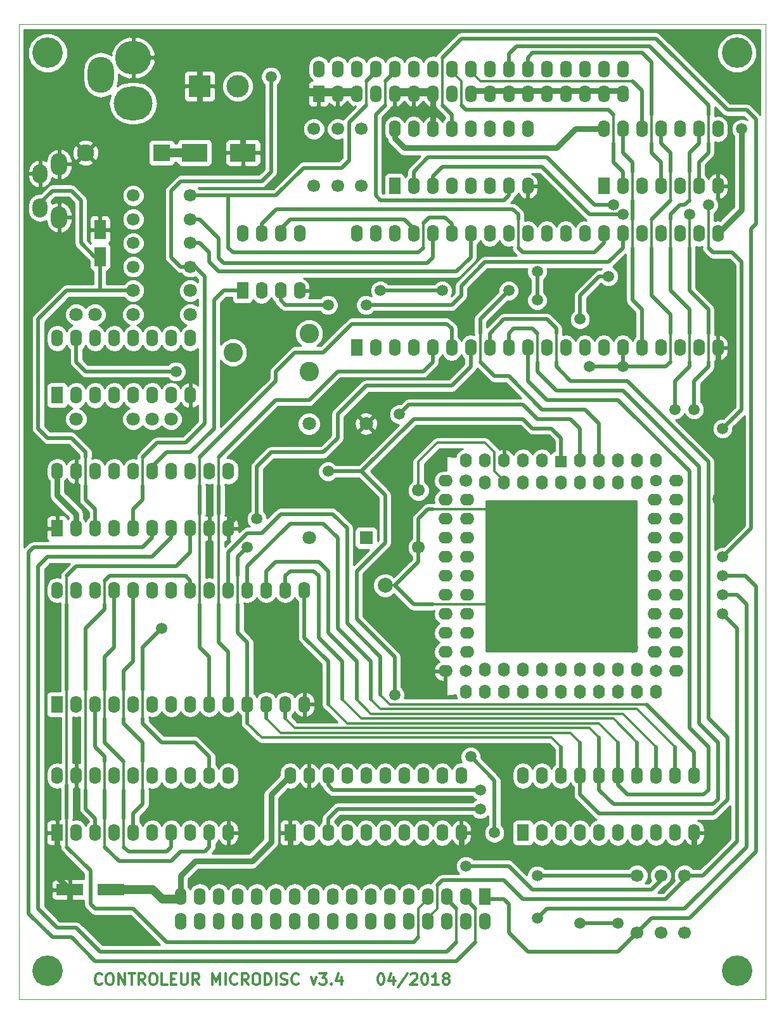
<source format=gtl>
G04 (created by PCBNEW (2013-07-07 BZR 4022)-stable) date 19/03/2022 16:52:54*
%MOIN*%
G04 Gerber Fmt 3.4, Leading zero omitted, Abs format*
%FSLAX34Y34*%
G01*
G70*
G90*
G04 APERTURE LIST*
%ADD10C,0.00590551*%
%ADD11C,0.00393701*%
%ADD12C,0.011811*%
%ADD13O,0.189X0.177165*%
%ADD14O,0.204724X0.177165*%
%ADD15O,0.137795X0.189*%
%ADD16O,0.0866142X0.11811*%
%ADD17O,0.0787402X0.1*%
%ADD18R,0.0629921X0.0905512*%
%ADD19O,0.0629921X0.0905512*%
%ADD20C,0.0669291*%
%ADD21C,0.0708661*%
%ADD22R,0.0629921X0.0629921*%
%ADD23O,0.0629921X0.0748031*%
%ADD24O,0.0748031X0.0629921*%
%ADD25C,0.0649606*%
%ADD26C,0.0629921*%
%ADD27R,0.062X0.09*%
%ADD28O,0.062X0.09*%
%ADD29R,0.0708661X0.0708661*%
%ADD30C,0.0905512*%
%ADD31R,0.0905512X0.0905512*%
%ADD32C,0.102362*%
%ADD33R,0.11811X0.11811*%
%ADD34C,0.11811*%
%ADD35C,0.16*%
%ADD36R,0.063X0.1024*%
%ADD37R,0.1378X0.0945*%
%ADD38R,0.1417X0.063*%
%ADD39C,0.0590551*%
%ADD40C,0.0787402*%
%ADD41C,0.019685*%
%ADD42C,0.0137795*%
%ADD43C,0.0314961*%
%ADD44C,0.0472441*%
%ADD45C,0.01*%
G04 APERTURE END LIST*
G54D10*
G54D11*
X-9000Y65200D02*
X-9000Y13950D01*
X30250Y65200D02*
X-9000Y65200D01*
X30250Y13950D02*
X30250Y65200D01*
X-9000Y13950D02*
X30250Y13950D01*
G54D12*
X10006Y15301D02*
X10062Y15301D01*
X10118Y15273D01*
X10147Y15245D01*
X10175Y15189D01*
X10203Y15076D01*
X10203Y14935D01*
X10175Y14823D01*
X10147Y14767D01*
X10118Y14739D01*
X10062Y14710D01*
X10006Y14710D01*
X9950Y14739D01*
X9922Y14767D01*
X9893Y14823D01*
X9865Y14935D01*
X9865Y15076D01*
X9893Y15189D01*
X9922Y15245D01*
X9950Y15273D01*
X10006Y15301D01*
X10709Y15104D02*
X10709Y14710D01*
X10568Y15329D02*
X10428Y14907D01*
X10793Y14907D01*
X11440Y15329D02*
X10934Y14570D01*
X11609Y15245D02*
X11637Y15273D01*
X11693Y15301D01*
X11834Y15301D01*
X11890Y15273D01*
X11918Y15245D01*
X11946Y15189D01*
X11946Y15132D01*
X11918Y15048D01*
X11581Y14710D01*
X11946Y14710D01*
X12312Y15301D02*
X12368Y15301D01*
X12424Y15273D01*
X12453Y15245D01*
X12481Y15189D01*
X12509Y15076D01*
X12509Y14935D01*
X12481Y14823D01*
X12453Y14767D01*
X12424Y14739D01*
X12368Y14710D01*
X12312Y14710D01*
X12256Y14739D01*
X12228Y14767D01*
X12199Y14823D01*
X12171Y14935D01*
X12171Y15076D01*
X12199Y15189D01*
X12228Y15245D01*
X12256Y15273D01*
X12312Y15301D01*
X13071Y14710D02*
X12734Y14710D01*
X12902Y14710D02*
X12902Y15301D01*
X12846Y15217D01*
X12790Y15160D01*
X12734Y15132D01*
X13409Y15048D02*
X13352Y15076D01*
X13324Y15104D01*
X13296Y15160D01*
X13296Y15189D01*
X13324Y15245D01*
X13352Y15273D01*
X13409Y15301D01*
X13521Y15301D01*
X13577Y15273D01*
X13606Y15245D01*
X13634Y15189D01*
X13634Y15160D01*
X13606Y15104D01*
X13577Y15076D01*
X13521Y15048D01*
X13409Y15048D01*
X13352Y15020D01*
X13324Y14992D01*
X13296Y14935D01*
X13296Y14823D01*
X13324Y14767D01*
X13352Y14739D01*
X13409Y14710D01*
X13521Y14710D01*
X13577Y14739D01*
X13606Y14767D01*
X13634Y14823D01*
X13634Y14935D01*
X13606Y14992D01*
X13577Y15020D01*
X13521Y15048D01*
X-4644Y14767D02*
X-4672Y14739D01*
X-4757Y14710D01*
X-4813Y14710D01*
X-4897Y14739D01*
X-4953Y14795D01*
X-4982Y14851D01*
X-5010Y14964D01*
X-5010Y15048D01*
X-4982Y15160D01*
X-4953Y15217D01*
X-4897Y15273D01*
X-4813Y15301D01*
X-4757Y15301D01*
X-4672Y15273D01*
X-4644Y15245D01*
X-4278Y15301D02*
X-4166Y15301D01*
X-4110Y15273D01*
X-4053Y15217D01*
X-4025Y15104D01*
X-4025Y14907D01*
X-4053Y14795D01*
X-4110Y14739D01*
X-4166Y14710D01*
X-4278Y14710D01*
X-4335Y14739D01*
X-4391Y14795D01*
X-4419Y14907D01*
X-4419Y15104D01*
X-4391Y15217D01*
X-4335Y15273D01*
X-4278Y15301D01*
X-3772Y14710D02*
X-3772Y15301D01*
X-3435Y14710D01*
X-3435Y15301D01*
X-3238Y15301D02*
X-2901Y15301D01*
X-3069Y14710D02*
X-3069Y15301D01*
X-2366Y14710D02*
X-2563Y14992D01*
X-2704Y14710D02*
X-2704Y15301D01*
X-2479Y15301D01*
X-2422Y15273D01*
X-2394Y15245D01*
X-2366Y15189D01*
X-2366Y15104D01*
X-2394Y15048D01*
X-2422Y15020D01*
X-2479Y14992D01*
X-2704Y14992D01*
X-2001Y15301D02*
X-1888Y15301D01*
X-1832Y15273D01*
X-1776Y15217D01*
X-1748Y15104D01*
X-1748Y14907D01*
X-1776Y14795D01*
X-1832Y14739D01*
X-1888Y14710D01*
X-2001Y14710D01*
X-2057Y14739D01*
X-2113Y14795D01*
X-2141Y14907D01*
X-2141Y15104D01*
X-2113Y15217D01*
X-2057Y15273D01*
X-2001Y15301D01*
X-1213Y14710D02*
X-1494Y14710D01*
X-1494Y15301D01*
X-1016Y15020D02*
X-820Y15020D01*
X-735Y14710D02*
X-1016Y14710D01*
X-1016Y15301D01*
X-735Y15301D01*
X-482Y15301D02*
X-482Y14823D01*
X-454Y14767D01*
X-426Y14739D01*
X-370Y14710D01*
X-257Y14710D01*
X-201Y14739D01*
X-173Y14767D01*
X-145Y14823D01*
X-145Y15301D01*
X473Y14710D02*
X276Y14992D01*
X136Y14710D02*
X136Y15301D01*
X361Y15301D01*
X417Y15273D01*
X445Y15245D01*
X473Y15189D01*
X473Y15104D01*
X445Y15048D01*
X417Y15020D01*
X361Y14992D01*
X136Y14992D01*
X1176Y14710D02*
X1176Y15301D01*
X1373Y14879D01*
X1570Y15301D01*
X1570Y14710D01*
X1851Y14710D02*
X1851Y15301D01*
X2470Y14767D02*
X2442Y14739D01*
X2357Y14710D01*
X2301Y14710D01*
X2217Y14739D01*
X2160Y14795D01*
X2132Y14851D01*
X2104Y14964D01*
X2104Y15048D01*
X2132Y15160D01*
X2160Y15217D01*
X2217Y15273D01*
X2301Y15301D01*
X2357Y15301D01*
X2442Y15273D01*
X2470Y15245D01*
X3060Y14710D02*
X2863Y14992D01*
X2723Y14710D02*
X2723Y15301D01*
X2948Y15301D01*
X3004Y15273D01*
X3032Y15245D01*
X3060Y15189D01*
X3060Y15104D01*
X3032Y15048D01*
X3004Y15020D01*
X2948Y14992D01*
X2723Y14992D01*
X3426Y15301D02*
X3538Y15301D01*
X3595Y15273D01*
X3651Y15217D01*
X3679Y15104D01*
X3679Y14907D01*
X3651Y14795D01*
X3595Y14739D01*
X3538Y14710D01*
X3426Y14710D01*
X3370Y14739D01*
X3313Y14795D01*
X3285Y14907D01*
X3285Y15104D01*
X3313Y15217D01*
X3370Y15273D01*
X3426Y15301D01*
X3932Y14710D02*
X3932Y15301D01*
X4073Y15301D01*
X4157Y15273D01*
X4213Y15217D01*
X4241Y15160D01*
X4269Y15048D01*
X4269Y14964D01*
X4241Y14851D01*
X4213Y14795D01*
X4157Y14739D01*
X4073Y14710D01*
X3932Y14710D01*
X4523Y14710D02*
X4523Y15301D01*
X4776Y14739D02*
X4860Y14710D01*
X5001Y14710D01*
X5057Y14739D01*
X5085Y14767D01*
X5113Y14823D01*
X5113Y14879D01*
X5085Y14935D01*
X5057Y14964D01*
X5001Y14992D01*
X4888Y15020D01*
X4832Y15048D01*
X4804Y15076D01*
X4776Y15132D01*
X4776Y15189D01*
X4804Y15245D01*
X4832Y15273D01*
X4888Y15301D01*
X5029Y15301D01*
X5113Y15273D01*
X5704Y14767D02*
X5676Y14739D01*
X5591Y14710D01*
X5535Y14710D01*
X5451Y14739D01*
X5394Y14795D01*
X5366Y14851D01*
X5338Y14964D01*
X5338Y15048D01*
X5366Y15160D01*
X5394Y15217D01*
X5451Y15273D01*
X5535Y15301D01*
X5591Y15301D01*
X5676Y15273D01*
X5704Y15245D01*
X6350Y15104D02*
X6491Y14710D01*
X6632Y15104D01*
X6800Y15301D02*
X7166Y15301D01*
X6969Y15076D01*
X7053Y15076D01*
X7110Y15048D01*
X7138Y15020D01*
X7166Y14964D01*
X7166Y14823D01*
X7138Y14767D01*
X7110Y14739D01*
X7053Y14710D01*
X6885Y14710D01*
X6829Y14739D01*
X6800Y14767D01*
X7419Y14767D02*
X7447Y14739D01*
X7419Y14710D01*
X7391Y14739D01*
X7419Y14767D01*
X7419Y14710D01*
X7953Y15104D02*
X7953Y14710D01*
X7813Y15329D02*
X7672Y14907D01*
X8038Y14907D01*
G54D13*
X-3000Y63450D03*
G54D14*
X-3000Y61050D03*
G54D15*
X-4700Y62550D03*
G54D16*
X-6900Y55050D03*
G54D17*
X-7900Y55550D03*
X-7900Y57350D03*
G54D16*
X-6900Y57850D03*
G54D18*
X15500Y19357D03*
G54D19*
X15500Y18042D03*
X14500Y19357D03*
X14500Y18042D03*
X13500Y19357D03*
X13500Y18042D03*
X12500Y19357D03*
X12500Y18042D03*
X11500Y19357D03*
X11500Y18042D03*
X10500Y19357D03*
X10500Y18042D03*
X9500Y19357D03*
X9500Y18042D03*
X8500Y19357D03*
X8500Y18042D03*
X7500Y19357D03*
X7500Y18042D03*
X6500Y19357D03*
X6500Y18042D03*
X5500Y19357D03*
X5500Y18042D03*
X4500Y19357D03*
X4500Y18042D03*
X3500Y19357D03*
X3500Y18042D03*
X2500Y19357D03*
X2500Y18042D03*
X1500Y19357D03*
X1500Y18042D03*
X500Y19357D03*
X500Y18042D03*
X-500Y19357D03*
X-500Y18042D03*
G54D18*
X6750Y61542D03*
G54D19*
X6750Y62857D03*
X7750Y61542D03*
X7750Y62857D03*
X8750Y61542D03*
X8750Y62857D03*
X9750Y61542D03*
X9750Y62857D03*
X10750Y61542D03*
X10750Y62857D03*
X11750Y61542D03*
X11750Y62857D03*
X12750Y61542D03*
X12750Y62857D03*
X13750Y61542D03*
X13750Y62857D03*
X14750Y61542D03*
X14750Y62857D03*
X15750Y61542D03*
X15750Y62857D03*
X16750Y61542D03*
X16750Y62857D03*
X17750Y61542D03*
X17750Y62857D03*
X18750Y61542D03*
X18750Y62857D03*
X19750Y61542D03*
X19750Y62857D03*
X20750Y61542D03*
X20750Y62857D03*
X21750Y61542D03*
X21750Y62857D03*
X22750Y61542D03*
X22750Y62857D03*
G54D20*
X9000Y56700D03*
X9000Y59700D03*
G54D21*
X0Y49950D03*
X-3000Y49950D03*
X-6000Y44450D03*
X-3000Y44450D03*
X0Y51200D03*
X-3000Y51200D03*
G54D20*
X-3000Y52450D03*
X0Y52450D03*
X-3000Y54950D03*
X0Y54950D03*
X-3000Y53700D03*
X0Y53700D03*
X-3000Y56200D03*
X0Y56200D03*
G54D22*
X19500Y42200D03*
G54D23*
X19500Y41121D03*
X18500Y42278D03*
X18500Y41121D03*
X17500Y42278D03*
X17500Y41121D03*
X16500Y42278D03*
X16500Y41121D03*
X15500Y42278D03*
X15500Y41121D03*
X14500Y42278D03*
G54D24*
X13421Y41200D03*
G54D20*
X14500Y41200D03*
G54D24*
X13421Y40200D03*
X14578Y40200D03*
X13421Y39200D03*
X14578Y39200D03*
X13421Y38200D03*
X14578Y38200D03*
X13421Y37200D03*
X14578Y37200D03*
X13421Y36200D03*
X14578Y36200D03*
X13421Y35200D03*
X14578Y35200D03*
X13421Y34200D03*
X14578Y34200D03*
X13421Y33200D03*
X14578Y33200D03*
X13421Y32200D03*
X14578Y32200D03*
X13421Y31200D03*
G54D23*
X14500Y30121D03*
G54D25*
X14500Y31200D03*
G54D23*
X15500Y30121D03*
X15500Y31278D03*
X16500Y30121D03*
X16500Y31278D03*
X17500Y30121D03*
X17500Y31278D03*
X18500Y30121D03*
X18500Y31278D03*
X19500Y30121D03*
X19500Y31278D03*
X20500Y30121D03*
X20500Y31278D03*
X21500Y30121D03*
X21500Y31278D03*
X22500Y30121D03*
X22500Y31278D03*
X23500Y30121D03*
X23500Y31278D03*
X24500Y30121D03*
G54D24*
X25578Y31200D03*
G54D25*
X24500Y31200D03*
G54D24*
X25578Y32200D03*
X24421Y32200D03*
X25578Y33200D03*
X24421Y33200D03*
X25578Y34200D03*
X24421Y34200D03*
X25578Y35200D03*
X24421Y35200D03*
X25578Y36200D03*
X24421Y36200D03*
X25578Y37200D03*
X24421Y37200D03*
X25578Y38200D03*
X24421Y38200D03*
X25578Y39200D03*
X24421Y39200D03*
X25578Y40200D03*
X24421Y40200D03*
X25578Y41200D03*
G54D23*
X24500Y42278D03*
G54D26*
X24500Y41200D03*
G54D23*
X23500Y42278D03*
X23500Y41121D03*
X22500Y42278D03*
X22500Y41121D03*
X21500Y42278D03*
X21500Y41121D03*
X20500Y42278D03*
X20500Y41121D03*
G54D27*
X2750Y51200D03*
G54D28*
X3750Y51200D03*
X4750Y51200D03*
X5750Y51200D03*
X5750Y54200D03*
X4750Y54200D03*
X3750Y54200D03*
X2750Y54200D03*
G54D27*
X8750Y48200D03*
G54D28*
X9750Y48200D03*
X10750Y48200D03*
X11750Y48200D03*
X12750Y48200D03*
X13750Y48200D03*
X14750Y48200D03*
X15750Y48200D03*
X16750Y48200D03*
X17750Y48200D03*
X18750Y48200D03*
X19750Y48200D03*
X20750Y48200D03*
X21750Y48200D03*
X22750Y48200D03*
X23750Y48200D03*
X24750Y48200D03*
X25750Y48200D03*
X26750Y48200D03*
X27750Y48200D03*
X27750Y54200D03*
X26750Y54200D03*
X25750Y54200D03*
X24750Y54200D03*
X23750Y54200D03*
X22750Y54200D03*
X21750Y54200D03*
X20750Y54200D03*
X19750Y54200D03*
X18750Y54200D03*
X17750Y54200D03*
X16750Y54200D03*
X15750Y54200D03*
X14750Y54200D03*
X13750Y54200D03*
X12750Y54200D03*
X11750Y54200D03*
X10750Y54200D03*
X9750Y54200D03*
X8750Y54200D03*
G54D27*
X-7000Y29450D03*
G54D28*
X-6000Y29450D03*
X-5000Y29450D03*
X-4000Y29450D03*
X-3000Y29450D03*
X-2000Y29450D03*
X-1000Y29450D03*
X0Y29450D03*
X1000Y29450D03*
X2000Y29450D03*
X3000Y29450D03*
X4000Y29450D03*
X5000Y29450D03*
X6000Y29450D03*
X6000Y35450D03*
X5000Y35450D03*
X4000Y35450D03*
X3000Y35450D03*
X2000Y35450D03*
X1000Y35450D03*
X0Y35450D03*
X-1000Y35450D03*
X-2000Y35450D03*
X-3000Y35450D03*
X-4000Y35450D03*
X-5000Y35450D03*
X-6000Y35450D03*
X-7000Y35450D03*
G54D27*
X17500Y22700D03*
G54D28*
X18500Y22700D03*
X19500Y22700D03*
X20500Y22700D03*
X21500Y22700D03*
X22500Y22700D03*
X23500Y22700D03*
X24500Y22700D03*
X25500Y22700D03*
X26500Y22700D03*
X26500Y25700D03*
X25500Y25700D03*
X24500Y25700D03*
X23500Y25700D03*
X22500Y25700D03*
X21500Y25700D03*
X20500Y25700D03*
X19500Y25700D03*
X18500Y25700D03*
X17500Y25700D03*
G54D27*
X-7000Y22700D03*
G54D28*
X-6000Y22700D03*
X-5000Y22700D03*
X-4000Y22700D03*
X-3000Y22700D03*
X-2000Y22700D03*
X-1000Y22700D03*
X0Y22700D03*
X1000Y22700D03*
X2000Y22700D03*
X2000Y25700D03*
X1000Y25700D03*
X0Y25700D03*
X-1000Y25700D03*
X-2000Y25700D03*
X-3000Y25700D03*
X-4000Y25700D03*
X-5000Y25700D03*
X-6000Y25700D03*
X-7000Y25700D03*
G54D27*
X5250Y22700D03*
G54D28*
X6250Y22700D03*
X7250Y22700D03*
X8250Y22700D03*
X9250Y22700D03*
X10250Y22700D03*
X11250Y22700D03*
X12250Y22700D03*
X13250Y22700D03*
X14250Y22700D03*
X14250Y25700D03*
X13250Y25700D03*
X12250Y25700D03*
X11250Y25700D03*
X10250Y25700D03*
X9250Y25700D03*
X8250Y25700D03*
X7250Y25700D03*
X6250Y25700D03*
X5250Y25700D03*
G54D27*
X-7000Y38700D03*
G54D28*
X-6000Y38700D03*
X-5000Y38700D03*
X-4000Y38700D03*
X-3000Y38700D03*
X-2000Y38700D03*
X-1000Y38700D03*
X0Y38700D03*
X1000Y38700D03*
X2000Y38700D03*
X2000Y41700D03*
X1000Y41700D03*
X0Y41700D03*
X-1000Y41700D03*
X-2000Y41700D03*
X-3000Y41700D03*
X-4000Y41700D03*
X-5000Y41700D03*
X-6000Y41700D03*
X-7000Y41700D03*
G54D27*
X10750Y56700D03*
G54D28*
X11750Y56700D03*
X12750Y56700D03*
X13750Y56700D03*
X14750Y56700D03*
X15750Y56700D03*
X16750Y56700D03*
X17750Y56700D03*
X17750Y59700D03*
X16750Y59700D03*
X15750Y59700D03*
X14750Y59700D03*
X13750Y59700D03*
X12750Y59700D03*
X11750Y59700D03*
X10750Y59700D03*
G54D27*
X-7000Y45700D03*
G54D28*
X-6000Y45700D03*
X-5000Y45700D03*
X-4000Y45700D03*
X-3000Y45700D03*
X-2000Y45700D03*
X-1000Y45700D03*
X0Y45700D03*
X0Y48700D03*
X-1000Y48700D03*
X-2000Y48700D03*
X-3000Y48700D03*
X-4000Y48700D03*
X-5000Y48700D03*
X-6000Y48700D03*
X-7000Y48700D03*
G54D27*
X21750Y56700D03*
G54D28*
X22750Y56700D03*
X23750Y56700D03*
X24750Y56700D03*
X25750Y56700D03*
X26750Y56700D03*
X27750Y56700D03*
X27750Y59700D03*
X26750Y59700D03*
X25750Y59700D03*
X24750Y59700D03*
X23750Y59700D03*
X22750Y59700D03*
X21750Y59700D03*
G54D21*
X-1000Y44450D03*
X-2000Y44450D03*
X-6000Y49950D03*
X-5000Y49950D03*
G54D29*
X9250Y38200D03*
G54D21*
X6250Y38200D03*
X6250Y44200D03*
X9250Y44200D03*
G54D20*
X7750Y56700D03*
X7750Y59700D03*
G54D30*
X-5500Y58450D03*
G54D31*
X-1500Y58450D03*
G54D32*
X6250Y46950D03*
X2250Y47950D03*
X6250Y48950D03*
G54D33*
X500Y61950D03*
G54D34*
X2500Y61950D03*
G54D35*
X-7500Y63700D03*
X28750Y63700D03*
X28750Y15450D03*
X-7500Y15450D03*
G54D20*
X24750Y17450D03*
X24750Y20450D03*
X26000Y17450D03*
X26000Y20450D03*
X23500Y20450D03*
X23500Y17450D03*
X12000Y37700D03*
X12000Y40700D03*
X6500Y59700D03*
X6500Y56700D03*
G54D36*
X-4750Y52991D03*
X-4750Y54409D03*
G54D37*
X220Y58450D03*
X2780Y58450D03*
G54D38*
X-4167Y19700D03*
X-6333Y19700D03*
G54D39*
X16750Y51200D03*
X7250Y50450D03*
X11000Y44700D03*
X10000Y51200D03*
X13250Y51200D03*
X-1500Y33450D03*
X15250Y23950D03*
X15250Y24950D03*
X28000Y37200D03*
X26250Y55200D03*
X22750Y55200D03*
X26500Y44950D03*
X3500Y39200D03*
X3000Y37700D03*
X22500Y17950D03*
X20500Y17950D03*
X27250Y55700D03*
X22250Y55700D03*
X28000Y43950D03*
X18250Y50700D03*
X18250Y52200D03*
X20500Y49700D03*
X22000Y51950D03*
X14500Y20950D03*
X28000Y34200D03*
X28000Y36200D03*
X4250Y62450D03*
X18250Y18200D03*
X28000Y35200D03*
X10750Y29950D03*
X14750Y26700D03*
X7250Y41700D03*
X16000Y22700D03*
X25500Y44950D03*
X21000Y47200D03*
X22750Y47200D03*
G54D40*
X5550Y58450D03*
X11750Y31450D03*
X-3500Y17700D03*
X27850Y40250D03*
X16750Y43700D03*
X3750Y43450D03*
X11750Y43200D03*
G54D39*
X9250Y50450D03*
X-750Y46950D03*
X29000Y59700D03*
X18250Y20450D03*
X16500Y39450D03*
X23250Y32450D03*
X22750Y36700D03*
X19250Y39450D03*
X22750Y39700D03*
X16500Y34950D03*
X17000Y32700D03*
G54D40*
X10250Y35700D03*
G54D41*
X21500Y44200D02*
X21500Y42200D01*
X15250Y49700D02*
X15250Y48950D01*
G54D42*
X15250Y48950D02*
X15250Y47450D01*
G54D41*
X18500Y44950D02*
X20750Y44950D01*
X20750Y44950D02*
X21500Y44200D01*
X16000Y46700D02*
X16750Y46700D01*
X16750Y46700D02*
X18500Y44950D01*
X15250Y47450D02*
X16000Y46700D01*
X15250Y49700D02*
X16750Y51200D01*
X7250Y50450D02*
X5000Y50450D01*
X4750Y50700D02*
X4750Y51200D01*
X5000Y50450D02*
X4750Y50700D01*
X20500Y43950D02*
X20500Y42200D01*
X11500Y45200D02*
X17500Y45200D01*
X18250Y44450D02*
X17500Y45200D01*
X20500Y43950D02*
X20000Y44450D01*
X20000Y44450D02*
X18250Y44450D01*
X11500Y45200D02*
X11000Y44700D01*
X10000Y51200D02*
X13250Y51200D01*
X11750Y54200D02*
X11750Y54450D01*
X11750Y54450D02*
X11250Y54950D01*
X4750Y54200D02*
X4750Y54450D01*
X4750Y54450D02*
X5250Y54950D01*
X5250Y54950D02*
X11250Y54950D01*
X12750Y48200D02*
X12750Y47450D01*
X12750Y47450D02*
X12250Y46950D01*
X7750Y46950D02*
X6250Y45450D01*
X12250Y46950D02*
X7750Y46950D01*
X1500Y40950D02*
X1500Y39450D01*
X1500Y34700D02*
X1500Y32700D01*
G54D42*
X1500Y42450D02*
X1500Y40950D01*
X1500Y39450D02*
X1500Y34700D01*
G54D41*
X1500Y42450D02*
X4500Y45450D01*
X4500Y45450D02*
X6250Y45450D01*
X2000Y32200D02*
X1500Y32700D01*
X2000Y32200D02*
X2000Y29450D01*
X-4250Y36200D02*
X-250Y36200D01*
X-5500Y30200D02*
X-5500Y33450D01*
X-5500Y23950D02*
X-5500Y24950D01*
X-5000Y22700D02*
X-5000Y23450D01*
X0Y35950D02*
X0Y35450D01*
X-5500Y33450D02*
X-4500Y34450D01*
G54D42*
X-4500Y34700D02*
X-4500Y35950D01*
G54D41*
X-4500Y35950D02*
X-4250Y36200D01*
X-250Y36200D02*
X0Y35950D01*
G54D42*
X-5500Y24950D02*
X-5500Y30200D01*
G54D41*
X-5000Y23450D02*
X-5500Y23950D01*
X-4500Y34450D02*
X-4500Y34700D01*
X-2500Y30200D02*
X-2500Y32450D01*
X-2500Y32450D02*
X-1500Y33450D01*
X-2500Y28700D02*
X-2500Y28450D01*
X-2500Y28450D02*
X-1500Y27450D01*
X-1500Y27450D02*
X250Y27450D01*
X250Y27450D02*
X1000Y26700D01*
X1000Y26700D02*
X1000Y25700D01*
G54D42*
X-2500Y30200D02*
X-2500Y28700D01*
G54D41*
X7250Y22700D02*
X7250Y23450D01*
X7750Y23950D02*
X15250Y23950D01*
X7250Y23450D02*
X7750Y23950D01*
X500Y42450D02*
X4500Y46450D01*
X4500Y46950D02*
X5500Y47950D01*
X4500Y46450D02*
X4500Y46950D01*
X500Y40950D02*
X500Y39450D01*
X500Y32450D02*
X1000Y31950D01*
X1000Y31950D02*
X1000Y29450D01*
G54D42*
X500Y39450D02*
X500Y34700D01*
X500Y42450D02*
X500Y40950D01*
G54D41*
X13750Y49200D02*
X13500Y49450D01*
X8500Y49450D02*
X7000Y47950D01*
X7000Y47950D02*
X5500Y47950D01*
X13750Y48200D02*
X13750Y49200D01*
X13500Y49450D02*
X8500Y49450D01*
X500Y34700D02*
X500Y32450D01*
G54D42*
X-1000Y29200D02*
X-1000Y29450D01*
G54D41*
X15250Y24950D02*
X7500Y24950D01*
X7500Y24950D02*
X7250Y25200D01*
X7250Y25200D02*
X7250Y25700D01*
X-4500Y26450D02*
X-4500Y26700D01*
X-4500Y26700D02*
X-5000Y27200D01*
X-5000Y27200D02*
X-5000Y29450D01*
X-4500Y23450D02*
X-4500Y24950D01*
X1000Y22700D02*
X1000Y21950D01*
X-500Y21700D02*
X-1000Y21200D01*
X750Y21700D02*
X-500Y21700D01*
X1000Y21950D02*
X750Y21700D01*
X-3750Y21200D02*
X-4500Y21950D01*
X-1000Y21200D02*
X-3750Y21200D01*
G54D42*
X-4500Y26450D02*
X-4500Y24950D01*
X-4500Y23450D02*
X-4500Y21950D01*
G54D41*
X-4500Y30200D02*
X-4500Y31950D01*
X-4500Y27450D02*
X-4500Y28700D01*
X-3500Y23450D02*
X-3500Y24950D01*
X-1000Y21950D02*
X-1250Y21700D01*
X-3250Y21700D02*
X-3500Y21950D01*
X-1250Y21700D02*
X-3250Y21700D01*
X-4000Y35450D02*
X-4000Y32450D01*
G54D42*
X-4500Y30200D02*
X-4500Y28700D01*
G54D41*
X-4000Y32450D02*
X-4500Y31950D01*
X-4500Y27450D02*
X-3500Y26450D01*
G54D42*
X-3500Y26450D02*
X-3500Y24950D01*
X-3500Y23450D02*
X-3500Y21950D01*
G54D41*
X-1000Y21950D02*
X-1000Y22700D01*
X-3500Y30200D02*
X-3500Y31200D01*
X-3500Y28700D02*
X-3500Y28450D01*
X-3500Y28450D02*
X-2500Y27450D01*
X-2500Y27450D02*
X-2500Y26450D01*
X-2500Y24200D02*
X-2500Y24950D01*
X-3000Y22700D02*
X-3000Y23700D01*
X-3000Y31700D02*
X-3000Y35450D01*
X-3500Y31200D02*
X-3000Y31700D01*
G54D42*
X-3500Y28700D02*
X-3500Y30200D01*
X-2500Y24950D02*
X-2500Y26450D01*
G54D41*
X-3000Y23700D02*
X-2500Y24200D01*
X14250Y64450D02*
X24500Y64450D01*
X28250Y60700D02*
X29250Y60700D01*
X24500Y64450D02*
X28250Y60700D01*
X29250Y60700D02*
X29750Y60200D01*
X13250Y63450D02*
X14250Y64450D01*
G54D42*
X13250Y60950D02*
X13250Y63450D01*
G54D41*
X29750Y60200D02*
X29750Y54700D01*
X13750Y60450D02*
X13250Y60950D01*
X13750Y59700D02*
X13750Y60450D01*
X29500Y38700D02*
X28000Y37200D01*
X29500Y54450D02*
X29500Y38700D01*
X29750Y54700D02*
X29500Y54450D01*
X26250Y53450D02*
X26250Y51200D01*
X26250Y51200D02*
X27250Y50200D01*
X27250Y47450D02*
X27250Y47200D01*
X27250Y50200D02*
X27250Y48950D01*
G54D42*
X26250Y55200D02*
X26250Y53450D01*
G54D41*
X12750Y57200D02*
X13250Y57700D01*
X13250Y57700D02*
X18500Y57700D01*
X18500Y57700D02*
X21000Y55200D01*
X21000Y55200D02*
X22750Y55200D01*
X12750Y57200D02*
X12750Y56700D01*
X26500Y46450D02*
X27250Y47200D01*
X26500Y44950D02*
X26500Y46450D01*
G54D42*
X27250Y48950D02*
X27250Y47450D01*
G54D41*
X2500Y36200D02*
X2500Y37200D01*
X2500Y37200D02*
X3000Y37700D01*
X13750Y46200D02*
X9250Y46200D01*
X9250Y46200D02*
X7750Y44700D01*
G54D42*
X3750Y27700D02*
X3000Y28450D01*
G54D41*
X2500Y34700D02*
X2500Y33200D01*
G54D42*
X3750Y27700D02*
X19000Y27700D01*
G54D41*
X19500Y27200D02*
X19500Y25700D01*
G54D42*
X19000Y27700D02*
X19500Y27200D01*
G54D41*
X3000Y29450D02*
X3000Y28450D01*
X3500Y41950D02*
X3500Y39200D01*
X14750Y47200D02*
X14750Y48200D01*
X13750Y46200D02*
X14750Y47200D01*
X4250Y42700D02*
X7000Y42700D01*
X7750Y44700D02*
X7750Y43450D01*
X7750Y43450D02*
X7000Y42700D01*
X3500Y41950D02*
X4250Y42700D01*
G54D42*
X2500Y34700D02*
X2500Y36200D01*
G54D41*
X3000Y32700D02*
X2500Y33200D01*
X3000Y29450D02*
X3000Y32700D01*
G54D42*
X4750Y27950D02*
X4000Y28700D01*
X20000Y27950D02*
X20500Y27450D01*
X4750Y27950D02*
X20000Y27950D01*
G54D41*
X20500Y27450D02*
X20500Y25700D01*
X4000Y28700D02*
X4000Y29450D01*
X27500Y23700D02*
X21500Y23700D01*
X21500Y23700D02*
X20500Y24700D01*
X20500Y24700D02*
X20500Y25700D01*
X19250Y47450D02*
X19250Y47200D01*
X15750Y48950D02*
X16500Y49700D01*
X15750Y48200D02*
X15750Y48950D01*
X19250Y47200D02*
X20000Y46450D01*
G54D42*
X19250Y48950D02*
X19250Y47450D01*
G54D41*
X18750Y49700D02*
X19250Y49200D01*
X16500Y49700D02*
X18750Y49700D01*
X19250Y49200D02*
X19250Y48950D01*
X28250Y24450D02*
X28250Y27700D01*
X27500Y23700D02*
X28250Y24450D01*
X27250Y28700D02*
X27250Y42200D01*
X20000Y46450D02*
X23000Y46450D01*
X28250Y27700D02*
X27250Y28700D01*
X27250Y42200D02*
X23000Y46450D01*
G54D42*
X5500Y28200D02*
X21000Y28200D01*
G54D41*
X21500Y27700D02*
X21500Y25700D01*
G54D42*
X21000Y28200D02*
X21500Y27700D01*
G54D41*
X5000Y29450D02*
X5000Y28700D01*
G54D42*
X5000Y28700D02*
X5500Y28200D01*
G54D41*
X27750Y27450D02*
X27750Y24450D01*
X22250Y24200D02*
X21500Y24950D01*
X27500Y24200D02*
X22250Y24200D01*
X27750Y24450D02*
X27500Y24200D01*
X21500Y24950D02*
X21500Y25700D01*
X18250Y47450D02*
X18250Y46950D01*
X26750Y41950D02*
X26750Y28450D01*
X26750Y28450D02*
X27750Y27450D01*
X16750Y48950D02*
X17000Y49200D01*
X18000Y49200D02*
X18250Y48950D01*
X17000Y49200D02*
X18000Y49200D01*
X22750Y45950D02*
X19250Y45950D01*
X19250Y45950D02*
X18250Y46950D01*
G54D42*
X18250Y47450D02*
X18250Y48950D01*
G54D41*
X16750Y48950D02*
X16750Y48200D01*
X22750Y45950D02*
X26750Y41950D01*
G54D42*
X8250Y28450D02*
X7250Y29450D01*
G54D41*
X7250Y31700D02*
X7250Y29450D01*
X6000Y32950D02*
X7250Y31700D01*
X6000Y35450D02*
X6000Y32950D01*
G54D42*
X21500Y28450D02*
X8250Y28450D01*
X21500Y28450D02*
X22500Y27450D01*
G54D41*
X22500Y27450D02*
X22500Y25700D01*
X27250Y27200D02*
X27250Y24950D01*
X23000Y24700D02*
X22500Y25200D01*
X27000Y24700D02*
X23000Y24700D01*
X27250Y24950D02*
X27000Y24700D01*
X22500Y25700D02*
X22500Y25200D01*
X18750Y45450D02*
X17750Y46450D01*
X27250Y27200D02*
X26250Y28200D01*
X26250Y28200D02*
X26250Y41700D01*
X22500Y45450D02*
X26250Y41700D01*
X18750Y45450D02*
X22500Y45450D01*
X17750Y46450D02*
X17750Y48200D01*
G54D42*
X9000Y28700D02*
X8000Y29700D01*
X9000Y28700D02*
X22250Y28700D01*
G54D41*
X23500Y27450D02*
X23500Y25700D01*
G54D42*
X22250Y28700D02*
X23500Y27450D01*
G54D41*
X6750Y36200D02*
X6750Y32950D01*
X6750Y32950D02*
X8000Y31700D01*
X5000Y35450D02*
X5000Y36200D01*
X5000Y36200D02*
X5250Y36450D01*
X6500Y36450D02*
X6750Y36200D01*
X6500Y36450D02*
X5250Y36450D01*
X8000Y31700D02*
X8000Y29700D01*
G54D42*
X9500Y28950D02*
X22750Y28950D01*
G54D41*
X4000Y36450D02*
X4000Y35450D01*
X7250Y33200D02*
X8750Y31700D01*
X7250Y33200D02*
X7250Y36450D01*
G54D42*
X9500Y28950D02*
X8750Y29700D01*
G54D41*
X6750Y36950D02*
X4500Y36950D01*
X4500Y36950D02*
X4000Y36450D01*
X7250Y36450D02*
X6750Y36950D01*
X8750Y31700D02*
X8750Y29700D01*
G54D42*
X22750Y28950D02*
X24500Y27200D01*
G54D41*
X24500Y27200D02*
X24500Y25700D01*
X20500Y17950D02*
X22500Y17950D01*
X9500Y31700D02*
X9500Y29712D01*
G54D42*
X23500Y29200D02*
X10012Y29200D01*
G54D41*
X7750Y38200D02*
X7750Y33450D01*
X3000Y35450D02*
X3000Y36700D01*
X7750Y33450D02*
X9500Y31700D01*
X3000Y36700D02*
X5250Y38950D01*
X5250Y38950D02*
X7000Y38950D01*
X7000Y38950D02*
X7750Y38200D01*
G54D42*
X23500Y29200D02*
X25500Y27200D01*
G54D41*
X25500Y27200D02*
X25500Y25700D01*
G54D42*
X10012Y29200D02*
X9512Y29700D01*
G54D41*
X9500Y29712D02*
X9512Y29700D01*
G54D42*
X10500Y29450D02*
X24000Y29450D01*
G54D41*
X8250Y38700D02*
X7500Y39450D01*
X4750Y39450D02*
X3750Y38450D01*
X7500Y39450D02*
X4750Y39450D01*
G54D42*
X10500Y29450D02*
X10000Y29950D01*
G54D41*
X8250Y33700D02*
X10000Y31950D01*
X8250Y33700D02*
X8250Y38700D01*
X2000Y37450D02*
X3000Y38450D01*
X2000Y35450D02*
X2000Y37450D01*
X3000Y38450D02*
X3750Y38450D01*
X10000Y31950D02*
X10000Y29950D01*
X26500Y26950D02*
X24000Y29450D01*
X26500Y25700D02*
X26500Y26950D01*
G54D42*
X14750Y62700D02*
X15250Y62200D01*
G54D41*
X23750Y61700D02*
X23750Y59700D01*
X23250Y62200D02*
X23750Y61700D01*
G54D42*
X15250Y62200D02*
X23250Y62200D01*
X12000Y40700D02*
X12000Y42200D01*
X16000Y41700D02*
X16500Y41200D01*
X16000Y42700D02*
X16000Y41700D01*
X15500Y43200D02*
X16000Y42700D01*
X13000Y43200D02*
X15500Y43200D01*
X12000Y42200D02*
X13000Y43200D01*
G54D41*
X29000Y44950D02*
X29000Y52700D01*
X28500Y53200D02*
X27500Y53200D01*
X29000Y52700D02*
X28500Y53200D01*
G54D42*
X27250Y55700D02*
X27250Y53450D01*
G54D41*
X27250Y53450D02*
X27500Y53200D01*
X11750Y56700D02*
X11750Y57450D01*
X21250Y55700D02*
X22250Y55700D01*
X18750Y58200D02*
X21250Y55700D01*
X12500Y58200D02*
X18750Y58200D01*
X11750Y57450D02*
X12500Y58200D01*
X28000Y43950D02*
X29000Y44950D01*
X18250Y50700D02*
X18250Y52200D01*
X20500Y49700D02*
X20500Y50950D01*
X20500Y50950D02*
X21500Y51950D01*
X21500Y51950D02*
X22000Y51950D01*
X24750Y20450D02*
X24750Y20200D01*
X24750Y20200D02*
X24250Y19700D01*
X16750Y20950D02*
X18000Y19700D01*
X14500Y20950D02*
X16750Y20950D01*
X18000Y19700D02*
X24250Y19700D01*
X2250Y53200D02*
X12000Y53200D01*
G54D42*
X12250Y53450D02*
X12250Y54750D01*
G54D41*
X12000Y53200D02*
X12250Y53450D01*
G54D42*
X9250Y62200D02*
X9250Y60950D01*
G54D41*
X9750Y62700D02*
X9250Y62200D01*
X4500Y56200D02*
X2000Y56200D01*
X9250Y60950D02*
X8350Y60050D01*
X8350Y60050D02*
X8350Y58050D01*
X8350Y58050D02*
X7950Y57650D01*
X7950Y57650D02*
X5950Y57650D01*
X5950Y57650D02*
X4500Y56200D01*
X2000Y53450D02*
X2000Y56200D01*
X2000Y56200D02*
X0Y56200D01*
X2000Y53450D02*
X2250Y53200D01*
X13750Y54700D02*
X13400Y55050D01*
X12550Y55050D02*
X13400Y55050D01*
X12250Y54750D02*
X12550Y55050D01*
X13750Y54200D02*
X13750Y54700D01*
X13500Y19200D02*
X14000Y18700D01*
X-8000Y36700D02*
X-7500Y37200D01*
X-7500Y37200D02*
X-2000Y37200D01*
X-2000Y37200D02*
X-1000Y38200D01*
X-1000Y38200D02*
X-1000Y38700D01*
X-8000Y18700D02*
X-8000Y36700D01*
X-6000Y17700D02*
X-4750Y16450D01*
X-4750Y16450D02*
X13500Y16450D01*
X-8000Y18700D02*
X-7000Y17700D01*
X-7000Y17700D02*
X-6000Y17700D01*
G54D42*
X14000Y18700D02*
X14000Y16950D01*
G54D41*
X14000Y16950D02*
X13500Y16450D01*
X26000Y20450D02*
X26953Y20450D01*
X26953Y20450D02*
X28750Y22246D01*
X26000Y20450D02*
X26000Y20200D01*
X26000Y20200D02*
X25000Y19200D01*
X13250Y20200D02*
X16500Y20200D01*
G54D42*
X13000Y18700D02*
X13000Y19950D01*
G54D41*
X13000Y19950D02*
X13250Y20200D01*
G54D42*
X12500Y18200D02*
X13000Y18700D01*
G54D41*
X16500Y20200D02*
X17500Y19200D01*
X17500Y19200D02*
X25000Y19200D01*
X28750Y22246D02*
X28750Y33450D01*
X28750Y33450D02*
X28000Y34200D01*
X29750Y21700D02*
X26250Y18200D01*
X26250Y18200D02*
X24250Y18200D01*
X24250Y18200D02*
X23500Y17450D01*
X23500Y17450D02*
X22500Y16450D01*
X17750Y16450D02*
X22500Y16450D01*
X16750Y17450D02*
X17750Y16450D01*
X16750Y18950D02*
X16750Y17450D01*
X16500Y19200D02*
X16750Y18950D01*
X15500Y19200D02*
X16500Y19200D01*
X29750Y21700D02*
X29750Y35650D01*
X29200Y36200D02*
X28000Y36200D01*
X29750Y35650D02*
X29200Y36200D01*
X22250Y58950D02*
X22250Y57950D01*
X22250Y57950D02*
X22750Y57450D01*
X22750Y57450D02*
X22750Y56700D01*
G54D42*
X13750Y62700D02*
X14250Y62200D01*
X22250Y60450D02*
X22250Y58950D01*
G54D41*
X22000Y60700D02*
X22250Y60450D01*
X14500Y60700D02*
X22000Y60700D01*
X14250Y60950D02*
X14500Y60700D01*
G54D42*
X14250Y62200D02*
X14250Y60950D01*
G54D41*
X14500Y19200D02*
X15000Y18700D01*
X-2000Y38200D02*
X-2500Y37700D01*
X-2500Y37700D02*
X-8250Y37700D01*
X-8250Y37700D02*
X-8500Y37450D01*
X-8500Y37450D02*
X-8500Y18450D01*
X-2000Y38700D02*
X-2000Y38200D01*
X-6250Y17200D02*
X-5000Y15950D01*
X-5000Y15950D02*
X14000Y15950D01*
X-8500Y18450D02*
X-7250Y17200D01*
X-7250Y17200D02*
X-6250Y17200D01*
G54D42*
X15000Y18700D02*
X15000Y16950D01*
G54D41*
X15000Y16950D02*
X14000Y15950D01*
X750Y51950D02*
X750Y44200D01*
G54D42*
X-2500Y42450D02*
X-2500Y40950D01*
G54D41*
X-1750Y43200D02*
X-2500Y42450D01*
X-250Y43200D02*
X-1750Y43200D01*
X750Y44200D02*
X-250Y43200D01*
X-2500Y40950D02*
X-2500Y40200D01*
X0Y52450D02*
X-500Y52450D01*
X-500Y52450D02*
X-1000Y52950D01*
X-1000Y52950D02*
X-1000Y56450D01*
X-1000Y56450D02*
X-500Y56950D01*
X-500Y56950D02*
X3750Y56950D01*
X3750Y56950D02*
X4250Y57450D01*
X4250Y57450D02*
X4250Y62450D01*
X0Y52450D02*
X250Y52450D01*
X250Y52450D02*
X750Y51950D01*
X-3000Y39700D02*
X-3000Y38700D01*
X-2500Y40200D02*
X-3000Y39700D01*
X29250Y21950D02*
X26000Y18700D01*
X26000Y18700D02*
X18750Y18700D01*
X18750Y18700D02*
X18250Y18200D01*
X29250Y21950D02*
X29250Y34700D01*
X28750Y35200D02*
X28000Y35200D01*
X29250Y34700D02*
X28750Y35200D01*
X10750Y31950D02*
X10750Y29950D01*
X16000Y22700D02*
X16000Y25450D01*
X16000Y25450D02*
X14750Y26700D01*
X10250Y40450D02*
X10250Y37950D01*
X8750Y33950D02*
X10750Y31950D01*
X10250Y40450D02*
X9000Y41700D01*
X10250Y37950D02*
X8750Y36450D01*
X8750Y36450D02*
X8750Y33950D01*
X9000Y41700D02*
X7250Y41700D01*
X19000Y43950D02*
X19500Y43450D01*
X11750Y44450D02*
X9000Y41700D01*
X19000Y43950D02*
X18000Y43950D01*
X18000Y43950D02*
X17500Y44450D01*
X11750Y44450D02*
X17500Y44450D01*
X19500Y43450D02*
X19500Y42200D01*
X-6500Y30200D02*
X-6500Y34700D01*
G54D42*
X-6500Y25200D02*
X-6500Y30200D01*
X-6500Y34700D02*
X-6500Y36200D01*
G54D41*
X-750Y36700D02*
X0Y37450D01*
X-6000Y36700D02*
X-750Y36700D01*
X-6500Y36200D02*
X-6000Y36700D01*
X-6500Y25200D02*
X-6500Y23450D01*
X0Y38700D02*
X0Y37450D01*
X-5250Y18950D02*
X-5000Y18700D01*
X-3000Y18700D02*
X-1250Y16950D01*
X-5000Y18700D02*
X-3000Y18700D01*
X-5250Y20700D02*
X-5250Y18950D01*
X-1250Y16950D02*
X11750Y16950D01*
X-5250Y20700D02*
X-6500Y21950D01*
G54D42*
X12500Y19200D02*
X12000Y18700D01*
X12000Y18700D02*
X12000Y17200D01*
G54D41*
X12000Y17200D02*
X11750Y16950D01*
G54D42*
X-6500Y23450D02*
X-6500Y21950D01*
G54D41*
X10750Y62700D02*
X10250Y62200D01*
G54D42*
X10250Y62200D02*
X10250Y60950D01*
G54D41*
X10250Y60950D02*
X9750Y60450D01*
X9750Y60450D02*
X9750Y56200D01*
X9750Y56200D02*
X10000Y55950D01*
X10000Y55950D02*
X16500Y55950D01*
X16500Y55950D02*
X16750Y56200D01*
X16750Y56200D02*
X16750Y56700D01*
X25750Y55700D02*
X26000Y55700D01*
G54D42*
X26250Y55950D02*
X26250Y57450D01*
G54D41*
X26000Y55700D02*
X26250Y55950D01*
X26250Y58450D02*
X26250Y57450D01*
X25250Y54950D02*
X25250Y55200D01*
X25250Y53450D02*
X25250Y51200D01*
X26250Y50200D02*
X26250Y48950D01*
X26250Y47450D02*
X26250Y47200D01*
X25250Y55200D02*
X25750Y55700D01*
X26750Y59700D02*
X26750Y58950D01*
X26750Y58950D02*
X26250Y58450D01*
X26250Y47200D02*
X25500Y46450D01*
X25500Y46450D02*
X25500Y44950D01*
G54D42*
X26250Y48950D02*
X26250Y47450D01*
X25250Y54950D02*
X25250Y53450D01*
G54D41*
X25250Y51200D02*
X26250Y50200D01*
X25000Y47200D02*
X22750Y47200D01*
X25250Y57450D02*
X25250Y58450D01*
X24250Y53450D02*
X24250Y50950D01*
X25250Y49950D02*
X25250Y48950D01*
X24250Y54950D02*
X25250Y55950D01*
X24750Y58950D02*
X25250Y58450D01*
X24750Y59700D02*
X24750Y58950D01*
G54D42*
X25250Y48950D02*
X25250Y47450D01*
X25250Y57450D02*
X25250Y55950D01*
G54D41*
X25250Y47450D02*
X25000Y47200D01*
G54D42*
X24250Y54950D02*
X24250Y53450D01*
G54D41*
X24250Y50950D02*
X25250Y49950D01*
X21000Y47200D02*
X22750Y47200D01*
X22750Y47200D02*
X22750Y48200D01*
X14000Y52200D02*
X1500Y52200D01*
X14000Y52200D02*
X14750Y52950D01*
X14750Y52950D02*
X14750Y54200D01*
X500Y53700D02*
X1000Y53200D01*
X1000Y53200D02*
X1000Y52700D01*
X1000Y52700D02*
X1500Y52200D01*
X0Y53700D02*
X500Y53700D01*
X27250Y58950D02*
X27250Y58450D01*
X27250Y58450D02*
X26750Y57950D01*
X26750Y57950D02*
X26750Y56700D01*
X27250Y60950D02*
X27250Y60450D01*
X17150Y64050D02*
X24150Y64050D01*
G54D42*
X27250Y60450D02*
X27250Y58950D01*
G54D41*
X24150Y64050D02*
X27250Y60950D01*
X16750Y63650D02*
X16750Y62700D01*
X17150Y64050D02*
X16750Y63650D01*
X24250Y63200D02*
X24250Y60450D01*
X24250Y58950D02*
X24250Y58450D01*
G54D42*
X24250Y58950D02*
X24250Y60450D01*
G54D41*
X24750Y57950D02*
X24750Y56700D01*
X24250Y58450D02*
X24750Y57950D01*
X17750Y63450D02*
X17750Y62700D01*
X18000Y63700D02*
X17750Y63450D01*
X23750Y63700D02*
X18000Y63700D01*
X24250Y63200D02*
X23750Y63700D01*
X1750Y52650D02*
X12450Y52650D01*
X12750Y52950D02*
X12750Y54200D01*
X1500Y52900D02*
X1750Y52650D01*
X12450Y52650D02*
X12750Y52950D01*
X1500Y53950D02*
X1500Y52900D01*
X500Y54950D02*
X1500Y53950D01*
X0Y54950D02*
X500Y54950D01*
G54D43*
X17750Y61700D02*
X18750Y61700D01*
X20750Y61700D02*
X19750Y61700D01*
X21750Y61700D02*
X20750Y61700D01*
X22750Y61700D02*
X21750Y61700D01*
X14750Y61700D02*
X15750Y61700D01*
X12750Y61700D02*
X11750Y61700D01*
X7750Y61700D02*
X8750Y61700D01*
X6750Y61700D02*
X7750Y61700D01*
X10750Y61700D02*
X11750Y61700D01*
X19750Y61700D02*
X18750Y61700D01*
X17750Y61700D02*
X16750Y61700D01*
X16750Y61700D02*
X15750Y61700D01*
X6750Y61700D02*
X5750Y61700D01*
X5750Y61700D02*
X5550Y61500D01*
X5550Y61500D02*
X5550Y58450D01*
X11750Y43200D02*
X11750Y42950D01*
X11750Y32700D02*
X11750Y31450D01*
X9500Y34950D02*
X11750Y32700D01*
X9500Y36200D02*
X9500Y34950D01*
X11000Y37700D02*
X9500Y36200D01*
X11000Y42200D02*
X11000Y37700D01*
X11750Y42950D02*
X11000Y42200D01*
X-6333Y19033D02*
X-6333Y19700D01*
X-5000Y17700D02*
X-6333Y19033D01*
X-3500Y17700D02*
X-5000Y17700D01*
X500Y63200D02*
X500Y61950D01*
X1250Y63950D02*
X500Y63200D01*
X4250Y63950D02*
X1250Y63950D01*
X5500Y62700D02*
X4250Y63950D01*
X5500Y61950D02*
X5500Y62700D01*
X5750Y61700D02*
X5500Y61950D01*
X500Y61950D02*
X500Y60950D01*
X500Y60950D02*
X1250Y60200D01*
X1250Y60200D02*
X2250Y60200D01*
X2250Y60200D02*
X2780Y59670D01*
X2780Y59670D02*
X2780Y58450D01*
X14250Y21700D02*
X14250Y22700D01*
X26250Y21700D02*
X14250Y21700D01*
X14250Y21700D02*
X5500Y21700D01*
X26500Y21950D02*
X26500Y22700D01*
X26250Y21700D02*
X26500Y21950D01*
X5500Y21700D02*
X5250Y21950D01*
X5250Y21950D02*
X5250Y22700D01*
X12750Y61700D02*
X12750Y59700D01*
X-7000Y22700D02*
X-7000Y20367D01*
X-7000Y20367D02*
X-6333Y19700D01*
X27750Y45350D02*
X27750Y48200D01*
X27250Y44850D02*
X27750Y45350D01*
X27250Y43450D02*
X27250Y44850D01*
X27850Y42850D02*
X27250Y43450D01*
X27850Y40250D02*
X27850Y42850D01*
X2000Y38700D02*
X2000Y38950D01*
X2000Y38950D02*
X2750Y39700D01*
X12250Y43700D02*
X16750Y43700D01*
X11750Y43200D02*
X12250Y43700D01*
X2750Y42450D02*
X3750Y43450D01*
X2750Y39700D02*
X2750Y42450D01*
G54D41*
X1250Y50700D02*
X1250Y43950D01*
X0Y42700D02*
X-1250Y42700D01*
X1250Y43950D02*
X0Y42700D01*
X1750Y51200D02*
X2750Y51200D01*
X1250Y50700D02*
X1750Y51200D01*
X-2000Y41950D02*
X-2000Y41700D01*
X-1250Y42700D02*
X-2000Y41950D01*
G54D42*
X-5500Y42450D02*
X-5500Y40950D01*
G54D41*
X-5000Y38700D02*
X-5000Y39700D01*
X-5000Y39700D02*
X-5500Y40200D01*
X-5500Y40950D02*
X-5500Y40200D01*
X-8000Y43950D02*
X-8000Y49700D01*
X-8000Y49700D02*
X-6500Y51200D01*
X-6500Y51200D02*
X-4750Y51200D01*
X-8000Y43950D02*
X-7500Y43450D01*
X-7500Y43450D02*
X-6250Y43450D01*
X-6250Y43450D02*
X-5500Y42700D01*
X-5500Y42700D02*
X-5500Y42450D01*
X-7900Y55550D02*
X-7900Y55800D01*
X-5041Y52991D02*
X-4750Y52991D01*
X-5750Y53700D02*
X-5041Y52991D01*
X-5750Y55950D02*
X-5750Y53700D01*
X-6250Y56450D02*
X-5750Y55950D01*
X-7250Y56450D02*
X-6250Y56450D01*
X-7900Y55800D02*
X-7250Y56450D01*
X-4750Y52991D02*
X-4750Y51200D01*
X-4750Y51200D02*
X-3000Y51200D01*
G54D42*
X17250Y54950D02*
X17250Y53450D01*
G54D41*
X17500Y53200D02*
X21250Y53200D01*
X17250Y53450D02*
X17500Y53200D01*
X16975Y55475D02*
X4525Y55475D01*
X17250Y55200D02*
X17250Y54950D01*
X21750Y53700D02*
X21250Y53200D01*
X21750Y53700D02*
X21750Y54200D01*
X3750Y54700D02*
X4525Y55475D01*
X3750Y54200D02*
X3750Y54700D01*
X16975Y55475D02*
X17250Y55200D01*
X22000Y52700D02*
X15500Y52700D01*
X9250Y50450D02*
X13750Y50450D01*
X22750Y53450D02*
X22000Y52700D01*
X14250Y50950D02*
X13750Y50450D01*
X22750Y54200D02*
X22750Y53450D01*
X15500Y52700D02*
X14250Y51450D01*
X14250Y51450D02*
X14250Y50950D01*
X23250Y54950D02*
X23250Y55950D01*
X23250Y57950D02*
X23250Y57450D01*
G54D42*
X23250Y57450D02*
X23250Y55950D01*
G54D41*
X22750Y58450D02*
X23250Y57950D01*
X22750Y59700D02*
X22750Y58450D01*
X23250Y53450D02*
X23250Y50700D01*
G54D42*
X23250Y54950D02*
X23250Y53450D01*
G54D41*
X23250Y50700D02*
X23750Y50200D01*
X23750Y50200D02*
X23750Y48200D01*
X-6000Y48700D02*
X-6000Y47450D01*
X-5500Y46950D02*
X-750Y46950D01*
X-6000Y47450D02*
X-5500Y46950D01*
G54D43*
X250Y21200D02*
X3250Y21200D01*
X4250Y24700D02*
X5250Y25700D01*
X4250Y22200D02*
X4250Y24700D01*
X3250Y21200D02*
X4250Y22200D01*
X29000Y55450D02*
X27750Y54200D01*
X29000Y59700D02*
X29000Y55450D01*
G54D41*
X23500Y20450D02*
X18250Y20450D01*
G54D43*
X-6000Y38700D02*
X-6000Y39450D01*
X-7000Y40450D02*
X-7000Y41700D01*
X-6000Y39450D02*
X-7000Y40450D01*
G54D44*
X-1500Y58450D02*
X220Y58450D01*
G54D43*
X-500Y19200D02*
X-500Y20450D01*
X-500Y20450D02*
X250Y21200D01*
G54D44*
X-4167Y19700D02*
X-1955Y19700D01*
X-1455Y19200D02*
X-500Y19200D01*
X-1955Y19700D02*
X-1455Y19200D01*
G54D41*
X12500Y39700D02*
X12000Y39200D01*
X12000Y39200D02*
X12000Y37700D01*
X10750Y35700D02*
X12000Y36950D01*
X12000Y36950D02*
X12000Y37700D01*
G54D42*
X12750Y34700D02*
X16000Y34700D01*
X16250Y34950D02*
X16500Y34950D01*
X16000Y34700D02*
X16250Y34950D01*
G54D41*
X11750Y34700D02*
X12750Y34700D01*
X12500Y39700D02*
X12750Y39700D01*
X11750Y34700D02*
X10750Y35700D01*
G54D42*
X10750Y35700D02*
X10250Y35700D01*
X12750Y39700D02*
X16250Y39700D01*
X16250Y39700D02*
X16500Y39450D01*
X21500Y35450D02*
X22750Y36700D01*
X21500Y34200D02*
X21500Y35450D01*
X23250Y32450D02*
X21500Y34200D01*
G54D41*
X16500Y39450D02*
X19250Y39450D01*
X22250Y37200D02*
X22250Y37950D01*
X22750Y36700D02*
X22250Y37200D01*
X20750Y37950D02*
X19250Y39450D01*
X22250Y37950D02*
X20750Y37950D01*
X22750Y38450D02*
X22250Y37950D01*
X22750Y39700D02*
X22750Y38450D01*
X17000Y32700D02*
X17000Y34450D01*
X17000Y34450D02*
X16500Y34950D01*
G54D43*
X10750Y59700D02*
X10750Y59200D01*
X20250Y59700D02*
X21750Y59700D01*
X19250Y58700D02*
X20250Y59700D01*
X11250Y58700D02*
X19250Y58700D01*
X10750Y59200D02*
X11250Y58700D01*
G54D10*
G36*
X23450Y32250D02*
X15550Y32250D01*
X15550Y40150D01*
X23450Y40150D01*
X23450Y32250D01*
X23450Y32250D01*
G37*
G54D45*
X23450Y32250D02*
X15550Y32250D01*
X15550Y40150D01*
X23450Y40150D01*
X23450Y32250D01*
G54D10*
G36*
X-5348Y23281D02*
X-5395Y23249D01*
X-5500Y23094D01*
X-5604Y23249D01*
X-5785Y23371D01*
X-6000Y23413D01*
X-6165Y23380D01*
X-6151Y23450D01*
X-6151Y25020D01*
X-6136Y25016D01*
X-6050Y25065D01*
X-6050Y25650D01*
X-6057Y25650D01*
X-6057Y25750D01*
X-6050Y25750D01*
X-6050Y26334D01*
X-6136Y26383D01*
X-6168Y26376D01*
X-6181Y26369D01*
X-6181Y28772D01*
X-6000Y28736D01*
X-5818Y28772D01*
X-5818Y26369D01*
X-5831Y26376D01*
X-5863Y26383D01*
X-5950Y26334D01*
X-5950Y25750D01*
X-5942Y25750D01*
X-5942Y25650D01*
X-5950Y25650D01*
X-5950Y25065D01*
X-5863Y25016D01*
X-5833Y25023D01*
X-5848Y24950D01*
X-5848Y23950D01*
X-5848Y23950D01*
X-5826Y23838D01*
X-5821Y23816D01*
X-5746Y23703D01*
X-5348Y23305D01*
X-5348Y23281D01*
X-5348Y23281D01*
G37*
G54D45*
X-5348Y23281D02*
X-5395Y23249D01*
X-5500Y23094D01*
X-5604Y23249D01*
X-5785Y23371D01*
X-6000Y23413D01*
X-6165Y23380D01*
X-6151Y23450D01*
X-6151Y25020D01*
X-6136Y25016D01*
X-6050Y25065D01*
X-6050Y25650D01*
X-6057Y25650D01*
X-6057Y25750D01*
X-6050Y25750D01*
X-6050Y26334D01*
X-6136Y26383D01*
X-6168Y26376D01*
X-6181Y26369D01*
X-6181Y28772D01*
X-6000Y28736D01*
X-5818Y28772D01*
X-5818Y26369D01*
X-5831Y26376D01*
X-5863Y26383D01*
X-5950Y26334D01*
X-5950Y25750D01*
X-5942Y25750D01*
X-5942Y25650D01*
X-5950Y25650D01*
X-5950Y25065D01*
X-5863Y25016D01*
X-5833Y25023D01*
X-5848Y24950D01*
X-5848Y23950D01*
X-5848Y23950D01*
X-5826Y23838D01*
X-5821Y23816D01*
X-5746Y23703D01*
X-5348Y23305D01*
X-5348Y23281D01*
G54D10*
G36*
X-1591Y16798D02*
X-4605Y16798D01*
X-5753Y17946D01*
X-5866Y18021D01*
X-5888Y18026D01*
X-6000Y18048D01*
X-6000Y18048D01*
X-6383Y18048D01*
X-6383Y19197D01*
X-6383Y19650D01*
X-6383Y19750D01*
X-6383Y20202D01*
X-6445Y20265D01*
X-7050Y20265D01*
X-7050Y22062D01*
X-7050Y22650D01*
X-7050Y22750D01*
X-7050Y23337D01*
X-7112Y23400D01*
X-7359Y23400D01*
X-7451Y23362D01*
X-7521Y23291D01*
X-7559Y23199D01*
X-7560Y23100D01*
X-7560Y22812D01*
X-7497Y22750D01*
X-7050Y22750D01*
X-7050Y22650D01*
X-7497Y22650D01*
X-7560Y22587D01*
X-7560Y22299D01*
X-7559Y22200D01*
X-7521Y22108D01*
X-7451Y22037D01*
X-7359Y21999D01*
X-7112Y22000D01*
X-7050Y22062D01*
X-7050Y20265D01*
X-7091Y20265D01*
X-7182Y20227D01*
X-7253Y20156D01*
X-7291Y20064D01*
X-7291Y19965D01*
X-7291Y19812D01*
X-7229Y19750D01*
X-6383Y19750D01*
X-6383Y19650D01*
X-7229Y19650D01*
X-7291Y19587D01*
X-7291Y19434D01*
X-7291Y19335D01*
X-7253Y19243D01*
X-7182Y19172D01*
X-7091Y19134D01*
X-6445Y19135D01*
X-6383Y19197D01*
X-6383Y18048D01*
X-6855Y18048D01*
X-7651Y18844D01*
X-7651Y36555D01*
X-7355Y36851D01*
X-6341Y36851D01*
X-6746Y36446D01*
X-6821Y36333D01*
X-6848Y36200D01*
X-6834Y36130D01*
X-7000Y36163D01*
X-7214Y36121D01*
X-7395Y35999D01*
X-7517Y35818D01*
X-7560Y35603D01*
X-7560Y35296D01*
X-7517Y35081D01*
X-7395Y34900D01*
X-7214Y34778D01*
X-7000Y34736D01*
X-6834Y34769D01*
X-6848Y34700D01*
X-6848Y30200D01*
X-6838Y30150D01*
X-7359Y30150D01*
X-7451Y30112D01*
X-7521Y30041D01*
X-7559Y29949D01*
X-7560Y29850D01*
X-7560Y28950D01*
X-7522Y28858D01*
X-7451Y28788D01*
X-7359Y28750D01*
X-7260Y28749D01*
X-6818Y28749D01*
X-6818Y26377D01*
X-7000Y26413D01*
X-7214Y26371D01*
X-7395Y26249D01*
X-7517Y26068D01*
X-7560Y25853D01*
X-7560Y25546D01*
X-7517Y25331D01*
X-7395Y25150D01*
X-7214Y25028D01*
X-7000Y24986D01*
X-6848Y25016D01*
X-6848Y23450D01*
X-6838Y23400D01*
X-6887Y23400D01*
X-6950Y23337D01*
X-6950Y22750D01*
X-6942Y22750D01*
X-6942Y22650D01*
X-6950Y22650D01*
X-6950Y22062D01*
X-6887Y22000D01*
X-6838Y21999D01*
X-6848Y21950D01*
X-6821Y21816D01*
X-6746Y21703D01*
X-5598Y20555D01*
X-5598Y20265D01*
X-6220Y20265D01*
X-6283Y20202D01*
X-6283Y19750D01*
X-6275Y19750D01*
X-6275Y19650D01*
X-6283Y19650D01*
X-6283Y19197D01*
X-6220Y19135D01*
X-5598Y19134D01*
X-5598Y18950D01*
X-5598Y18950D01*
X-5576Y18838D01*
X-5571Y18816D01*
X-5496Y18703D01*
X-5246Y18453D01*
X-5246Y18453D01*
X-5133Y18378D01*
X-5000Y18351D01*
X-3144Y18351D01*
X-1591Y16798D01*
X-1591Y16798D01*
G37*
G54D45*
X-1591Y16798D02*
X-4605Y16798D01*
X-5753Y17946D01*
X-5866Y18021D01*
X-5888Y18026D01*
X-6000Y18048D01*
X-6000Y18048D01*
X-6383Y18048D01*
X-6383Y19197D01*
X-6383Y19650D01*
X-6383Y19750D01*
X-6383Y20202D01*
X-6445Y20265D01*
X-7050Y20265D01*
X-7050Y22062D01*
X-7050Y22650D01*
X-7050Y22750D01*
X-7050Y23337D01*
X-7112Y23400D01*
X-7359Y23400D01*
X-7451Y23362D01*
X-7521Y23291D01*
X-7559Y23199D01*
X-7560Y23100D01*
X-7560Y22812D01*
X-7497Y22750D01*
X-7050Y22750D01*
X-7050Y22650D01*
X-7497Y22650D01*
X-7560Y22587D01*
X-7560Y22299D01*
X-7559Y22200D01*
X-7521Y22108D01*
X-7451Y22037D01*
X-7359Y21999D01*
X-7112Y22000D01*
X-7050Y22062D01*
X-7050Y20265D01*
X-7091Y20265D01*
X-7182Y20227D01*
X-7253Y20156D01*
X-7291Y20064D01*
X-7291Y19965D01*
X-7291Y19812D01*
X-7229Y19750D01*
X-6383Y19750D01*
X-6383Y19650D01*
X-7229Y19650D01*
X-7291Y19587D01*
X-7291Y19434D01*
X-7291Y19335D01*
X-7253Y19243D01*
X-7182Y19172D01*
X-7091Y19134D01*
X-6445Y19135D01*
X-6383Y19197D01*
X-6383Y18048D01*
X-6855Y18048D01*
X-7651Y18844D01*
X-7651Y36555D01*
X-7355Y36851D01*
X-6341Y36851D01*
X-6746Y36446D01*
X-6821Y36333D01*
X-6848Y36200D01*
X-6834Y36130D01*
X-7000Y36163D01*
X-7214Y36121D01*
X-7395Y35999D01*
X-7517Y35818D01*
X-7560Y35603D01*
X-7560Y35296D01*
X-7517Y35081D01*
X-7395Y34900D01*
X-7214Y34778D01*
X-7000Y34736D01*
X-6834Y34769D01*
X-6848Y34700D01*
X-6848Y30200D01*
X-6838Y30150D01*
X-7359Y30150D01*
X-7451Y30112D01*
X-7521Y30041D01*
X-7559Y29949D01*
X-7560Y29850D01*
X-7560Y28950D01*
X-7522Y28858D01*
X-7451Y28788D01*
X-7359Y28750D01*
X-7260Y28749D01*
X-6818Y28749D01*
X-6818Y26377D01*
X-7000Y26413D01*
X-7214Y26371D01*
X-7395Y26249D01*
X-7517Y26068D01*
X-7560Y25853D01*
X-7560Y25546D01*
X-7517Y25331D01*
X-7395Y25150D01*
X-7214Y25028D01*
X-7000Y24986D01*
X-6848Y25016D01*
X-6848Y23450D01*
X-6838Y23400D01*
X-6887Y23400D01*
X-6950Y23337D01*
X-6950Y22750D01*
X-6942Y22750D01*
X-6942Y22650D01*
X-6950Y22650D01*
X-6950Y22062D01*
X-6887Y22000D01*
X-6838Y21999D01*
X-6848Y21950D01*
X-6821Y21816D01*
X-6746Y21703D01*
X-5598Y20555D01*
X-5598Y20265D01*
X-6220Y20265D01*
X-6283Y20202D01*
X-6283Y19750D01*
X-6275Y19750D01*
X-6275Y19650D01*
X-6283Y19650D01*
X-6283Y19197D01*
X-6220Y19135D01*
X-5598Y19134D01*
X-5598Y18950D01*
X-5598Y18950D01*
X-5576Y18838D01*
X-5571Y18816D01*
X-5496Y18703D01*
X-5246Y18453D01*
X-5246Y18453D01*
X-5133Y18378D01*
X-5000Y18351D01*
X-3144Y18351D01*
X-1591Y16798D01*
G54D10*
G36*
X1181Y36127D02*
X1000Y36163D01*
X818Y36127D01*
X818Y38030D01*
X831Y38023D01*
X863Y38016D01*
X950Y38065D01*
X950Y38650D01*
X942Y38650D01*
X942Y38750D01*
X950Y38750D01*
X950Y39334D01*
X863Y39383D01*
X833Y39376D01*
X848Y39450D01*
X848Y40950D01*
X834Y41019D01*
X1000Y40986D01*
X1165Y41019D01*
X1151Y40950D01*
X1151Y39450D01*
X1166Y39376D01*
X1136Y39383D01*
X1050Y39334D01*
X1050Y38750D01*
X1057Y38750D01*
X1057Y38650D01*
X1050Y38650D01*
X1050Y38065D01*
X1136Y38016D01*
X1168Y38023D01*
X1181Y38030D01*
X1181Y36127D01*
X1181Y36127D01*
G37*
G54D45*
X1181Y36127D02*
X1000Y36163D01*
X818Y36127D01*
X818Y38030D01*
X831Y38023D01*
X863Y38016D01*
X950Y38065D01*
X950Y38650D01*
X942Y38650D01*
X942Y38750D01*
X950Y38750D01*
X950Y39334D01*
X863Y39383D01*
X833Y39376D01*
X848Y39450D01*
X848Y40950D01*
X834Y41019D01*
X1000Y40986D01*
X1165Y41019D01*
X1151Y40950D01*
X1151Y39450D01*
X1166Y39376D01*
X1136Y39383D01*
X1050Y39334D01*
X1050Y38750D01*
X1057Y38750D01*
X1057Y38650D01*
X1050Y38650D01*
X1050Y38065D01*
X1136Y38016D01*
X1168Y38023D01*
X1181Y38030D01*
X1181Y36127D01*
G54D10*
G36*
X7730Y28518D02*
X6560Y28518D01*
X6560Y29260D01*
X6560Y29400D01*
X6560Y29500D01*
X6560Y29640D01*
X6498Y29850D01*
X6360Y30021D01*
X6168Y30126D01*
X6136Y30133D01*
X6050Y30084D01*
X6050Y29500D01*
X6560Y29500D01*
X6560Y29400D01*
X6050Y29400D01*
X6050Y28815D01*
X6136Y28766D01*
X6168Y28773D01*
X6360Y28878D01*
X6498Y29049D01*
X6560Y29260D01*
X6560Y28518D01*
X5632Y28518D01*
X5348Y28802D01*
X5348Y28868D01*
X5395Y28900D01*
X5499Y29055D01*
X5501Y29049D01*
X5639Y28878D01*
X5831Y28773D01*
X5863Y28766D01*
X5950Y28815D01*
X5950Y29400D01*
X5942Y29400D01*
X5942Y29500D01*
X5950Y29500D01*
X5950Y30084D01*
X5863Y30133D01*
X5831Y30126D01*
X5639Y30021D01*
X5501Y29850D01*
X5499Y29844D01*
X5395Y29999D01*
X5214Y30121D01*
X5000Y30163D01*
X4785Y30121D01*
X4604Y29999D01*
X4500Y29844D01*
X4395Y29999D01*
X4214Y30121D01*
X4000Y30163D01*
X3785Y30121D01*
X3604Y29999D01*
X3500Y29844D01*
X3395Y29999D01*
X3348Y30031D01*
X3348Y32699D01*
X3348Y32700D01*
X3348Y32700D01*
X3321Y32833D01*
X3246Y32946D01*
X3246Y32946D01*
X2848Y33344D01*
X2848Y34700D01*
X2834Y34769D01*
X3000Y34736D01*
X3214Y34778D01*
X3395Y34900D01*
X3500Y35055D01*
X3604Y34900D01*
X3785Y34778D01*
X4000Y34736D01*
X4214Y34778D01*
X4395Y34900D01*
X4500Y35055D01*
X4604Y34900D01*
X4785Y34778D01*
X5000Y34736D01*
X5214Y34778D01*
X5395Y34900D01*
X5500Y35055D01*
X5604Y34900D01*
X5651Y34868D01*
X5651Y32950D01*
X5651Y32950D01*
X5673Y32838D01*
X5678Y32816D01*
X5753Y32703D01*
X6901Y31555D01*
X6901Y29450D01*
X6928Y29316D01*
X7003Y29203D01*
X7116Y29128D01*
X7121Y29127D01*
X7730Y28518D01*
X7730Y28518D01*
G37*
G54D45*
X7730Y28518D02*
X6560Y28518D01*
X6560Y29260D01*
X6560Y29400D01*
X6560Y29500D01*
X6560Y29640D01*
X6498Y29850D01*
X6360Y30021D01*
X6168Y30126D01*
X6136Y30133D01*
X6050Y30084D01*
X6050Y29500D01*
X6560Y29500D01*
X6560Y29400D01*
X6050Y29400D01*
X6050Y28815D01*
X6136Y28766D01*
X6168Y28773D01*
X6360Y28878D01*
X6498Y29049D01*
X6560Y29260D01*
X6560Y28518D01*
X5632Y28518D01*
X5348Y28802D01*
X5348Y28868D01*
X5395Y28900D01*
X5499Y29055D01*
X5501Y29049D01*
X5639Y28878D01*
X5831Y28773D01*
X5863Y28766D01*
X5950Y28815D01*
X5950Y29400D01*
X5942Y29400D01*
X5942Y29500D01*
X5950Y29500D01*
X5950Y30084D01*
X5863Y30133D01*
X5831Y30126D01*
X5639Y30021D01*
X5501Y29850D01*
X5499Y29844D01*
X5395Y29999D01*
X5214Y30121D01*
X5000Y30163D01*
X4785Y30121D01*
X4604Y29999D01*
X4500Y29844D01*
X4395Y29999D01*
X4214Y30121D01*
X4000Y30163D01*
X3785Y30121D01*
X3604Y29999D01*
X3500Y29844D01*
X3395Y29999D01*
X3348Y30031D01*
X3348Y32699D01*
X3348Y32700D01*
X3348Y32700D01*
X3321Y32833D01*
X3246Y32946D01*
X3246Y32946D01*
X2848Y33344D01*
X2848Y34700D01*
X2834Y34769D01*
X3000Y34736D01*
X3214Y34778D01*
X3395Y34900D01*
X3500Y35055D01*
X3604Y34900D01*
X3785Y34778D01*
X4000Y34736D01*
X4214Y34778D01*
X4395Y34900D01*
X4500Y35055D01*
X4604Y34900D01*
X4785Y34778D01*
X5000Y34736D01*
X5214Y34778D01*
X5395Y34900D01*
X5500Y35055D01*
X5604Y34900D01*
X5651Y34868D01*
X5651Y32950D01*
X5651Y32950D01*
X5673Y32838D01*
X5678Y32816D01*
X5753Y32703D01*
X6901Y31555D01*
X6901Y29450D01*
X6928Y29316D01*
X7003Y29203D01*
X7116Y29128D01*
X7121Y29127D01*
X7730Y28518D01*
G54D10*
G36*
X13401Y60281D02*
X13354Y60249D01*
X13250Y60094D01*
X13248Y60100D01*
X13110Y60271D01*
X12918Y60376D01*
X12886Y60383D01*
X12800Y60334D01*
X12800Y59750D01*
X12807Y59750D01*
X12807Y59650D01*
X12800Y59650D01*
X12800Y59642D01*
X12700Y59642D01*
X12700Y59650D01*
X12692Y59650D01*
X12692Y59750D01*
X12700Y59750D01*
X12700Y60334D01*
X12700Y60904D01*
X12700Y61492D01*
X12314Y61492D01*
X12185Y61492D01*
X11800Y61492D01*
X11800Y60904D01*
X11887Y60856D01*
X11920Y60863D01*
X12114Y60969D01*
X12250Y61138D01*
X12385Y60969D01*
X12579Y60863D01*
X12612Y60856D01*
X12700Y60904D01*
X12700Y60334D01*
X12613Y60383D01*
X12581Y60376D01*
X12389Y60271D01*
X12251Y60100D01*
X12249Y60094D01*
X12145Y60249D01*
X11964Y60371D01*
X11750Y60413D01*
X11700Y60403D01*
X11700Y60904D01*
X11700Y61492D01*
X11314Y61492D01*
X11185Y61492D01*
X10800Y61492D01*
X10800Y60904D01*
X10887Y60856D01*
X10920Y60863D01*
X11114Y60969D01*
X11250Y61138D01*
X11385Y60969D01*
X11579Y60863D01*
X11612Y60856D01*
X11700Y60904D01*
X11700Y60403D01*
X11535Y60371D01*
X11354Y60249D01*
X11250Y60094D01*
X11145Y60249D01*
X10964Y60371D01*
X10750Y60413D01*
X10535Y60371D01*
X10354Y60249D01*
X10232Y60068D01*
X10190Y59853D01*
X10190Y59546D01*
X10232Y59331D01*
X10351Y59153D01*
X10351Y59153D01*
X10373Y59044D01*
X10461Y58911D01*
X10961Y58411D01*
X10961Y58411D01*
X11041Y58358D01*
X11094Y58323D01*
X11094Y58323D01*
X11250Y58292D01*
X11250Y58292D01*
X11250Y58292D01*
X12099Y58292D01*
X11503Y57696D01*
X11428Y57583D01*
X11423Y57561D01*
X11401Y57450D01*
X11401Y57449D01*
X11401Y57281D01*
X11354Y57249D01*
X11310Y57183D01*
X11310Y57199D01*
X11272Y57291D01*
X11201Y57361D01*
X11109Y57399D01*
X11010Y57400D01*
X10390Y57400D01*
X10298Y57362D01*
X10228Y57291D01*
X10190Y57199D01*
X10189Y57100D01*
X10189Y56298D01*
X10144Y56298D01*
X10098Y56344D01*
X10098Y60305D01*
X10496Y60703D01*
X10571Y60816D01*
X10581Y60863D01*
X10612Y60856D01*
X10700Y60904D01*
X10700Y61492D01*
X10692Y61492D01*
X10692Y61592D01*
X10700Y61592D01*
X10700Y61600D01*
X10800Y61600D01*
X10800Y61592D01*
X11185Y61592D01*
X11314Y61592D01*
X11700Y61592D01*
X11700Y61600D01*
X11800Y61600D01*
X11800Y61592D01*
X12185Y61592D01*
X12314Y61592D01*
X12700Y61592D01*
X12700Y61600D01*
X12800Y61600D01*
X12800Y61592D01*
X12807Y61592D01*
X12807Y61492D01*
X12800Y61492D01*
X12800Y60904D01*
X12887Y60856D01*
X12918Y60863D01*
X12928Y60816D01*
X13003Y60703D01*
X13401Y60305D01*
X13401Y60281D01*
X13401Y60281D01*
G37*
G54D45*
X13401Y60281D02*
X13354Y60249D01*
X13250Y60094D01*
X13248Y60100D01*
X13110Y60271D01*
X12918Y60376D01*
X12886Y60383D01*
X12800Y60334D01*
X12800Y59750D01*
X12807Y59750D01*
X12807Y59650D01*
X12800Y59650D01*
X12800Y59642D01*
X12700Y59642D01*
X12700Y59650D01*
X12692Y59650D01*
X12692Y59750D01*
X12700Y59750D01*
X12700Y60334D01*
X12700Y60904D01*
X12700Y61492D01*
X12314Y61492D01*
X12185Y61492D01*
X11800Y61492D01*
X11800Y60904D01*
X11887Y60856D01*
X11920Y60863D01*
X12114Y60969D01*
X12250Y61138D01*
X12385Y60969D01*
X12579Y60863D01*
X12612Y60856D01*
X12700Y60904D01*
X12700Y60334D01*
X12613Y60383D01*
X12581Y60376D01*
X12389Y60271D01*
X12251Y60100D01*
X12249Y60094D01*
X12145Y60249D01*
X11964Y60371D01*
X11750Y60413D01*
X11700Y60403D01*
X11700Y60904D01*
X11700Y61492D01*
X11314Y61492D01*
X11185Y61492D01*
X10800Y61492D01*
X10800Y60904D01*
X10887Y60856D01*
X10920Y60863D01*
X11114Y60969D01*
X11250Y61138D01*
X11385Y60969D01*
X11579Y60863D01*
X11612Y60856D01*
X11700Y60904D01*
X11700Y60403D01*
X11535Y60371D01*
X11354Y60249D01*
X11250Y60094D01*
X11145Y60249D01*
X10964Y60371D01*
X10750Y60413D01*
X10535Y60371D01*
X10354Y60249D01*
X10232Y60068D01*
X10190Y59853D01*
X10190Y59546D01*
X10232Y59331D01*
X10351Y59153D01*
X10351Y59153D01*
X10373Y59044D01*
X10461Y58911D01*
X10961Y58411D01*
X10961Y58411D01*
X11041Y58358D01*
X11094Y58323D01*
X11094Y58323D01*
X11250Y58292D01*
X11250Y58292D01*
X11250Y58292D01*
X12099Y58292D01*
X11503Y57696D01*
X11428Y57583D01*
X11423Y57561D01*
X11401Y57450D01*
X11401Y57449D01*
X11401Y57281D01*
X11354Y57249D01*
X11310Y57183D01*
X11310Y57199D01*
X11272Y57291D01*
X11201Y57361D01*
X11109Y57399D01*
X11010Y57400D01*
X10390Y57400D01*
X10298Y57362D01*
X10228Y57291D01*
X10190Y57199D01*
X10189Y57100D01*
X10189Y56298D01*
X10144Y56298D01*
X10098Y56344D01*
X10098Y60305D01*
X10496Y60703D01*
X10571Y60816D01*
X10581Y60863D01*
X10612Y60856D01*
X10700Y60904D01*
X10700Y61492D01*
X10692Y61492D01*
X10692Y61592D01*
X10700Y61592D01*
X10700Y61600D01*
X10800Y61600D01*
X10800Y61592D01*
X11185Y61592D01*
X11314Y61592D01*
X11700Y61592D01*
X11700Y61600D01*
X11800Y61600D01*
X11800Y61592D01*
X12185Y61592D01*
X12314Y61592D01*
X12700Y61592D01*
X12700Y61600D01*
X12800Y61600D01*
X12800Y61592D01*
X12807Y61592D01*
X12807Y61492D01*
X12800Y61492D01*
X12800Y60904D01*
X12887Y60856D01*
X12918Y60863D01*
X12928Y60816D01*
X13003Y60703D01*
X13401Y60305D01*
X13401Y60281D01*
G54D10*
G36*
X14401Y47344D02*
X13605Y46548D01*
X9250Y46548D01*
X9116Y46521D01*
X9003Y46446D01*
X9003Y46446D01*
X7503Y44946D01*
X7428Y44833D01*
X7423Y44811D01*
X7401Y44700D01*
X7401Y44699D01*
X7401Y43594D01*
X6855Y43048D01*
X6854Y43048D01*
X6854Y44319D01*
X6762Y44541D01*
X6592Y44712D01*
X6370Y44804D01*
X6130Y44804D01*
X5908Y44712D01*
X5737Y44542D01*
X5645Y44320D01*
X5645Y44080D01*
X5737Y43858D01*
X5907Y43687D01*
X6129Y43595D01*
X6369Y43595D01*
X6591Y43687D01*
X6762Y43857D01*
X6854Y44079D01*
X6854Y44319D01*
X6854Y43048D01*
X4250Y43048D01*
X4249Y43048D01*
X4116Y43021D01*
X4003Y42946D01*
X4003Y42946D01*
X3253Y42196D01*
X3178Y42083D01*
X3173Y42061D01*
X3151Y41950D01*
X3151Y41949D01*
X3151Y39622D01*
X3038Y39509D01*
X2954Y39308D01*
X2954Y39092D01*
X3037Y38891D01*
X3130Y38798D01*
X3000Y38798D01*
X2866Y38771D01*
X2753Y38696D01*
X2753Y38696D01*
X2556Y38499D01*
X2560Y38510D01*
X2560Y38650D01*
X2560Y38750D01*
X2560Y38890D01*
X2498Y39100D01*
X2360Y39271D01*
X2168Y39376D01*
X2136Y39383D01*
X2050Y39334D01*
X2050Y38750D01*
X2560Y38750D01*
X2560Y38650D01*
X2050Y38650D01*
X2050Y38065D01*
X2096Y38039D01*
X1818Y37761D01*
X1818Y38030D01*
X1831Y38023D01*
X1863Y38016D01*
X1950Y38065D01*
X1950Y38650D01*
X1942Y38650D01*
X1942Y38750D01*
X1950Y38750D01*
X1950Y39334D01*
X1863Y39383D01*
X1833Y39376D01*
X1848Y39450D01*
X1848Y40950D01*
X1834Y41019D01*
X2000Y40986D01*
X2214Y41028D01*
X2395Y41150D01*
X2517Y41331D01*
X2560Y41546D01*
X2560Y41853D01*
X2517Y42068D01*
X2395Y42249D01*
X2214Y42371D01*
X2000Y42413D01*
X1945Y42402D01*
X4644Y45101D01*
X6249Y45101D01*
X6250Y45101D01*
X6250Y45101D01*
X6361Y45123D01*
X6383Y45128D01*
X6383Y45128D01*
X6496Y45203D01*
X7894Y46601D01*
X12249Y46601D01*
X12250Y46601D01*
X12250Y46601D01*
X12361Y46623D01*
X12383Y46628D01*
X12383Y46628D01*
X12496Y46703D01*
X12996Y47203D01*
X12996Y47203D01*
X12996Y47203D01*
X13071Y47316D01*
X13098Y47450D01*
X13098Y47450D01*
X13098Y47450D01*
X13098Y47618D01*
X13145Y47650D01*
X13250Y47805D01*
X13354Y47650D01*
X13535Y47528D01*
X13750Y47486D01*
X13964Y47528D01*
X14145Y47650D01*
X14250Y47805D01*
X14354Y47650D01*
X14401Y47618D01*
X14401Y47344D01*
X14401Y47344D01*
G37*
G54D45*
X14401Y47344D02*
X13605Y46548D01*
X9250Y46548D01*
X9116Y46521D01*
X9003Y46446D01*
X9003Y46446D01*
X7503Y44946D01*
X7428Y44833D01*
X7423Y44811D01*
X7401Y44700D01*
X7401Y44699D01*
X7401Y43594D01*
X6855Y43048D01*
X6854Y43048D01*
X6854Y44319D01*
X6762Y44541D01*
X6592Y44712D01*
X6370Y44804D01*
X6130Y44804D01*
X5908Y44712D01*
X5737Y44542D01*
X5645Y44320D01*
X5645Y44080D01*
X5737Y43858D01*
X5907Y43687D01*
X6129Y43595D01*
X6369Y43595D01*
X6591Y43687D01*
X6762Y43857D01*
X6854Y44079D01*
X6854Y44319D01*
X6854Y43048D01*
X4250Y43048D01*
X4249Y43048D01*
X4116Y43021D01*
X4003Y42946D01*
X4003Y42946D01*
X3253Y42196D01*
X3178Y42083D01*
X3173Y42061D01*
X3151Y41950D01*
X3151Y41949D01*
X3151Y39622D01*
X3038Y39509D01*
X2954Y39308D01*
X2954Y39092D01*
X3037Y38891D01*
X3130Y38798D01*
X3000Y38798D01*
X2866Y38771D01*
X2753Y38696D01*
X2753Y38696D01*
X2556Y38499D01*
X2560Y38510D01*
X2560Y38650D01*
X2560Y38750D01*
X2560Y38890D01*
X2498Y39100D01*
X2360Y39271D01*
X2168Y39376D01*
X2136Y39383D01*
X2050Y39334D01*
X2050Y38750D01*
X2560Y38750D01*
X2560Y38650D01*
X2050Y38650D01*
X2050Y38065D01*
X2096Y38039D01*
X1818Y37761D01*
X1818Y38030D01*
X1831Y38023D01*
X1863Y38016D01*
X1950Y38065D01*
X1950Y38650D01*
X1942Y38650D01*
X1942Y38750D01*
X1950Y38750D01*
X1950Y39334D01*
X1863Y39383D01*
X1833Y39376D01*
X1848Y39450D01*
X1848Y40950D01*
X1834Y41019D01*
X2000Y40986D01*
X2214Y41028D01*
X2395Y41150D01*
X2517Y41331D01*
X2560Y41546D01*
X2560Y41853D01*
X2517Y42068D01*
X2395Y42249D01*
X2214Y42371D01*
X2000Y42413D01*
X1945Y42402D01*
X4644Y45101D01*
X6249Y45101D01*
X6250Y45101D01*
X6250Y45101D01*
X6361Y45123D01*
X6383Y45128D01*
X6383Y45128D01*
X6496Y45203D01*
X7894Y46601D01*
X12249Y46601D01*
X12250Y46601D01*
X12250Y46601D01*
X12361Y46623D01*
X12383Y46628D01*
X12383Y46628D01*
X12496Y46703D01*
X12996Y47203D01*
X12996Y47203D01*
X12996Y47203D01*
X13071Y47316D01*
X13098Y47450D01*
X13098Y47450D01*
X13098Y47450D01*
X13098Y47618D01*
X13145Y47650D01*
X13250Y47805D01*
X13354Y47650D01*
X13535Y47528D01*
X13750Y47486D01*
X13964Y47528D01*
X14145Y47650D01*
X14250Y47805D01*
X14354Y47650D01*
X14401Y47618D01*
X14401Y47344D01*
G54D10*
G36*
X17408Y45548D02*
X11500Y45548D01*
X11500Y45548D01*
X11366Y45521D01*
X11253Y45446D01*
X11253Y45446D01*
X11052Y45245D01*
X10892Y45245D01*
X10691Y45162D01*
X10538Y45009D01*
X10454Y44808D01*
X10454Y44592D01*
X10537Y44391D01*
X10690Y44238D01*
X10891Y44154D01*
X10962Y44154D01*
X9858Y43051D01*
X9858Y44105D01*
X9848Y44345D01*
X9776Y44520D01*
X9675Y44554D01*
X9604Y44483D01*
X9604Y44625D01*
X9570Y44726D01*
X9344Y44808D01*
X9104Y44798D01*
X8929Y44726D01*
X8895Y44625D01*
X9250Y44270D01*
X9604Y44625D01*
X9604Y44483D01*
X9320Y44200D01*
X9675Y43845D01*
X9776Y43879D01*
X9858Y44105D01*
X9858Y43051D01*
X9604Y42797D01*
X9604Y43774D01*
X9250Y44129D01*
X9179Y44058D01*
X9179Y44200D01*
X8824Y44554D01*
X8723Y44520D01*
X8641Y44294D01*
X8651Y44054D01*
X8723Y43879D01*
X8824Y43845D01*
X9179Y44200D01*
X9179Y44058D01*
X8895Y43774D01*
X8929Y43673D01*
X9155Y43591D01*
X9395Y43601D01*
X9570Y43673D01*
X9604Y43774D01*
X9604Y42797D01*
X8855Y42048D01*
X7672Y42048D01*
X7559Y42161D01*
X7358Y42245D01*
X7142Y42245D01*
X6941Y42162D01*
X6788Y42009D01*
X6704Y41808D01*
X6704Y41592D01*
X6787Y41391D01*
X6940Y41238D01*
X7141Y41154D01*
X7357Y41154D01*
X7558Y41237D01*
X7672Y41351D01*
X8855Y41351D01*
X9901Y40305D01*
X9901Y38094D01*
X9854Y38047D01*
X9854Y38603D01*
X9816Y38695D01*
X9746Y38766D01*
X9654Y38804D01*
X9554Y38804D01*
X8846Y38804D01*
X8754Y38766D01*
X8683Y38696D01*
X8645Y38604D01*
X8645Y38504D01*
X8645Y37796D01*
X8683Y37704D01*
X8753Y37633D01*
X8845Y37595D01*
X8945Y37595D01*
X9402Y37595D01*
X8598Y36791D01*
X8598Y38700D01*
X8598Y38700D01*
X8598Y38700D01*
X8571Y38833D01*
X8496Y38946D01*
X8496Y38946D01*
X7746Y39696D01*
X7633Y39771D01*
X7611Y39776D01*
X7500Y39798D01*
X7499Y39798D01*
X4750Y39798D01*
X4616Y39771D01*
X4503Y39696D01*
X4503Y39696D01*
X4045Y39238D01*
X4045Y39307D01*
X3962Y39508D01*
X3848Y39622D01*
X3848Y41805D01*
X4394Y42351D01*
X6999Y42351D01*
X7000Y42351D01*
X7000Y42351D01*
X7111Y42373D01*
X7133Y42378D01*
X7133Y42378D01*
X7246Y42453D01*
X7996Y43203D01*
X7996Y43203D01*
X7996Y43203D01*
X8071Y43316D01*
X8098Y43449D01*
X8098Y43450D01*
X8098Y43450D01*
X8098Y44555D01*
X9394Y45851D01*
X13749Y45851D01*
X13750Y45851D01*
X13750Y45851D01*
X13861Y45873D01*
X13883Y45878D01*
X13883Y45878D01*
X13996Y45953D01*
X14996Y46953D01*
X14996Y46953D01*
X14996Y46953D01*
X15071Y47066D01*
X15083Y47123D01*
X15753Y46453D01*
X15753Y46453D01*
X15866Y46378D01*
X15999Y46351D01*
X15999Y46351D01*
X16000Y46351D01*
X16605Y46351D01*
X17408Y45548D01*
X17408Y45548D01*
G37*
G54D45*
X17408Y45548D02*
X11500Y45548D01*
X11500Y45548D01*
X11366Y45521D01*
X11253Y45446D01*
X11253Y45446D01*
X11052Y45245D01*
X10892Y45245D01*
X10691Y45162D01*
X10538Y45009D01*
X10454Y44808D01*
X10454Y44592D01*
X10537Y44391D01*
X10690Y44238D01*
X10891Y44154D01*
X10962Y44154D01*
X9858Y43051D01*
X9858Y44105D01*
X9848Y44345D01*
X9776Y44520D01*
X9675Y44554D01*
X9604Y44483D01*
X9604Y44625D01*
X9570Y44726D01*
X9344Y44808D01*
X9104Y44798D01*
X8929Y44726D01*
X8895Y44625D01*
X9250Y44270D01*
X9604Y44625D01*
X9604Y44483D01*
X9320Y44200D01*
X9675Y43845D01*
X9776Y43879D01*
X9858Y44105D01*
X9858Y43051D01*
X9604Y42797D01*
X9604Y43774D01*
X9250Y44129D01*
X9179Y44058D01*
X9179Y44200D01*
X8824Y44554D01*
X8723Y44520D01*
X8641Y44294D01*
X8651Y44054D01*
X8723Y43879D01*
X8824Y43845D01*
X9179Y44200D01*
X9179Y44058D01*
X8895Y43774D01*
X8929Y43673D01*
X9155Y43591D01*
X9395Y43601D01*
X9570Y43673D01*
X9604Y43774D01*
X9604Y42797D01*
X8855Y42048D01*
X7672Y42048D01*
X7559Y42161D01*
X7358Y42245D01*
X7142Y42245D01*
X6941Y42162D01*
X6788Y42009D01*
X6704Y41808D01*
X6704Y41592D01*
X6787Y41391D01*
X6940Y41238D01*
X7141Y41154D01*
X7357Y41154D01*
X7558Y41237D01*
X7672Y41351D01*
X8855Y41351D01*
X9901Y40305D01*
X9901Y38094D01*
X9854Y38047D01*
X9854Y38603D01*
X9816Y38695D01*
X9746Y38766D01*
X9654Y38804D01*
X9554Y38804D01*
X8846Y38804D01*
X8754Y38766D01*
X8683Y38696D01*
X8645Y38604D01*
X8645Y38504D01*
X8645Y37796D01*
X8683Y37704D01*
X8753Y37633D01*
X8845Y37595D01*
X8945Y37595D01*
X9402Y37595D01*
X8598Y36791D01*
X8598Y38700D01*
X8598Y38700D01*
X8598Y38700D01*
X8571Y38833D01*
X8496Y38946D01*
X8496Y38946D01*
X7746Y39696D01*
X7633Y39771D01*
X7611Y39776D01*
X7500Y39798D01*
X7499Y39798D01*
X4750Y39798D01*
X4616Y39771D01*
X4503Y39696D01*
X4503Y39696D01*
X4045Y39238D01*
X4045Y39307D01*
X3962Y39508D01*
X3848Y39622D01*
X3848Y41805D01*
X4394Y42351D01*
X6999Y42351D01*
X7000Y42351D01*
X7000Y42351D01*
X7111Y42373D01*
X7133Y42378D01*
X7133Y42378D01*
X7246Y42453D01*
X7996Y43203D01*
X7996Y43203D01*
X7996Y43203D01*
X8071Y43316D01*
X8098Y43449D01*
X8098Y43450D01*
X8098Y43450D01*
X8098Y44555D01*
X9394Y45851D01*
X13749Y45851D01*
X13750Y45851D01*
X13750Y45851D01*
X13861Y45873D01*
X13883Y45878D01*
X13883Y45878D01*
X13996Y45953D01*
X14996Y46953D01*
X14996Y46953D01*
X14996Y46953D01*
X15071Y47066D01*
X15083Y47123D01*
X15753Y46453D01*
X15753Y46453D01*
X15866Y46378D01*
X15999Y46351D01*
X15999Y46351D01*
X16000Y46351D01*
X16605Y46351D01*
X17408Y45548D01*
G54D10*
G36*
X19151Y42765D02*
X19135Y42765D01*
X19043Y42727D01*
X18973Y42656D01*
X18968Y42645D01*
X18899Y42749D01*
X18716Y42871D01*
X18500Y42914D01*
X18283Y42871D01*
X18100Y42749D01*
X18000Y42599D01*
X17899Y42749D01*
X17716Y42871D01*
X17500Y42914D01*
X17283Y42871D01*
X17100Y42749D01*
X16997Y42595D01*
X16986Y42625D01*
X16839Y42789D01*
X16640Y42885D01*
X16637Y42885D01*
X16550Y42837D01*
X16550Y42454D01*
X16450Y42455D01*
X16450Y42837D01*
X16362Y42885D01*
X16359Y42885D01*
X16278Y42846D01*
X16260Y42873D01*
X16225Y42925D01*
X16225Y42925D01*
X15725Y43425D01*
X15622Y43494D01*
X15500Y43518D01*
X13000Y43518D01*
X12877Y43494D01*
X12826Y43460D01*
X12774Y43425D01*
X11774Y42425D01*
X11705Y42322D01*
X11681Y42200D01*
X11681Y41200D01*
X11669Y41195D01*
X11504Y41031D01*
X11415Y40816D01*
X11415Y40584D01*
X11504Y40369D01*
X11668Y40204D01*
X11883Y40115D01*
X12115Y40115D01*
X12330Y40204D01*
X12495Y40368D01*
X12584Y40583D01*
X12584Y40815D01*
X12495Y41030D01*
X12331Y41195D01*
X12318Y41200D01*
X12318Y42067D01*
X13132Y42881D01*
X14329Y42881D01*
X14283Y42871D01*
X14100Y42749D01*
X13978Y42566D01*
X13963Y42493D01*
X13450Y42500D01*
X13450Y41764D01*
X13349Y41764D01*
X13133Y41721D01*
X12950Y41599D01*
X12828Y41416D01*
X12785Y41200D01*
X12828Y40983D01*
X12950Y40800D01*
X13100Y40700D01*
X12950Y40599D01*
X12828Y40416D01*
X12785Y40200D01*
X12817Y40034D01*
X12750Y40048D01*
X12500Y40048D01*
X12500Y40048D01*
X12366Y40021D01*
X12253Y39946D01*
X12253Y39946D01*
X11753Y39446D01*
X11678Y39333D01*
X11673Y39311D01*
X11651Y39200D01*
X11651Y39199D01*
X11651Y38178D01*
X11504Y38031D01*
X11415Y37816D01*
X11415Y37584D01*
X11504Y37369D01*
X11651Y37221D01*
X11651Y37094D01*
X10708Y36151D01*
X10615Y36245D01*
X10378Y36343D01*
X10122Y36343D01*
X9885Y36246D01*
X9704Y36065D01*
X9606Y35828D01*
X9606Y35572D01*
X9703Y35335D01*
X9884Y35154D01*
X10121Y35056D01*
X10377Y35056D01*
X10614Y35153D01*
X10708Y35248D01*
X11503Y34453D01*
X11503Y34453D01*
X11616Y34378D01*
X11750Y34351D01*
X12750Y34351D01*
X12817Y34365D01*
X12785Y34200D01*
X12828Y33983D01*
X12950Y33800D01*
X13100Y33700D01*
X12950Y33599D01*
X12828Y33416D01*
X12785Y33200D01*
X12828Y32983D01*
X12950Y32800D01*
X13100Y32700D01*
X12950Y32599D01*
X12828Y32416D01*
X12785Y32200D01*
X12828Y31983D01*
X12950Y31800D01*
X13104Y31697D01*
X13074Y31686D01*
X12910Y31539D01*
X12814Y31340D01*
X12814Y31337D01*
X12862Y31250D01*
X13371Y31250D01*
X13371Y31257D01*
X13450Y31257D01*
X13450Y29892D01*
X13952Y29960D01*
X13978Y29833D01*
X14021Y29768D01*
X13371Y29768D01*
X13371Y30697D01*
X13371Y31150D01*
X12862Y31150D01*
X12814Y31062D01*
X12814Y31059D01*
X12910Y30860D01*
X13074Y30713D01*
X13282Y30640D01*
X13371Y30697D01*
X13371Y29768D01*
X11265Y29768D01*
X11295Y29841D01*
X11295Y30057D01*
X11212Y30258D01*
X11098Y30372D01*
X11098Y31950D01*
X11098Y31950D01*
X11098Y31950D01*
X11071Y32083D01*
X10996Y32196D01*
X10996Y32196D01*
X9098Y34094D01*
X9098Y36305D01*
X10496Y37703D01*
X10496Y37703D01*
X10496Y37703D01*
X10571Y37816D01*
X10598Y37950D01*
X10598Y40449D01*
X10598Y40450D01*
X10598Y40450D01*
X10576Y40561D01*
X10571Y40583D01*
X10571Y40583D01*
X10496Y40696D01*
X10496Y40696D01*
X9492Y41700D01*
X11894Y44101D01*
X17355Y44101D01*
X17753Y43703D01*
X17753Y43703D01*
X17866Y43628D01*
X18000Y43601D01*
X18000Y43601D01*
X18000Y43601D01*
X18855Y43601D01*
X19151Y43305D01*
X19151Y42765D01*
X19151Y42765D01*
G37*
G54D45*
X19151Y42765D02*
X19135Y42765D01*
X19043Y42727D01*
X18973Y42656D01*
X18968Y42645D01*
X18899Y42749D01*
X18716Y42871D01*
X18500Y42914D01*
X18283Y42871D01*
X18100Y42749D01*
X18000Y42599D01*
X17899Y42749D01*
X17716Y42871D01*
X17500Y42914D01*
X17283Y42871D01*
X17100Y42749D01*
X16997Y42595D01*
X16986Y42625D01*
X16839Y42789D01*
X16640Y42885D01*
X16637Y42885D01*
X16550Y42837D01*
X16550Y42454D01*
X16450Y42455D01*
X16450Y42837D01*
X16362Y42885D01*
X16359Y42885D01*
X16278Y42846D01*
X16260Y42873D01*
X16225Y42925D01*
X16225Y42925D01*
X15725Y43425D01*
X15622Y43494D01*
X15500Y43518D01*
X13000Y43518D01*
X12877Y43494D01*
X12826Y43460D01*
X12774Y43425D01*
X11774Y42425D01*
X11705Y42322D01*
X11681Y42200D01*
X11681Y41200D01*
X11669Y41195D01*
X11504Y41031D01*
X11415Y40816D01*
X11415Y40584D01*
X11504Y40369D01*
X11668Y40204D01*
X11883Y40115D01*
X12115Y40115D01*
X12330Y40204D01*
X12495Y40368D01*
X12584Y40583D01*
X12584Y40815D01*
X12495Y41030D01*
X12331Y41195D01*
X12318Y41200D01*
X12318Y42067D01*
X13132Y42881D01*
X14329Y42881D01*
X14283Y42871D01*
X14100Y42749D01*
X13978Y42566D01*
X13963Y42493D01*
X13450Y42500D01*
X13450Y41764D01*
X13349Y41764D01*
X13133Y41721D01*
X12950Y41599D01*
X12828Y41416D01*
X12785Y41200D01*
X12828Y40983D01*
X12950Y40800D01*
X13100Y40700D01*
X12950Y40599D01*
X12828Y40416D01*
X12785Y40200D01*
X12817Y40034D01*
X12750Y40048D01*
X12500Y40048D01*
X12500Y40048D01*
X12366Y40021D01*
X12253Y39946D01*
X12253Y39946D01*
X11753Y39446D01*
X11678Y39333D01*
X11673Y39311D01*
X11651Y39200D01*
X11651Y39199D01*
X11651Y38178D01*
X11504Y38031D01*
X11415Y37816D01*
X11415Y37584D01*
X11504Y37369D01*
X11651Y37221D01*
X11651Y37094D01*
X10708Y36151D01*
X10615Y36245D01*
X10378Y36343D01*
X10122Y36343D01*
X9885Y36246D01*
X9704Y36065D01*
X9606Y35828D01*
X9606Y35572D01*
X9703Y35335D01*
X9884Y35154D01*
X10121Y35056D01*
X10377Y35056D01*
X10614Y35153D01*
X10708Y35248D01*
X11503Y34453D01*
X11503Y34453D01*
X11616Y34378D01*
X11750Y34351D01*
X12750Y34351D01*
X12817Y34365D01*
X12785Y34200D01*
X12828Y33983D01*
X12950Y33800D01*
X13100Y33700D01*
X12950Y33599D01*
X12828Y33416D01*
X12785Y33200D01*
X12828Y32983D01*
X12950Y32800D01*
X13100Y32700D01*
X12950Y32599D01*
X12828Y32416D01*
X12785Y32200D01*
X12828Y31983D01*
X12950Y31800D01*
X13104Y31697D01*
X13074Y31686D01*
X12910Y31539D01*
X12814Y31340D01*
X12814Y31337D01*
X12862Y31250D01*
X13371Y31250D01*
X13371Y31257D01*
X13450Y31257D01*
X13450Y29892D01*
X13952Y29960D01*
X13978Y29833D01*
X14021Y29768D01*
X13371Y29768D01*
X13371Y30697D01*
X13371Y31150D01*
X12862Y31150D01*
X12814Y31062D01*
X12814Y31059D01*
X12910Y30860D01*
X13074Y30713D01*
X13282Y30640D01*
X13371Y30697D01*
X13371Y29768D01*
X11265Y29768D01*
X11295Y29841D01*
X11295Y30057D01*
X11212Y30258D01*
X11098Y30372D01*
X11098Y31950D01*
X11098Y31950D01*
X11098Y31950D01*
X11071Y32083D01*
X10996Y32196D01*
X10996Y32196D01*
X9098Y34094D01*
X9098Y36305D01*
X10496Y37703D01*
X10496Y37703D01*
X10496Y37703D01*
X10571Y37816D01*
X10598Y37950D01*
X10598Y40449D01*
X10598Y40450D01*
X10598Y40450D01*
X10576Y40561D01*
X10571Y40583D01*
X10571Y40583D01*
X10496Y40696D01*
X10496Y40696D01*
X9492Y41700D01*
X11894Y44101D01*
X17355Y44101D01*
X17753Y43703D01*
X17753Y43703D01*
X17866Y43628D01*
X18000Y43601D01*
X18000Y43601D01*
X18000Y43601D01*
X18855Y43601D01*
X19151Y43305D01*
X19151Y42765D01*
G54D10*
G36*
X20840Y54895D02*
X20750Y54913D01*
X20535Y54871D01*
X20354Y54749D01*
X20250Y54594D01*
X20145Y54749D01*
X19964Y54871D01*
X19750Y54913D01*
X19535Y54871D01*
X19354Y54749D01*
X19250Y54594D01*
X19145Y54749D01*
X18964Y54871D01*
X18750Y54913D01*
X18535Y54871D01*
X18354Y54749D01*
X18310Y54683D01*
X18310Y56510D01*
X18310Y56650D01*
X17800Y56650D01*
X17800Y56065D01*
X17886Y56016D01*
X17918Y56023D01*
X18110Y56128D01*
X18248Y56299D01*
X18310Y56510D01*
X18310Y54683D01*
X18249Y54594D01*
X18145Y54749D01*
X17964Y54871D01*
X17750Y54913D01*
X17584Y54880D01*
X17598Y54950D01*
X17598Y55199D01*
X17598Y55200D01*
X17598Y55200D01*
X17571Y55333D01*
X17496Y55446D01*
X17496Y55446D01*
X17221Y55721D01*
X17108Y55796D01*
X17086Y55801D01*
X16975Y55823D01*
X16974Y55823D01*
X16866Y55823D01*
X16996Y55953D01*
X16996Y55953D01*
X16996Y55953D01*
X17071Y56066D01*
X17079Y56106D01*
X17145Y56150D01*
X17249Y56305D01*
X17251Y56299D01*
X17389Y56128D01*
X17581Y56023D01*
X17613Y56016D01*
X17700Y56065D01*
X17700Y56650D01*
X17692Y56650D01*
X17692Y56750D01*
X17700Y56750D01*
X17700Y56757D01*
X17800Y56757D01*
X17800Y56750D01*
X18310Y56750D01*
X18310Y56890D01*
X18248Y57100D01*
X18110Y57271D01*
X17963Y57351D01*
X18355Y57351D01*
X20753Y54953D01*
X20753Y54953D01*
X20840Y54895D01*
X20840Y54895D01*
G37*
G54D45*
X20840Y54895D02*
X20750Y54913D01*
X20535Y54871D01*
X20354Y54749D01*
X20250Y54594D01*
X20145Y54749D01*
X19964Y54871D01*
X19750Y54913D01*
X19535Y54871D01*
X19354Y54749D01*
X19250Y54594D01*
X19145Y54749D01*
X18964Y54871D01*
X18750Y54913D01*
X18535Y54871D01*
X18354Y54749D01*
X18310Y54683D01*
X18310Y56510D01*
X18310Y56650D01*
X17800Y56650D01*
X17800Y56065D01*
X17886Y56016D01*
X17918Y56023D01*
X18110Y56128D01*
X18248Y56299D01*
X18310Y56510D01*
X18310Y54683D01*
X18249Y54594D01*
X18145Y54749D01*
X17964Y54871D01*
X17750Y54913D01*
X17584Y54880D01*
X17598Y54950D01*
X17598Y55199D01*
X17598Y55200D01*
X17598Y55200D01*
X17571Y55333D01*
X17496Y55446D01*
X17496Y55446D01*
X17221Y55721D01*
X17108Y55796D01*
X17086Y55801D01*
X16975Y55823D01*
X16974Y55823D01*
X16866Y55823D01*
X16996Y55953D01*
X16996Y55953D01*
X16996Y55953D01*
X17071Y56066D01*
X17079Y56106D01*
X17145Y56150D01*
X17249Y56305D01*
X17251Y56299D01*
X17389Y56128D01*
X17581Y56023D01*
X17613Y56016D01*
X17700Y56065D01*
X17700Y56650D01*
X17692Y56650D01*
X17692Y56750D01*
X17700Y56750D01*
X17700Y56757D01*
X17800Y56757D01*
X17800Y56750D01*
X18310Y56750D01*
X18310Y56890D01*
X18248Y57100D01*
X18110Y57271D01*
X17963Y57351D01*
X18355Y57351D01*
X20753Y54953D01*
X20753Y54953D01*
X20840Y54895D01*
G54D10*
G36*
X23401Y48781D02*
X23354Y48749D01*
X23250Y48594D01*
X23145Y48749D01*
X22964Y48871D01*
X22750Y48913D01*
X22535Y48871D01*
X22354Y48749D01*
X22250Y48594D01*
X22145Y48749D01*
X21964Y48871D01*
X21750Y48913D01*
X21535Y48871D01*
X21354Y48749D01*
X21250Y48594D01*
X21145Y48749D01*
X20964Y48871D01*
X20750Y48913D01*
X20535Y48871D01*
X20354Y48749D01*
X20250Y48594D01*
X20145Y48749D01*
X19964Y48871D01*
X19750Y48913D01*
X19584Y48880D01*
X19598Y48950D01*
X19598Y49199D01*
X19598Y49200D01*
X19598Y49200D01*
X19571Y49333D01*
X19496Y49446D01*
X19496Y49446D01*
X18996Y49946D01*
X18883Y50021D01*
X18861Y50026D01*
X18750Y50048D01*
X18749Y50048D01*
X16500Y50048D01*
X16499Y50048D01*
X16366Y50021D01*
X16253Y49946D01*
X16253Y49946D01*
X15598Y49291D01*
X15598Y49555D01*
X16697Y50654D01*
X16857Y50654D01*
X17058Y50737D01*
X17211Y50890D01*
X17295Y51091D01*
X17295Y51307D01*
X17212Y51508D01*
X17059Y51661D01*
X16858Y51745D01*
X16642Y51745D01*
X16441Y51662D01*
X16288Y51509D01*
X16204Y51308D01*
X16204Y51147D01*
X15003Y49946D01*
X14928Y49833D01*
X14923Y49811D01*
X14901Y49700D01*
X14901Y49699D01*
X14901Y48950D01*
X14915Y48880D01*
X14750Y48913D01*
X14535Y48871D01*
X14354Y48749D01*
X14250Y48594D01*
X14145Y48749D01*
X14098Y48781D01*
X14098Y49200D01*
X14071Y49333D01*
X13996Y49446D01*
X13996Y49446D01*
X13746Y49696D01*
X13633Y49771D01*
X13611Y49776D01*
X13500Y49798D01*
X13499Y49798D01*
X8500Y49798D01*
X8366Y49771D01*
X8253Y49696D01*
X8253Y49696D01*
X6855Y48298D01*
X6667Y48298D01*
X6680Y48303D01*
X6895Y48517D01*
X7011Y48797D01*
X7011Y49100D01*
X6896Y49380D01*
X6682Y49595D01*
X6402Y49711D01*
X6099Y49711D01*
X5819Y49596D01*
X5604Y49382D01*
X5488Y49102D01*
X5488Y48799D01*
X5603Y48519D01*
X5817Y48304D01*
X5832Y48298D01*
X5500Y48298D01*
X5366Y48271D01*
X5253Y48196D01*
X5253Y48196D01*
X4253Y47196D01*
X4178Y47083D01*
X4173Y47061D01*
X4151Y46950D01*
X4151Y46949D01*
X4151Y46594D01*
X1598Y44041D01*
X1598Y47532D01*
X1603Y47519D01*
X1817Y47304D01*
X2097Y47188D01*
X2400Y47188D01*
X2680Y47303D01*
X2895Y47517D01*
X3011Y47797D01*
X3011Y48100D01*
X2896Y48380D01*
X2682Y48595D01*
X2402Y48711D01*
X2099Y48711D01*
X1819Y48596D01*
X1604Y48382D01*
X1598Y48367D01*
X1598Y50555D01*
X1894Y50851D01*
X2189Y50851D01*
X2189Y50700D01*
X2227Y50608D01*
X2298Y50538D01*
X2390Y50500D01*
X2489Y50499D01*
X3109Y50499D01*
X3201Y50537D01*
X3271Y50608D01*
X3309Y50700D01*
X3309Y50716D01*
X3354Y50650D01*
X3535Y50528D01*
X3750Y50486D01*
X3964Y50528D01*
X4145Y50650D01*
X4249Y50805D01*
X4354Y50650D01*
X4420Y50606D01*
X4423Y50588D01*
X4428Y50566D01*
X4503Y50453D01*
X4753Y50203D01*
X4753Y50203D01*
X4866Y50128D01*
X5000Y50101D01*
X6827Y50101D01*
X6940Y49988D01*
X7141Y49904D01*
X7357Y49904D01*
X7558Y49987D01*
X7711Y50140D01*
X7795Y50341D01*
X7795Y50557D01*
X7712Y50758D01*
X7559Y50911D01*
X7358Y50995D01*
X7142Y50995D01*
X6941Y50912D01*
X6827Y50798D01*
X6247Y50798D01*
X6248Y50799D01*
X6310Y51010D01*
X6310Y51150D01*
X5800Y51150D01*
X5800Y51142D01*
X5700Y51142D01*
X5700Y51150D01*
X5692Y51150D01*
X5692Y51250D01*
X5700Y51250D01*
X5700Y51257D01*
X5800Y51257D01*
X5800Y51250D01*
X6310Y51250D01*
X6310Y51390D01*
X6248Y51600D01*
X6110Y51771D01*
X5963Y51851D01*
X13999Y51851D01*
X14000Y51851D01*
X14000Y51851D01*
X14111Y51873D01*
X14133Y51878D01*
X14133Y51878D01*
X14246Y51953D01*
X14996Y52703D01*
X14996Y52703D01*
X14996Y52703D01*
X15071Y52816D01*
X15098Y52949D01*
X15098Y52950D01*
X15098Y52950D01*
X15098Y53618D01*
X15145Y53650D01*
X15250Y53805D01*
X15354Y53650D01*
X15535Y53528D01*
X15750Y53486D01*
X15964Y53528D01*
X16145Y53650D01*
X16250Y53805D01*
X16354Y53650D01*
X16535Y53528D01*
X16750Y53486D01*
X16915Y53519D01*
X16901Y53450D01*
X16928Y53316D01*
X17003Y53203D01*
X17158Y53048D01*
X15500Y53048D01*
X15500Y53048D01*
X15388Y53026D01*
X15366Y53021D01*
X15253Y52946D01*
X15253Y52946D01*
X14003Y51696D01*
X13928Y51583D01*
X13923Y51561D01*
X13901Y51450D01*
X13901Y51449D01*
X13901Y51094D01*
X13721Y50914D01*
X13795Y51091D01*
X13795Y51307D01*
X13712Y51508D01*
X13559Y51661D01*
X13358Y51745D01*
X13142Y51745D01*
X12941Y51662D01*
X12827Y51548D01*
X10422Y51548D01*
X10309Y51661D01*
X10108Y51745D01*
X9892Y51745D01*
X9691Y51662D01*
X9538Y51509D01*
X9454Y51308D01*
X9454Y51092D01*
X9522Y50927D01*
X9358Y50995D01*
X9142Y50995D01*
X8941Y50912D01*
X8788Y50759D01*
X8704Y50558D01*
X8704Y50342D01*
X8787Y50141D01*
X8940Y49988D01*
X9141Y49904D01*
X9357Y49904D01*
X9558Y49987D01*
X9672Y50101D01*
X13749Y50101D01*
X13750Y50101D01*
X13750Y50101D01*
X13861Y50123D01*
X13883Y50128D01*
X13883Y50128D01*
X13996Y50203D01*
X14496Y50703D01*
X14496Y50703D01*
X14496Y50703D01*
X14571Y50816D01*
X14598Y50950D01*
X14598Y50950D01*
X14598Y50950D01*
X14598Y51305D01*
X15644Y52351D01*
X17722Y52351D01*
X17704Y52308D01*
X17704Y52092D01*
X17787Y51891D01*
X17901Y51777D01*
X17901Y51122D01*
X17788Y51009D01*
X17704Y50808D01*
X17704Y50592D01*
X17787Y50391D01*
X17940Y50238D01*
X18141Y50154D01*
X18357Y50154D01*
X18558Y50237D01*
X18711Y50390D01*
X18795Y50591D01*
X18795Y50807D01*
X18712Y51008D01*
X18598Y51122D01*
X18598Y51777D01*
X18711Y51890D01*
X18795Y52091D01*
X18795Y52307D01*
X18777Y52351D01*
X21630Y52351D01*
X21577Y52298D01*
X21500Y52298D01*
X21366Y52271D01*
X21253Y52196D01*
X21253Y52196D01*
X20253Y51196D01*
X20178Y51083D01*
X20173Y51061D01*
X20151Y50950D01*
X20151Y50949D01*
X20151Y50122D01*
X20038Y50009D01*
X19954Y49808D01*
X19954Y49592D01*
X20037Y49391D01*
X20190Y49238D01*
X20391Y49154D01*
X20607Y49154D01*
X20808Y49237D01*
X20961Y49390D01*
X21045Y49591D01*
X21045Y49807D01*
X20962Y50008D01*
X20848Y50122D01*
X20848Y50805D01*
X21610Y51568D01*
X21690Y51488D01*
X21891Y51404D01*
X22107Y51404D01*
X22308Y51487D01*
X22461Y51640D01*
X22545Y51841D01*
X22545Y52057D01*
X22462Y52258D01*
X22309Y52411D01*
X22232Y52444D01*
X22246Y52453D01*
X22901Y53108D01*
X22901Y50700D01*
X22901Y50700D01*
X22923Y50588D01*
X22928Y50566D01*
X23003Y50453D01*
X23401Y50055D01*
X23401Y48781D01*
X23401Y48781D01*
G37*
G54D45*
X23401Y48781D02*
X23354Y48749D01*
X23250Y48594D01*
X23145Y48749D01*
X22964Y48871D01*
X22750Y48913D01*
X22535Y48871D01*
X22354Y48749D01*
X22250Y48594D01*
X22145Y48749D01*
X21964Y48871D01*
X21750Y48913D01*
X21535Y48871D01*
X21354Y48749D01*
X21250Y48594D01*
X21145Y48749D01*
X20964Y48871D01*
X20750Y48913D01*
X20535Y48871D01*
X20354Y48749D01*
X20250Y48594D01*
X20145Y48749D01*
X19964Y48871D01*
X19750Y48913D01*
X19584Y48880D01*
X19598Y48950D01*
X19598Y49199D01*
X19598Y49200D01*
X19598Y49200D01*
X19571Y49333D01*
X19496Y49446D01*
X19496Y49446D01*
X18996Y49946D01*
X18883Y50021D01*
X18861Y50026D01*
X18750Y50048D01*
X18749Y50048D01*
X16500Y50048D01*
X16499Y50048D01*
X16366Y50021D01*
X16253Y49946D01*
X16253Y49946D01*
X15598Y49291D01*
X15598Y49555D01*
X16697Y50654D01*
X16857Y50654D01*
X17058Y50737D01*
X17211Y50890D01*
X17295Y51091D01*
X17295Y51307D01*
X17212Y51508D01*
X17059Y51661D01*
X16858Y51745D01*
X16642Y51745D01*
X16441Y51662D01*
X16288Y51509D01*
X16204Y51308D01*
X16204Y51147D01*
X15003Y49946D01*
X14928Y49833D01*
X14923Y49811D01*
X14901Y49700D01*
X14901Y49699D01*
X14901Y48950D01*
X14915Y48880D01*
X14750Y48913D01*
X14535Y48871D01*
X14354Y48749D01*
X14250Y48594D01*
X14145Y48749D01*
X14098Y48781D01*
X14098Y49200D01*
X14071Y49333D01*
X13996Y49446D01*
X13996Y49446D01*
X13746Y49696D01*
X13633Y49771D01*
X13611Y49776D01*
X13500Y49798D01*
X13499Y49798D01*
X8500Y49798D01*
X8366Y49771D01*
X8253Y49696D01*
X8253Y49696D01*
X6855Y48298D01*
X6667Y48298D01*
X6680Y48303D01*
X6895Y48517D01*
X7011Y48797D01*
X7011Y49100D01*
X6896Y49380D01*
X6682Y49595D01*
X6402Y49711D01*
X6099Y49711D01*
X5819Y49596D01*
X5604Y49382D01*
X5488Y49102D01*
X5488Y48799D01*
X5603Y48519D01*
X5817Y48304D01*
X5832Y48298D01*
X5500Y48298D01*
X5366Y48271D01*
X5253Y48196D01*
X5253Y48196D01*
X4253Y47196D01*
X4178Y47083D01*
X4173Y47061D01*
X4151Y46950D01*
X4151Y46949D01*
X4151Y46594D01*
X1598Y44041D01*
X1598Y47532D01*
X1603Y47519D01*
X1817Y47304D01*
X2097Y47188D01*
X2400Y47188D01*
X2680Y47303D01*
X2895Y47517D01*
X3011Y47797D01*
X3011Y48100D01*
X2896Y48380D01*
X2682Y48595D01*
X2402Y48711D01*
X2099Y48711D01*
X1819Y48596D01*
X1604Y48382D01*
X1598Y48367D01*
X1598Y50555D01*
X1894Y50851D01*
X2189Y50851D01*
X2189Y50700D01*
X2227Y50608D01*
X2298Y50538D01*
X2390Y50500D01*
X2489Y50499D01*
X3109Y50499D01*
X3201Y50537D01*
X3271Y50608D01*
X3309Y50700D01*
X3309Y50716D01*
X3354Y50650D01*
X3535Y50528D01*
X3750Y50486D01*
X3964Y50528D01*
X4145Y50650D01*
X4249Y50805D01*
X4354Y50650D01*
X4420Y50606D01*
X4423Y50588D01*
X4428Y50566D01*
X4503Y50453D01*
X4753Y50203D01*
X4753Y50203D01*
X4866Y50128D01*
X5000Y50101D01*
X6827Y50101D01*
X6940Y49988D01*
X7141Y49904D01*
X7357Y49904D01*
X7558Y49987D01*
X7711Y50140D01*
X7795Y50341D01*
X7795Y50557D01*
X7712Y50758D01*
X7559Y50911D01*
X7358Y50995D01*
X7142Y50995D01*
X6941Y50912D01*
X6827Y50798D01*
X6247Y50798D01*
X6248Y50799D01*
X6310Y51010D01*
X6310Y51150D01*
X5800Y51150D01*
X5800Y51142D01*
X5700Y51142D01*
X5700Y51150D01*
X5692Y51150D01*
X5692Y51250D01*
X5700Y51250D01*
X5700Y51257D01*
X5800Y51257D01*
X5800Y51250D01*
X6310Y51250D01*
X6310Y51390D01*
X6248Y51600D01*
X6110Y51771D01*
X5963Y51851D01*
X13999Y51851D01*
X14000Y51851D01*
X14000Y51851D01*
X14111Y51873D01*
X14133Y51878D01*
X14133Y51878D01*
X14246Y51953D01*
X14996Y52703D01*
X14996Y52703D01*
X14996Y52703D01*
X15071Y52816D01*
X15098Y52949D01*
X15098Y52950D01*
X15098Y52950D01*
X15098Y53618D01*
X15145Y53650D01*
X15250Y53805D01*
X15354Y53650D01*
X15535Y53528D01*
X15750Y53486D01*
X15964Y53528D01*
X16145Y53650D01*
X16250Y53805D01*
X16354Y53650D01*
X16535Y53528D01*
X16750Y53486D01*
X16915Y53519D01*
X16901Y53450D01*
X16928Y53316D01*
X17003Y53203D01*
X17158Y53048D01*
X15500Y53048D01*
X15500Y53048D01*
X15388Y53026D01*
X15366Y53021D01*
X15253Y52946D01*
X15253Y52946D01*
X14003Y51696D01*
X13928Y51583D01*
X13923Y51561D01*
X13901Y51450D01*
X13901Y51449D01*
X13901Y51094D01*
X13721Y50914D01*
X13795Y51091D01*
X13795Y51307D01*
X13712Y51508D01*
X13559Y51661D01*
X13358Y51745D01*
X13142Y51745D01*
X12941Y51662D01*
X12827Y51548D01*
X10422Y51548D01*
X10309Y51661D01*
X10108Y51745D01*
X9892Y51745D01*
X9691Y51662D01*
X9538Y51509D01*
X9454Y51308D01*
X9454Y51092D01*
X9522Y50927D01*
X9358Y50995D01*
X9142Y50995D01*
X8941Y50912D01*
X8788Y50759D01*
X8704Y50558D01*
X8704Y50342D01*
X8787Y50141D01*
X8940Y49988D01*
X9141Y49904D01*
X9357Y49904D01*
X9558Y49987D01*
X9672Y50101D01*
X13749Y50101D01*
X13750Y50101D01*
X13750Y50101D01*
X13861Y50123D01*
X13883Y50128D01*
X13883Y50128D01*
X13996Y50203D01*
X14496Y50703D01*
X14496Y50703D01*
X14496Y50703D01*
X14571Y50816D01*
X14598Y50950D01*
X14598Y50950D01*
X14598Y50950D01*
X14598Y51305D01*
X15644Y52351D01*
X17722Y52351D01*
X17704Y52308D01*
X17704Y52092D01*
X17787Y51891D01*
X17901Y51777D01*
X17901Y51122D01*
X17788Y51009D01*
X17704Y50808D01*
X17704Y50592D01*
X17787Y50391D01*
X17940Y50238D01*
X18141Y50154D01*
X18357Y50154D01*
X18558Y50237D01*
X18711Y50390D01*
X18795Y50591D01*
X18795Y50807D01*
X18712Y51008D01*
X18598Y51122D01*
X18598Y51777D01*
X18711Y51890D01*
X18795Y52091D01*
X18795Y52307D01*
X18777Y52351D01*
X21630Y52351D01*
X21577Y52298D01*
X21500Y52298D01*
X21366Y52271D01*
X21253Y52196D01*
X21253Y52196D01*
X20253Y51196D01*
X20178Y51083D01*
X20173Y51061D01*
X20151Y50950D01*
X20151Y50949D01*
X20151Y50122D01*
X20038Y50009D01*
X19954Y49808D01*
X19954Y49592D01*
X20037Y49391D01*
X20190Y49238D01*
X20391Y49154D01*
X20607Y49154D01*
X20808Y49237D01*
X20961Y49390D01*
X21045Y49591D01*
X21045Y49807D01*
X20962Y50008D01*
X20848Y50122D01*
X20848Y50805D01*
X21610Y51568D01*
X21690Y51488D01*
X21891Y51404D01*
X22107Y51404D01*
X22308Y51487D01*
X22461Y51640D01*
X22545Y51841D01*
X22545Y52057D01*
X22462Y52258D01*
X22309Y52411D01*
X22232Y52444D01*
X22246Y52453D01*
X22901Y53108D01*
X22901Y50700D01*
X22901Y50700D01*
X22923Y50588D01*
X22928Y50566D01*
X23003Y50453D01*
X23401Y50055D01*
X23401Y48781D01*
G54D10*
G36*
X28401Y22391D02*
X27060Y21049D01*
X27060Y22510D01*
X27060Y22650D01*
X26550Y22650D01*
X26550Y22065D01*
X26636Y22016D01*
X26668Y22023D01*
X26860Y22128D01*
X26998Y22299D01*
X27060Y22510D01*
X27060Y21049D01*
X26808Y20798D01*
X26478Y20798D01*
X26331Y20945D01*
X26116Y21034D01*
X25884Y21034D01*
X25669Y20945D01*
X25504Y20781D01*
X25415Y20566D01*
X25415Y20334D01*
X25481Y20174D01*
X24855Y19548D01*
X24591Y19548D01*
X24937Y19894D01*
X25080Y19954D01*
X25245Y20118D01*
X25334Y20333D01*
X25334Y20565D01*
X25245Y20780D01*
X25081Y20945D01*
X24866Y21034D01*
X24634Y21034D01*
X24419Y20945D01*
X24254Y20781D01*
X24165Y20566D01*
X24165Y20334D01*
X24231Y20174D01*
X24105Y20048D01*
X23925Y20048D01*
X23995Y20118D01*
X24084Y20333D01*
X24084Y20565D01*
X23995Y20780D01*
X23831Y20945D01*
X23616Y21034D01*
X23384Y21034D01*
X23169Y20945D01*
X23021Y20798D01*
X18672Y20798D01*
X18559Y20911D01*
X18358Y20995D01*
X18142Y20995D01*
X17941Y20912D01*
X17788Y20759D01*
X17704Y20558D01*
X17704Y20487D01*
X16996Y21196D01*
X16883Y21271D01*
X16861Y21276D01*
X16750Y21298D01*
X16749Y21298D01*
X16545Y21298D01*
X16545Y22807D01*
X16462Y23008D01*
X16348Y23122D01*
X16348Y25449D01*
X16348Y25450D01*
X16348Y25450D01*
X16326Y25561D01*
X16321Y25583D01*
X16321Y25583D01*
X16246Y25696D01*
X16246Y25696D01*
X15295Y26647D01*
X15295Y26807D01*
X15212Y27008D01*
X15059Y27161D01*
X14858Y27245D01*
X14642Y27245D01*
X14441Y27162D01*
X14288Y27009D01*
X14204Y26808D01*
X14204Y26592D01*
X14280Y26407D01*
X14250Y26413D01*
X14035Y26371D01*
X13854Y26249D01*
X13750Y26094D01*
X13645Y26249D01*
X13464Y26371D01*
X13250Y26413D01*
X13035Y26371D01*
X12854Y26249D01*
X12750Y26094D01*
X12645Y26249D01*
X12464Y26371D01*
X12250Y26413D01*
X12035Y26371D01*
X11854Y26249D01*
X11750Y26094D01*
X11645Y26249D01*
X11464Y26371D01*
X11250Y26413D01*
X11035Y26371D01*
X10854Y26249D01*
X10750Y26094D01*
X10645Y26249D01*
X10464Y26371D01*
X10250Y26413D01*
X10035Y26371D01*
X9854Y26249D01*
X9750Y26094D01*
X9645Y26249D01*
X9464Y26371D01*
X9250Y26413D01*
X9035Y26371D01*
X8854Y26249D01*
X8750Y26094D01*
X8645Y26249D01*
X8464Y26371D01*
X8250Y26413D01*
X8035Y26371D01*
X7854Y26249D01*
X7750Y26094D01*
X7645Y26249D01*
X7464Y26371D01*
X7250Y26413D01*
X7035Y26371D01*
X6854Y26249D01*
X6750Y26094D01*
X6748Y26100D01*
X6610Y26271D01*
X6418Y26376D01*
X6386Y26383D01*
X6300Y26334D01*
X6300Y25750D01*
X6307Y25750D01*
X6307Y25650D01*
X6300Y25650D01*
X6300Y25065D01*
X6386Y25016D01*
X6418Y25023D01*
X6610Y25128D01*
X6748Y25299D01*
X6750Y25305D01*
X6854Y25150D01*
X6920Y25106D01*
X6923Y25088D01*
X6928Y25066D01*
X7003Y24953D01*
X7253Y24703D01*
X7253Y24703D01*
X7366Y24628D01*
X7500Y24601D01*
X14827Y24601D01*
X14940Y24488D01*
X15032Y24450D01*
X14941Y24412D01*
X14827Y24298D01*
X7750Y24298D01*
X7750Y24298D01*
X7616Y24271D01*
X7503Y24196D01*
X7503Y24196D01*
X7003Y23696D01*
X6928Y23583D01*
X6923Y23561D01*
X6901Y23450D01*
X6901Y23449D01*
X6901Y23281D01*
X6854Y23249D01*
X6750Y23094D01*
X6645Y23249D01*
X6464Y23371D01*
X6250Y23413D01*
X6035Y23371D01*
X5854Y23249D01*
X5809Y23183D01*
X5809Y23199D01*
X5771Y23291D01*
X5701Y23362D01*
X5609Y23400D01*
X5362Y23400D01*
X5300Y23337D01*
X5300Y22750D01*
X5307Y22750D01*
X5307Y22650D01*
X5300Y22650D01*
X5300Y22062D01*
X5362Y22000D01*
X5609Y21999D01*
X5701Y22037D01*
X5771Y22108D01*
X5809Y22200D01*
X5809Y22216D01*
X5854Y22150D01*
X6035Y22028D01*
X6250Y21986D01*
X6464Y22028D01*
X6645Y22150D01*
X6750Y22305D01*
X6854Y22150D01*
X7035Y22028D01*
X7250Y21986D01*
X7464Y22028D01*
X7645Y22150D01*
X7750Y22305D01*
X7854Y22150D01*
X8035Y22028D01*
X8250Y21986D01*
X8464Y22028D01*
X8645Y22150D01*
X8750Y22305D01*
X8854Y22150D01*
X9035Y22028D01*
X9250Y21986D01*
X9464Y22028D01*
X9645Y22150D01*
X9750Y22305D01*
X9854Y22150D01*
X10035Y22028D01*
X10250Y21986D01*
X10464Y22028D01*
X10645Y22150D01*
X10750Y22305D01*
X10854Y22150D01*
X11035Y22028D01*
X11250Y21986D01*
X11464Y22028D01*
X11645Y22150D01*
X11750Y22305D01*
X11854Y22150D01*
X12035Y22028D01*
X12250Y21986D01*
X12464Y22028D01*
X12645Y22150D01*
X12750Y22305D01*
X12854Y22150D01*
X13035Y22028D01*
X13250Y21986D01*
X13464Y22028D01*
X13645Y22150D01*
X13749Y22305D01*
X13751Y22299D01*
X13889Y22128D01*
X14081Y22023D01*
X14113Y22016D01*
X14200Y22065D01*
X14200Y22650D01*
X14192Y22650D01*
X14192Y22750D01*
X14200Y22750D01*
X14200Y23334D01*
X14113Y23383D01*
X14081Y23376D01*
X13889Y23271D01*
X13751Y23100D01*
X13749Y23094D01*
X13645Y23249D01*
X13464Y23371D01*
X13250Y23413D01*
X13035Y23371D01*
X12854Y23249D01*
X12750Y23094D01*
X12645Y23249D01*
X12464Y23371D01*
X12250Y23413D01*
X12035Y23371D01*
X11854Y23249D01*
X11750Y23094D01*
X11645Y23249D01*
X11464Y23371D01*
X11250Y23413D01*
X11035Y23371D01*
X10854Y23249D01*
X10750Y23094D01*
X10645Y23249D01*
X10464Y23371D01*
X10250Y23413D01*
X10035Y23371D01*
X9854Y23249D01*
X9750Y23094D01*
X9645Y23249D01*
X9464Y23371D01*
X9250Y23413D01*
X9035Y23371D01*
X8854Y23249D01*
X8750Y23094D01*
X8645Y23249D01*
X8464Y23371D01*
X8250Y23413D01*
X8035Y23371D01*
X7854Y23249D01*
X7750Y23094D01*
X7645Y23249D01*
X7598Y23281D01*
X7598Y23305D01*
X7894Y23601D01*
X14827Y23601D01*
X14940Y23488D01*
X15141Y23404D01*
X15357Y23404D01*
X15558Y23487D01*
X15651Y23580D01*
X15651Y23122D01*
X15538Y23009D01*
X15454Y22808D01*
X15454Y22592D01*
X15537Y22391D01*
X15690Y22238D01*
X15891Y22154D01*
X16107Y22154D01*
X16308Y22237D01*
X16461Y22390D01*
X16545Y22591D01*
X16545Y22807D01*
X16545Y21298D01*
X14922Y21298D01*
X14810Y21411D01*
X14810Y22510D01*
X14810Y22650D01*
X14810Y22750D01*
X14810Y22890D01*
X14748Y23100D01*
X14610Y23271D01*
X14418Y23376D01*
X14386Y23383D01*
X14300Y23334D01*
X14300Y22750D01*
X14810Y22750D01*
X14810Y22650D01*
X14300Y22650D01*
X14300Y22065D01*
X14386Y22016D01*
X14418Y22023D01*
X14610Y22128D01*
X14748Y22299D01*
X14810Y22510D01*
X14810Y21411D01*
X14809Y21411D01*
X14608Y21495D01*
X14392Y21495D01*
X14191Y21412D01*
X14038Y21259D01*
X13954Y21058D01*
X13954Y20842D01*
X14037Y20641D01*
X14130Y20548D01*
X13250Y20548D01*
X13116Y20521D01*
X13003Y20446D01*
X13003Y20446D01*
X12753Y20196D01*
X12678Y20083D01*
X12669Y20040D01*
X12500Y20074D01*
X12283Y20030D01*
X12100Y19908D01*
X12000Y19758D01*
X11899Y19908D01*
X11716Y20030D01*
X11500Y20074D01*
X11283Y20030D01*
X11100Y19908D01*
X11000Y19758D01*
X10899Y19908D01*
X10716Y20030D01*
X10500Y20074D01*
X10283Y20030D01*
X10100Y19908D01*
X10000Y19758D01*
X9899Y19908D01*
X9716Y20030D01*
X9500Y20074D01*
X9283Y20030D01*
X9100Y19908D01*
X9000Y19758D01*
X8899Y19908D01*
X8716Y20030D01*
X8500Y20074D01*
X8283Y20030D01*
X8100Y19908D01*
X8000Y19758D01*
X7899Y19908D01*
X7716Y20030D01*
X7500Y20074D01*
X7283Y20030D01*
X7100Y19908D01*
X7000Y19758D01*
X6899Y19908D01*
X6716Y20030D01*
X6500Y20074D01*
X6283Y20030D01*
X6100Y19908D01*
X5999Y19758D01*
X5899Y19908D01*
X5716Y20030D01*
X5500Y20074D01*
X5283Y20030D01*
X5200Y19975D01*
X5200Y22062D01*
X5200Y22650D01*
X5200Y22750D01*
X5200Y23337D01*
X5137Y23400D01*
X4890Y23400D01*
X4798Y23362D01*
X4728Y23291D01*
X4690Y23199D01*
X4689Y23100D01*
X4690Y22812D01*
X4752Y22750D01*
X5200Y22750D01*
X5200Y22650D01*
X4752Y22650D01*
X4690Y22587D01*
X4689Y22299D01*
X4690Y22200D01*
X4728Y22108D01*
X4798Y22037D01*
X4890Y21999D01*
X5137Y22000D01*
X5200Y22062D01*
X5200Y19975D01*
X5100Y19908D01*
X5000Y19758D01*
X4899Y19908D01*
X4716Y20030D01*
X4500Y20074D01*
X4283Y20030D01*
X4100Y19908D01*
X4000Y19758D01*
X3899Y19908D01*
X3716Y20030D01*
X3500Y20074D01*
X3283Y20030D01*
X3100Y19908D01*
X3000Y19758D01*
X2899Y19908D01*
X2716Y20030D01*
X2500Y20074D01*
X2283Y20030D01*
X2100Y19908D01*
X2000Y19758D01*
X1899Y19908D01*
X1716Y20030D01*
X1500Y20074D01*
X1283Y20030D01*
X1100Y19908D01*
X999Y19758D01*
X899Y19908D01*
X716Y20030D01*
X500Y20074D01*
X283Y20030D01*
X100Y19908D01*
X0Y19758D01*
X-92Y19896D01*
X-92Y20281D01*
X418Y20792D01*
X3249Y20792D01*
X3250Y20792D01*
X3250Y20792D01*
X3405Y20823D01*
X3538Y20911D01*
X4538Y21911D01*
X4538Y21911D01*
X4538Y21911D01*
X4591Y21991D01*
X4626Y22044D01*
X4626Y22044D01*
X4657Y22200D01*
X4657Y24531D01*
X5135Y25009D01*
X5250Y24986D01*
X5464Y25028D01*
X5645Y25150D01*
X5749Y25305D01*
X5751Y25299D01*
X5889Y25128D01*
X6081Y25023D01*
X6113Y25016D01*
X6200Y25065D01*
X6200Y25650D01*
X6192Y25650D01*
X6192Y25750D01*
X6200Y25750D01*
X6200Y26334D01*
X6113Y26383D01*
X6081Y26376D01*
X5889Y26271D01*
X5751Y26100D01*
X5749Y26094D01*
X5645Y26249D01*
X5464Y26371D01*
X5250Y26413D01*
X5035Y26371D01*
X4854Y26249D01*
X4732Y26068D01*
X4690Y25853D01*
X4690Y25716D01*
X3961Y24988D01*
X3873Y24855D01*
X3842Y24700D01*
X3842Y24699D01*
X3842Y22368D01*
X3081Y21607D01*
X2560Y21607D01*
X2560Y22510D01*
X2560Y22650D01*
X2560Y22750D01*
X2560Y22890D01*
X2498Y23100D01*
X2360Y23271D01*
X2168Y23376D01*
X2136Y23383D01*
X2050Y23334D01*
X2050Y22750D01*
X2560Y22750D01*
X2560Y22650D01*
X2050Y22650D01*
X2050Y22065D01*
X2136Y22016D01*
X2168Y22023D01*
X2360Y22128D01*
X2498Y22299D01*
X2560Y22510D01*
X2560Y21607D01*
X1150Y21607D01*
X1246Y21703D01*
X1246Y21703D01*
X1246Y21703D01*
X1321Y21816D01*
X1348Y21950D01*
X1348Y22118D01*
X1395Y22150D01*
X1499Y22305D01*
X1501Y22299D01*
X1639Y22128D01*
X1831Y22023D01*
X1863Y22016D01*
X1950Y22065D01*
X1950Y22650D01*
X1942Y22650D01*
X1942Y22750D01*
X1950Y22750D01*
X1950Y23334D01*
X1863Y23383D01*
X1831Y23376D01*
X1639Y23271D01*
X1501Y23100D01*
X1499Y23094D01*
X1395Y23249D01*
X1214Y23371D01*
X1000Y23413D01*
X785Y23371D01*
X604Y23249D01*
X500Y23094D01*
X395Y23249D01*
X214Y23371D01*
X0Y23413D01*
X-214Y23371D01*
X-395Y23249D01*
X-500Y23094D01*
X-604Y23249D01*
X-785Y23371D01*
X-1000Y23413D01*
X-1214Y23371D01*
X-1395Y23249D01*
X-1500Y23094D01*
X-1604Y23249D01*
X-1785Y23371D01*
X-2000Y23413D01*
X-2214Y23371D01*
X-2395Y23249D01*
X-2500Y23094D01*
X-2604Y23249D01*
X-2651Y23281D01*
X-2651Y23555D01*
X-2253Y23953D01*
X-2253Y23953D01*
X-2253Y23953D01*
X-2178Y24066D01*
X-2151Y24200D01*
X-2151Y24200D01*
X-2151Y24200D01*
X-2151Y24950D01*
X-2165Y25019D01*
X-2000Y24986D01*
X-1785Y25028D01*
X-1604Y25150D01*
X-1500Y25305D01*
X-1395Y25150D01*
X-1214Y25028D01*
X-1000Y24986D01*
X-785Y25028D01*
X-604Y25150D01*
X-500Y25305D01*
X-395Y25150D01*
X-214Y25028D01*
X0Y24986D01*
X214Y25028D01*
X395Y25150D01*
X500Y25305D01*
X604Y25150D01*
X785Y25028D01*
X1000Y24986D01*
X1214Y25028D01*
X1395Y25150D01*
X1500Y25305D01*
X1604Y25150D01*
X1785Y25028D01*
X2000Y24986D01*
X2214Y25028D01*
X2395Y25150D01*
X2517Y25331D01*
X2560Y25546D01*
X2560Y25853D01*
X2517Y26068D01*
X2395Y26249D01*
X2214Y26371D01*
X2000Y26413D01*
X1785Y26371D01*
X1604Y26249D01*
X1500Y26094D01*
X1395Y26249D01*
X1348Y26281D01*
X1348Y26700D01*
X1348Y26700D01*
X1348Y26700D01*
X1321Y26833D01*
X1246Y26946D01*
X1246Y26946D01*
X496Y27696D01*
X383Y27771D01*
X361Y27776D01*
X250Y27798D01*
X249Y27798D01*
X-1355Y27798D01*
X-2151Y28594D01*
X-2151Y28700D01*
X-2165Y28769D01*
X-2000Y28736D01*
X-1785Y28778D01*
X-1604Y28900D01*
X-1500Y29055D01*
X-1395Y28900D01*
X-1214Y28778D01*
X-1000Y28736D01*
X-785Y28778D01*
X-604Y28900D01*
X-500Y29055D01*
X-395Y28900D01*
X-214Y28778D01*
X0Y28736D01*
X214Y28778D01*
X395Y28900D01*
X500Y29055D01*
X604Y28900D01*
X785Y28778D01*
X1000Y28736D01*
X1214Y28778D01*
X1395Y28900D01*
X1500Y29055D01*
X1604Y28900D01*
X1785Y28778D01*
X2000Y28736D01*
X2214Y28778D01*
X2395Y28900D01*
X2500Y29055D01*
X2604Y28900D01*
X2651Y28868D01*
X2651Y28450D01*
X2678Y28316D01*
X2753Y28203D01*
X2866Y28128D01*
X2871Y28127D01*
X3524Y27474D01*
X3524Y27474D01*
X3627Y27405D01*
X3749Y27381D01*
X3750Y27381D01*
X18867Y27381D01*
X19151Y27097D01*
X19151Y26281D01*
X19104Y26249D01*
X19000Y26094D01*
X18895Y26249D01*
X18714Y26371D01*
X18500Y26413D01*
X18285Y26371D01*
X18104Y26249D01*
X18000Y26094D01*
X17895Y26249D01*
X17714Y26371D01*
X17500Y26413D01*
X17285Y26371D01*
X17104Y26249D01*
X16982Y26068D01*
X16940Y25853D01*
X16940Y25546D01*
X16982Y25331D01*
X17104Y25150D01*
X17285Y25028D01*
X17500Y24986D01*
X17714Y25028D01*
X17895Y25150D01*
X18000Y25305D01*
X18104Y25150D01*
X18285Y25028D01*
X18500Y24986D01*
X18714Y25028D01*
X18895Y25150D01*
X19000Y25305D01*
X19104Y25150D01*
X19285Y25028D01*
X19500Y24986D01*
X19714Y25028D01*
X19895Y25150D01*
X20000Y25305D01*
X20104Y25150D01*
X20151Y25118D01*
X20151Y24700D01*
X20151Y24700D01*
X20173Y24588D01*
X20178Y24566D01*
X20253Y24453D01*
X21253Y23453D01*
X21253Y23453D01*
X21356Y23385D01*
X21285Y23371D01*
X21104Y23249D01*
X21000Y23094D01*
X20895Y23249D01*
X20714Y23371D01*
X20500Y23413D01*
X20285Y23371D01*
X20104Y23249D01*
X20000Y23094D01*
X19895Y23249D01*
X19714Y23371D01*
X19500Y23413D01*
X19285Y23371D01*
X19104Y23249D01*
X19000Y23094D01*
X18895Y23249D01*
X18714Y23371D01*
X18500Y23413D01*
X18285Y23371D01*
X18104Y23249D01*
X18060Y23183D01*
X18060Y23199D01*
X18022Y23291D01*
X17951Y23361D01*
X17859Y23399D01*
X17760Y23400D01*
X17140Y23400D01*
X17048Y23362D01*
X16978Y23291D01*
X16940Y23199D01*
X16939Y23100D01*
X16939Y22200D01*
X16977Y22108D01*
X17048Y22038D01*
X17140Y22000D01*
X17239Y21999D01*
X17859Y21999D01*
X17951Y22037D01*
X18021Y22108D01*
X18059Y22200D01*
X18059Y22216D01*
X18104Y22150D01*
X18285Y22028D01*
X18500Y21986D01*
X18714Y22028D01*
X18895Y22150D01*
X19000Y22305D01*
X19104Y22150D01*
X19285Y22028D01*
X19500Y21986D01*
X19714Y22028D01*
X19895Y22150D01*
X20000Y22305D01*
X20104Y22150D01*
X20285Y22028D01*
X20500Y21986D01*
X20714Y22028D01*
X20895Y22150D01*
X21000Y22305D01*
X21104Y22150D01*
X21285Y22028D01*
X21500Y21986D01*
X21714Y22028D01*
X21895Y22150D01*
X22000Y22305D01*
X22104Y22150D01*
X22285Y22028D01*
X22500Y21986D01*
X22714Y22028D01*
X22895Y22150D01*
X22999Y22305D01*
X23104Y22150D01*
X23285Y22028D01*
X23500Y21986D01*
X23714Y22028D01*
X23895Y22150D01*
X23999Y22305D01*
X24104Y22150D01*
X24285Y22028D01*
X24500Y21986D01*
X24714Y22028D01*
X24895Y22150D01*
X24999Y22305D01*
X25104Y22150D01*
X25285Y22028D01*
X25500Y21986D01*
X25714Y22028D01*
X25895Y22150D01*
X25999Y22305D01*
X26001Y22299D01*
X26139Y22128D01*
X26331Y22023D01*
X26363Y22016D01*
X26450Y22065D01*
X26450Y22650D01*
X26442Y22650D01*
X26442Y22750D01*
X26450Y22750D01*
X26450Y22757D01*
X26550Y22757D01*
X26550Y22750D01*
X27060Y22750D01*
X27060Y22890D01*
X26998Y23100D01*
X26860Y23271D01*
X26713Y23351D01*
X27499Y23351D01*
X27500Y23351D01*
X27500Y23351D01*
X27611Y23373D01*
X27633Y23378D01*
X27633Y23378D01*
X27746Y23453D01*
X28401Y24108D01*
X28401Y22391D01*
X28401Y22391D01*
G37*
G54D45*
X28401Y22391D02*
X27060Y21049D01*
X27060Y22510D01*
X27060Y22650D01*
X26550Y22650D01*
X26550Y22065D01*
X26636Y22016D01*
X26668Y22023D01*
X26860Y22128D01*
X26998Y22299D01*
X27060Y22510D01*
X27060Y21049D01*
X26808Y20798D01*
X26478Y20798D01*
X26331Y20945D01*
X26116Y21034D01*
X25884Y21034D01*
X25669Y20945D01*
X25504Y20781D01*
X25415Y20566D01*
X25415Y20334D01*
X25481Y20174D01*
X24855Y19548D01*
X24591Y19548D01*
X24937Y19894D01*
X25080Y19954D01*
X25245Y20118D01*
X25334Y20333D01*
X25334Y20565D01*
X25245Y20780D01*
X25081Y20945D01*
X24866Y21034D01*
X24634Y21034D01*
X24419Y20945D01*
X24254Y20781D01*
X24165Y20566D01*
X24165Y20334D01*
X24231Y20174D01*
X24105Y20048D01*
X23925Y20048D01*
X23995Y20118D01*
X24084Y20333D01*
X24084Y20565D01*
X23995Y20780D01*
X23831Y20945D01*
X23616Y21034D01*
X23384Y21034D01*
X23169Y20945D01*
X23021Y20798D01*
X18672Y20798D01*
X18559Y20911D01*
X18358Y20995D01*
X18142Y20995D01*
X17941Y20912D01*
X17788Y20759D01*
X17704Y20558D01*
X17704Y20487D01*
X16996Y21196D01*
X16883Y21271D01*
X16861Y21276D01*
X16750Y21298D01*
X16749Y21298D01*
X16545Y21298D01*
X16545Y22807D01*
X16462Y23008D01*
X16348Y23122D01*
X16348Y25449D01*
X16348Y25450D01*
X16348Y25450D01*
X16326Y25561D01*
X16321Y25583D01*
X16321Y25583D01*
X16246Y25696D01*
X16246Y25696D01*
X15295Y26647D01*
X15295Y26807D01*
X15212Y27008D01*
X15059Y27161D01*
X14858Y27245D01*
X14642Y27245D01*
X14441Y27162D01*
X14288Y27009D01*
X14204Y26808D01*
X14204Y26592D01*
X14280Y26407D01*
X14250Y26413D01*
X14035Y26371D01*
X13854Y26249D01*
X13750Y26094D01*
X13645Y26249D01*
X13464Y26371D01*
X13250Y26413D01*
X13035Y26371D01*
X12854Y26249D01*
X12750Y26094D01*
X12645Y26249D01*
X12464Y26371D01*
X12250Y26413D01*
X12035Y26371D01*
X11854Y26249D01*
X11750Y26094D01*
X11645Y26249D01*
X11464Y26371D01*
X11250Y26413D01*
X11035Y26371D01*
X10854Y26249D01*
X10750Y26094D01*
X10645Y26249D01*
X10464Y26371D01*
X10250Y26413D01*
X10035Y26371D01*
X9854Y26249D01*
X9750Y26094D01*
X9645Y26249D01*
X9464Y26371D01*
X9250Y26413D01*
X9035Y26371D01*
X8854Y26249D01*
X8750Y26094D01*
X8645Y26249D01*
X8464Y26371D01*
X8250Y26413D01*
X8035Y26371D01*
X7854Y26249D01*
X7750Y26094D01*
X7645Y26249D01*
X7464Y26371D01*
X7250Y26413D01*
X7035Y26371D01*
X6854Y26249D01*
X6750Y26094D01*
X6748Y26100D01*
X6610Y26271D01*
X6418Y26376D01*
X6386Y26383D01*
X6300Y26334D01*
X6300Y25750D01*
X6307Y25750D01*
X6307Y25650D01*
X6300Y25650D01*
X6300Y25065D01*
X6386Y25016D01*
X6418Y25023D01*
X6610Y25128D01*
X6748Y25299D01*
X6750Y25305D01*
X6854Y25150D01*
X6920Y25106D01*
X6923Y25088D01*
X6928Y25066D01*
X7003Y24953D01*
X7253Y24703D01*
X7253Y24703D01*
X7366Y24628D01*
X7500Y24601D01*
X14827Y24601D01*
X14940Y24488D01*
X15032Y24450D01*
X14941Y24412D01*
X14827Y24298D01*
X7750Y24298D01*
X7750Y24298D01*
X7616Y24271D01*
X7503Y24196D01*
X7503Y24196D01*
X7003Y23696D01*
X6928Y23583D01*
X6923Y23561D01*
X6901Y23450D01*
X6901Y23449D01*
X6901Y23281D01*
X6854Y23249D01*
X6750Y23094D01*
X6645Y23249D01*
X6464Y23371D01*
X6250Y23413D01*
X6035Y23371D01*
X5854Y23249D01*
X5809Y23183D01*
X5809Y23199D01*
X5771Y23291D01*
X5701Y23362D01*
X5609Y23400D01*
X5362Y23400D01*
X5300Y23337D01*
X5300Y22750D01*
X5307Y22750D01*
X5307Y22650D01*
X5300Y22650D01*
X5300Y22062D01*
X5362Y22000D01*
X5609Y21999D01*
X5701Y22037D01*
X5771Y22108D01*
X5809Y22200D01*
X5809Y22216D01*
X5854Y22150D01*
X6035Y22028D01*
X6250Y21986D01*
X6464Y22028D01*
X6645Y22150D01*
X6750Y22305D01*
X6854Y22150D01*
X7035Y22028D01*
X7250Y21986D01*
X7464Y22028D01*
X7645Y22150D01*
X7750Y22305D01*
X7854Y22150D01*
X8035Y22028D01*
X8250Y21986D01*
X8464Y22028D01*
X8645Y22150D01*
X8750Y22305D01*
X8854Y22150D01*
X9035Y22028D01*
X9250Y21986D01*
X9464Y22028D01*
X9645Y22150D01*
X9750Y22305D01*
X9854Y22150D01*
X10035Y22028D01*
X10250Y21986D01*
X10464Y22028D01*
X10645Y22150D01*
X10750Y22305D01*
X10854Y22150D01*
X11035Y22028D01*
X11250Y21986D01*
X11464Y22028D01*
X11645Y22150D01*
X11750Y22305D01*
X11854Y22150D01*
X12035Y22028D01*
X12250Y21986D01*
X12464Y22028D01*
X12645Y22150D01*
X12750Y22305D01*
X12854Y22150D01*
X13035Y22028D01*
X13250Y21986D01*
X13464Y22028D01*
X13645Y22150D01*
X13749Y22305D01*
X13751Y22299D01*
X13889Y22128D01*
X14081Y22023D01*
X14113Y22016D01*
X14200Y22065D01*
X14200Y22650D01*
X14192Y22650D01*
X14192Y22750D01*
X14200Y22750D01*
X14200Y23334D01*
X14113Y23383D01*
X14081Y23376D01*
X13889Y23271D01*
X13751Y23100D01*
X13749Y23094D01*
X13645Y23249D01*
X13464Y23371D01*
X13250Y23413D01*
X13035Y23371D01*
X12854Y23249D01*
X12750Y23094D01*
X12645Y23249D01*
X12464Y23371D01*
X12250Y23413D01*
X12035Y23371D01*
X11854Y23249D01*
X11750Y23094D01*
X11645Y23249D01*
X11464Y23371D01*
X11250Y23413D01*
X11035Y23371D01*
X10854Y23249D01*
X10750Y23094D01*
X10645Y23249D01*
X10464Y23371D01*
X10250Y23413D01*
X10035Y23371D01*
X9854Y23249D01*
X9750Y23094D01*
X9645Y23249D01*
X9464Y23371D01*
X9250Y23413D01*
X9035Y23371D01*
X8854Y23249D01*
X8750Y23094D01*
X8645Y23249D01*
X8464Y23371D01*
X8250Y23413D01*
X8035Y23371D01*
X7854Y23249D01*
X7750Y23094D01*
X7645Y23249D01*
X7598Y23281D01*
X7598Y23305D01*
X7894Y23601D01*
X14827Y23601D01*
X14940Y23488D01*
X15141Y23404D01*
X15357Y23404D01*
X15558Y23487D01*
X15651Y23580D01*
X15651Y23122D01*
X15538Y23009D01*
X15454Y22808D01*
X15454Y22592D01*
X15537Y22391D01*
X15690Y22238D01*
X15891Y22154D01*
X16107Y22154D01*
X16308Y22237D01*
X16461Y22390D01*
X16545Y22591D01*
X16545Y22807D01*
X16545Y21298D01*
X14922Y21298D01*
X14810Y21411D01*
X14810Y22510D01*
X14810Y22650D01*
X14810Y22750D01*
X14810Y22890D01*
X14748Y23100D01*
X14610Y23271D01*
X14418Y23376D01*
X14386Y23383D01*
X14300Y23334D01*
X14300Y22750D01*
X14810Y22750D01*
X14810Y22650D01*
X14300Y22650D01*
X14300Y22065D01*
X14386Y22016D01*
X14418Y22023D01*
X14610Y22128D01*
X14748Y22299D01*
X14810Y22510D01*
X14810Y21411D01*
X14809Y21411D01*
X14608Y21495D01*
X14392Y21495D01*
X14191Y21412D01*
X14038Y21259D01*
X13954Y21058D01*
X13954Y20842D01*
X14037Y20641D01*
X14130Y20548D01*
X13250Y20548D01*
X13116Y20521D01*
X13003Y20446D01*
X13003Y20446D01*
X12753Y20196D01*
X12678Y20083D01*
X12669Y20040D01*
X12500Y20074D01*
X12283Y20030D01*
X12100Y19908D01*
X12000Y19758D01*
X11899Y19908D01*
X11716Y20030D01*
X11500Y20074D01*
X11283Y20030D01*
X11100Y19908D01*
X11000Y19758D01*
X10899Y19908D01*
X10716Y20030D01*
X10500Y20074D01*
X10283Y20030D01*
X10100Y19908D01*
X10000Y19758D01*
X9899Y19908D01*
X9716Y20030D01*
X9500Y20074D01*
X9283Y20030D01*
X9100Y19908D01*
X9000Y19758D01*
X8899Y19908D01*
X8716Y20030D01*
X8500Y20074D01*
X8283Y20030D01*
X8100Y19908D01*
X8000Y19758D01*
X7899Y19908D01*
X7716Y20030D01*
X7500Y20074D01*
X7283Y20030D01*
X7100Y19908D01*
X7000Y19758D01*
X6899Y19908D01*
X6716Y20030D01*
X6500Y20074D01*
X6283Y20030D01*
X6100Y19908D01*
X5999Y19758D01*
X5899Y19908D01*
X5716Y20030D01*
X5500Y20074D01*
X5283Y20030D01*
X5200Y19975D01*
X5200Y22062D01*
X5200Y22650D01*
X5200Y22750D01*
X5200Y23337D01*
X5137Y23400D01*
X4890Y23400D01*
X4798Y23362D01*
X4728Y23291D01*
X4690Y23199D01*
X4689Y23100D01*
X4690Y22812D01*
X4752Y22750D01*
X5200Y22750D01*
X5200Y22650D01*
X4752Y22650D01*
X4690Y22587D01*
X4689Y22299D01*
X4690Y22200D01*
X4728Y22108D01*
X4798Y22037D01*
X4890Y21999D01*
X5137Y22000D01*
X5200Y22062D01*
X5200Y19975D01*
X5100Y19908D01*
X5000Y19758D01*
X4899Y19908D01*
X4716Y20030D01*
X4500Y20074D01*
X4283Y20030D01*
X4100Y19908D01*
X4000Y19758D01*
X3899Y19908D01*
X3716Y20030D01*
X3500Y20074D01*
X3283Y20030D01*
X3100Y19908D01*
X3000Y19758D01*
X2899Y19908D01*
X2716Y20030D01*
X2500Y20074D01*
X2283Y20030D01*
X2100Y19908D01*
X2000Y19758D01*
X1899Y19908D01*
X1716Y20030D01*
X1500Y20074D01*
X1283Y20030D01*
X1100Y19908D01*
X999Y19758D01*
X899Y19908D01*
X716Y20030D01*
X500Y20074D01*
X283Y20030D01*
X100Y19908D01*
X0Y19758D01*
X-92Y19896D01*
X-92Y20281D01*
X418Y20792D01*
X3249Y20792D01*
X3250Y20792D01*
X3250Y20792D01*
X3405Y20823D01*
X3538Y20911D01*
X4538Y21911D01*
X4538Y21911D01*
X4538Y21911D01*
X4591Y21991D01*
X4626Y22044D01*
X4626Y22044D01*
X4657Y22200D01*
X4657Y24531D01*
X5135Y25009D01*
X5250Y24986D01*
X5464Y25028D01*
X5645Y25150D01*
X5749Y25305D01*
X5751Y25299D01*
X5889Y25128D01*
X6081Y25023D01*
X6113Y25016D01*
X6200Y25065D01*
X6200Y25650D01*
X6192Y25650D01*
X6192Y25750D01*
X6200Y25750D01*
X6200Y26334D01*
X6113Y26383D01*
X6081Y26376D01*
X5889Y26271D01*
X5751Y26100D01*
X5749Y26094D01*
X5645Y26249D01*
X5464Y26371D01*
X5250Y26413D01*
X5035Y26371D01*
X4854Y26249D01*
X4732Y26068D01*
X4690Y25853D01*
X4690Y25716D01*
X3961Y24988D01*
X3873Y24855D01*
X3842Y24700D01*
X3842Y24699D01*
X3842Y22368D01*
X3081Y21607D01*
X2560Y21607D01*
X2560Y22510D01*
X2560Y22650D01*
X2560Y22750D01*
X2560Y22890D01*
X2498Y23100D01*
X2360Y23271D01*
X2168Y23376D01*
X2136Y23383D01*
X2050Y23334D01*
X2050Y22750D01*
X2560Y22750D01*
X2560Y22650D01*
X2050Y22650D01*
X2050Y22065D01*
X2136Y22016D01*
X2168Y22023D01*
X2360Y22128D01*
X2498Y22299D01*
X2560Y22510D01*
X2560Y21607D01*
X1150Y21607D01*
X1246Y21703D01*
X1246Y21703D01*
X1246Y21703D01*
X1321Y21816D01*
X1348Y21950D01*
X1348Y22118D01*
X1395Y22150D01*
X1499Y22305D01*
X1501Y22299D01*
X1639Y22128D01*
X1831Y22023D01*
X1863Y22016D01*
X1950Y22065D01*
X1950Y22650D01*
X1942Y22650D01*
X1942Y22750D01*
X1950Y22750D01*
X1950Y23334D01*
X1863Y23383D01*
X1831Y23376D01*
X1639Y23271D01*
X1501Y23100D01*
X1499Y23094D01*
X1395Y23249D01*
X1214Y23371D01*
X1000Y23413D01*
X785Y23371D01*
X604Y23249D01*
X500Y23094D01*
X395Y23249D01*
X214Y23371D01*
X0Y23413D01*
X-214Y23371D01*
X-395Y23249D01*
X-500Y23094D01*
X-604Y23249D01*
X-785Y23371D01*
X-1000Y23413D01*
X-1214Y23371D01*
X-1395Y23249D01*
X-1500Y23094D01*
X-1604Y23249D01*
X-1785Y23371D01*
X-2000Y23413D01*
X-2214Y23371D01*
X-2395Y23249D01*
X-2500Y23094D01*
X-2604Y23249D01*
X-2651Y23281D01*
X-2651Y23555D01*
X-2253Y23953D01*
X-2253Y23953D01*
X-2253Y23953D01*
X-2178Y24066D01*
X-2151Y24200D01*
X-2151Y24200D01*
X-2151Y24200D01*
X-2151Y24950D01*
X-2165Y25019D01*
X-2000Y24986D01*
X-1785Y25028D01*
X-1604Y25150D01*
X-1500Y25305D01*
X-1395Y25150D01*
X-1214Y25028D01*
X-1000Y24986D01*
X-785Y25028D01*
X-604Y25150D01*
X-500Y25305D01*
X-395Y25150D01*
X-214Y25028D01*
X0Y24986D01*
X214Y25028D01*
X395Y25150D01*
X500Y25305D01*
X604Y25150D01*
X785Y25028D01*
X1000Y24986D01*
X1214Y25028D01*
X1395Y25150D01*
X1500Y25305D01*
X1604Y25150D01*
X1785Y25028D01*
X2000Y24986D01*
X2214Y25028D01*
X2395Y25150D01*
X2517Y25331D01*
X2560Y25546D01*
X2560Y25853D01*
X2517Y26068D01*
X2395Y26249D01*
X2214Y26371D01*
X2000Y26413D01*
X1785Y26371D01*
X1604Y26249D01*
X1500Y26094D01*
X1395Y26249D01*
X1348Y26281D01*
X1348Y26700D01*
X1348Y26700D01*
X1348Y26700D01*
X1321Y26833D01*
X1246Y26946D01*
X1246Y26946D01*
X496Y27696D01*
X383Y27771D01*
X361Y27776D01*
X250Y27798D01*
X249Y27798D01*
X-1355Y27798D01*
X-2151Y28594D01*
X-2151Y28700D01*
X-2165Y28769D01*
X-2000Y28736D01*
X-1785Y28778D01*
X-1604Y28900D01*
X-1500Y29055D01*
X-1395Y28900D01*
X-1214Y28778D01*
X-1000Y28736D01*
X-785Y28778D01*
X-604Y28900D01*
X-500Y29055D01*
X-395Y28900D01*
X-214Y28778D01*
X0Y28736D01*
X214Y28778D01*
X395Y28900D01*
X500Y29055D01*
X604Y28900D01*
X785Y28778D01*
X1000Y28736D01*
X1214Y28778D01*
X1395Y28900D01*
X1500Y29055D01*
X1604Y28900D01*
X1785Y28778D01*
X2000Y28736D01*
X2214Y28778D01*
X2395Y28900D01*
X2500Y29055D01*
X2604Y28900D01*
X2651Y28868D01*
X2651Y28450D01*
X2678Y28316D01*
X2753Y28203D01*
X2866Y28128D01*
X2871Y28127D01*
X3524Y27474D01*
X3524Y27474D01*
X3627Y27405D01*
X3749Y27381D01*
X3750Y27381D01*
X18867Y27381D01*
X19151Y27097D01*
X19151Y26281D01*
X19104Y26249D01*
X19000Y26094D01*
X18895Y26249D01*
X18714Y26371D01*
X18500Y26413D01*
X18285Y26371D01*
X18104Y26249D01*
X18000Y26094D01*
X17895Y26249D01*
X17714Y26371D01*
X17500Y26413D01*
X17285Y26371D01*
X17104Y26249D01*
X16982Y26068D01*
X16940Y25853D01*
X16940Y25546D01*
X16982Y25331D01*
X17104Y25150D01*
X17285Y25028D01*
X17500Y24986D01*
X17714Y25028D01*
X17895Y25150D01*
X18000Y25305D01*
X18104Y25150D01*
X18285Y25028D01*
X18500Y24986D01*
X18714Y25028D01*
X18895Y25150D01*
X19000Y25305D01*
X19104Y25150D01*
X19285Y25028D01*
X19500Y24986D01*
X19714Y25028D01*
X19895Y25150D01*
X20000Y25305D01*
X20104Y25150D01*
X20151Y25118D01*
X20151Y24700D01*
X20151Y24700D01*
X20173Y24588D01*
X20178Y24566D01*
X20253Y24453D01*
X21253Y23453D01*
X21253Y23453D01*
X21356Y23385D01*
X21285Y23371D01*
X21104Y23249D01*
X21000Y23094D01*
X20895Y23249D01*
X20714Y23371D01*
X20500Y23413D01*
X20285Y23371D01*
X20104Y23249D01*
X20000Y23094D01*
X19895Y23249D01*
X19714Y23371D01*
X19500Y23413D01*
X19285Y23371D01*
X19104Y23249D01*
X19000Y23094D01*
X18895Y23249D01*
X18714Y23371D01*
X18500Y23413D01*
X18285Y23371D01*
X18104Y23249D01*
X18060Y23183D01*
X18060Y23199D01*
X18022Y23291D01*
X17951Y23361D01*
X17859Y23399D01*
X17760Y23400D01*
X17140Y23400D01*
X17048Y23362D01*
X16978Y23291D01*
X16940Y23199D01*
X16939Y23100D01*
X16939Y22200D01*
X16977Y22108D01*
X17048Y22038D01*
X17140Y22000D01*
X17239Y21999D01*
X17859Y21999D01*
X17951Y22037D01*
X18021Y22108D01*
X18059Y22200D01*
X18059Y22216D01*
X18104Y22150D01*
X18285Y22028D01*
X18500Y21986D01*
X18714Y22028D01*
X18895Y22150D01*
X19000Y22305D01*
X19104Y22150D01*
X19285Y22028D01*
X19500Y21986D01*
X19714Y22028D01*
X19895Y22150D01*
X20000Y22305D01*
X20104Y22150D01*
X20285Y22028D01*
X20500Y21986D01*
X20714Y22028D01*
X20895Y22150D01*
X21000Y22305D01*
X21104Y22150D01*
X21285Y22028D01*
X21500Y21986D01*
X21714Y22028D01*
X21895Y22150D01*
X22000Y22305D01*
X22104Y22150D01*
X22285Y22028D01*
X22500Y21986D01*
X22714Y22028D01*
X22895Y22150D01*
X22999Y22305D01*
X23104Y22150D01*
X23285Y22028D01*
X23500Y21986D01*
X23714Y22028D01*
X23895Y22150D01*
X23999Y22305D01*
X24104Y22150D01*
X24285Y22028D01*
X24500Y21986D01*
X24714Y22028D01*
X24895Y22150D01*
X24999Y22305D01*
X25104Y22150D01*
X25285Y22028D01*
X25500Y21986D01*
X25714Y22028D01*
X25895Y22150D01*
X25999Y22305D01*
X26001Y22299D01*
X26139Y22128D01*
X26331Y22023D01*
X26363Y22016D01*
X26450Y22065D01*
X26450Y22650D01*
X26442Y22650D01*
X26442Y22750D01*
X26450Y22750D01*
X26450Y22757D01*
X26550Y22757D01*
X26550Y22750D01*
X27060Y22750D01*
X27060Y22890D01*
X26998Y23100D01*
X26860Y23271D01*
X26713Y23351D01*
X27499Y23351D01*
X27500Y23351D01*
X27500Y23351D01*
X27611Y23373D01*
X27633Y23378D01*
X27633Y23378D01*
X27746Y23453D01*
X28401Y24108D01*
X28401Y22391D01*
G54D10*
G36*
X29151Y38844D02*
X28052Y37745D01*
X27892Y37745D01*
X27691Y37662D01*
X27598Y37569D01*
X27598Y42200D01*
X27571Y42333D01*
X27496Y42446D01*
X27496Y42446D01*
X25538Y44404D01*
X25607Y44404D01*
X25808Y44487D01*
X25961Y44640D01*
X25999Y44732D01*
X26037Y44641D01*
X26190Y44488D01*
X26391Y44404D01*
X26607Y44404D01*
X26808Y44487D01*
X26961Y44640D01*
X27045Y44841D01*
X27045Y45057D01*
X26962Y45258D01*
X26848Y45372D01*
X26848Y46305D01*
X27496Y46953D01*
X27496Y46953D01*
X27496Y46953D01*
X27571Y47066D01*
X27598Y47199D01*
X27598Y47200D01*
X27598Y47200D01*
X27598Y47450D01*
X27583Y47523D01*
X27613Y47516D01*
X27700Y47565D01*
X27700Y48150D01*
X27692Y48150D01*
X27692Y48250D01*
X27700Y48250D01*
X27700Y48834D01*
X27613Y48883D01*
X27583Y48876D01*
X27598Y48950D01*
X27598Y50200D01*
X27571Y50333D01*
X27496Y50446D01*
X27496Y50446D01*
X26598Y51344D01*
X26598Y53450D01*
X26584Y53519D01*
X26750Y53486D01*
X26915Y53519D01*
X26901Y53450D01*
X26928Y53316D01*
X27003Y53203D01*
X27253Y52953D01*
X27253Y52953D01*
X27366Y52878D01*
X27500Y52851D01*
X28355Y52851D01*
X28651Y52555D01*
X28651Y45094D01*
X28310Y44752D01*
X28310Y48010D01*
X28310Y48150D01*
X28310Y48250D01*
X28310Y48390D01*
X28248Y48600D01*
X28110Y48771D01*
X27918Y48876D01*
X27886Y48883D01*
X27800Y48834D01*
X27800Y48250D01*
X28310Y48250D01*
X28310Y48150D01*
X27800Y48150D01*
X27800Y47565D01*
X27886Y47516D01*
X27918Y47523D01*
X28110Y47628D01*
X28248Y47799D01*
X28310Y48010D01*
X28310Y44752D01*
X28052Y44495D01*
X27892Y44495D01*
X27691Y44412D01*
X27538Y44259D01*
X27454Y44058D01*
X27454Y43842D01*
X27537Y43641D01*
X27690Y43488D01*
X27891Y43404D01*
X28107Y43404D01*
X28308Y43487D01*
X28461Y43640D01*
X28545Y43841D01*
X28545Y44002D01*
X29151Y44608D01*
X29151Y38844D01*
X29151Y38844D01*
G37*
G54D45*
X29151Y38844D02*
X28052Y37745D01*
X27892Y37745D01*
X27691Y37662D01*
X27598Y37569D01*
X27598Y42200D01*
X27571Y42333D01*
X27496Y42446D01*
X27496Y42446D01*
X25538Y44404D01*
X25607Y44404D01*
X25808Y44487D01*
X25961Y44640D01*
X25999Y44732D01*
X26037Y44641D01*
X26190Y44488D01*
X26391Y44404D01*
X26607Y44404D01*
X26808Y44487D01*
X26961Y44640D01*
X27045Y44841D01*
X27045Y45057D01*
X26962Y45258D01*
X26848Y45372D01*
X26848Y46305D01*
X27496Y46953D01*
X27496Y46953D01*
X27496Y46953D01*
X27571Y47066D01*
X27598Y47199D01*
X27598Y47200D01*
X27598Y47200D01*
X27598Y47450D01*
X27583Y47523D01*
X27613Y47516D01*
X27700Y47565D01*
X27700Y48150D01*
X27692Y48150D01*
X27692Y48250D01*
X27700Y48250D01*
X27700Y48834D01*
X27613Y48883D01*
X27583Y48876D01*
X27598Y48950D01*
X27598Y50200D01*
X27571Y50333D01*
X27496Y50446D01*
X27496Y50446D01*
X26598Y51344D01*
X26598Y53450D01*
X26584Y53519D01*
X26750Y53486D01*
X26915Y53519D01*
X26901Y53450D01*
X26928Y53316D01*
X27003Y53203D01*
X27253Y52953D01*
X27253Y52953D01*
X27366Y52878D01*
X27500Y52851D01*
X28355Y52851D01*
X28651Y52555D01*
X28651Y45094D01*
X28310Y44752D01*
X28310Y48010D01*
X28310Y48150D01*
X28310Y48250D01*
X28310Y48390D01*
X28248Y48600D01*
X28110Y48771D01*
X27918Y48876D01*
X27886Y48883D01*
X27800Y48834D01*
X27800Y48250D01*
X28310Y48250D01*
X28310Y48150D01*
X27800Y48150D01*
X27800Y47565D01*
X27886Y47516D01*
X27918Y47523D01*
X28110Y47628D01*
X28248Y47799D01*
X28310Y48010D01*
X28310Y44752D01*
X28052Y44495D01*
X27892Y44495D01*
X27691Y44412D01*
X27538Y44259D01*
X27454Y44058D01*
X27454Y43842D01*
X27537Y43641D01*
X27690Y43488D01*
X27891Y43404D01*
X28107Y43404D01*
X28308Y43487D01*
X28461Y43640D01*
X28545Y43841D01*
X28545Y44002D01*
X29151Y44608D01*
X29151Y38844D01*
G54D10*
G36*
X29285Y60171D02*
X29108Y60245D01*
X28892Y60245D01*
X28691Y60162D01*
X28538Y60009D01*
X28454Y59808D01*
X28454Y59592D01*
X28537Y59391D01*
X28592Y59336D01*
X28592Y55618D01*
X28310Y55336D01*
X28310Y56510D01*
X28310Y56650D01*
X28310Y56750D01*
X28310Y56890D01*
X28248Y57100D01*
X28110Y57271D01*
X27918Y57376D01*
X27886Y57383D01*
X27800Y57334D01*
X27800Y56750D01*
X28310Y56750D01*
X28310Y56650D01*
X27800Y56650D01*
X27800Y56065D01*
X27886Y56016D01*
X27918Y56023D01*
X28110Y56128D01*
X28248Y56299D01*
X28310Y56510D01*
X28310Y55336D01*
X27864Y54890D01*
X27750Y54913D01*
X27568Y54877D01*
X27568Y55247D01*
X27711Y55390D01*
X27795Y55591D01*
X27795Y55807D01*
X27712Y56008D01*
X27671Y56049D01*
X27700Y56065D01*
X27700Y56650D01*
X27692Y56650D01*
X27692Y56750D01*
X27700Y56750D01*
X27700Y57334D01*
X27613Y57383D01*
X27581Y57376D01*
X27389Y57271D01*
X27251Y57100D01*
X27249Y57094D01*
X27145Y57249D01*
X27098Y57281D01*
X27098Y57805D01*
X27496Y58203D01*
X27496Y58203D01*
X27496Y58203D01*
X27571Y58316D01*
X27598Y58450D01*
X27598Y58450D01*
X27598Y58450D01*
X27598Y58950D01*
X27584Y59019D01*
X27750Y58986D01*
X27964Y59028D01*
X28145Y59150D01*
X28267Y59331D01*
X28310Y59546D01*
X28310Y59853D01*
X28267Y60068D01*
X28145Y60249D01*
X27964Y60371D01*
X27750Y60413D01*
X27584Y60380D01*
X27598Y60450D01*
X27598Y60858D01*
X28003Y60453D01*
X28003Y60453D01*
X28116Y60378D01*
X28250Y60351D01*
X28250Y60351D01*
X28250Y60351D01*
X29105Y60351D01*
X29285Y60171D01*
X29285Y60171D01*
G37*
G54D45*
X29285Y60171D02*
X29108Y60245D01*
X28892Y60245D01*
X28691Y60162D01*
X28538Y60009D01*
X28454Y59808D01*
X28454Y59592D01*
X28537Y59391D01*
X28592Y59336D01*
X28592Y55618D01*
X28310Y55336D01*
X28310Y56510D01*
X28310Y56650D01*
X28310Y56750D01*
X28310Y56890D01*
X28248Y57100D01*
X28110Y57271D01*
X27918Y57376D01*
X27886Y57383D01*
X27800Y57334D01*
X27800Y56750D01*
X28310Y56750D01*
X28310Y56650D01*
X27800Y56650D01*
X27800Y56065D01*
X27886Y56016D01*
X27918Y56023D01*
X28110Y56128D01*
X28248Y56299D01*
X28310Y56510D01*
X28310Y55336D01*
X27864Y54890D01*
X27750Y54913D01*
X27568Y54877D01*
X27568Y55247D01*
X27711Y55390D01*
X27795Y55591D01*
X27795Y55807D01*
X27712Y56008D01*
X27671Y56049D01*
X27700Y56065D01*
X27700Y56650D01*
X27692Y56650D01*
X27692Y56750D01*
X27700Y56750D01*
X27700Y57334D01*
X27613Y57383D01*
X27581Y57376D01*
X27389Y57271D01*
X27251Y57100D01*
X27249Y57094D01*
X27145Y57249D01*
X27098Y57281D01*
X27098Y57805D01*
X27496Y58203D01*
X27496Y58203D01*
X27496Y58203D01*
X27571Y58316D01*
X27598Y58450D01*
X27598Y58450D01*
X27598Y58450D01*
X27598Y58950D01*
X27584Y59019D01*
X27750Y58986D01*
X27964Y59028D01*
X28145Y59150D01*
X28267Y59331D01*
X28310Y59546D01*
X28310Y59853D01*
X28267Y60068D01*
X28145Y60249D01*
X27964Y60371D01*
X27750Y60413D01*
X27584Y60380D01*
X27598Y60450D01*
X27598Y60858D01*
X28003Y60453D01*
X28003Y60453D01*
X28116Y60378D01*
X28250Y60351D01*
X28250Y60351D01*
X28250Y60351D01*
X29105Y60351D01*
X29285Y60171D01*
G54D10*
G36*
X29980Y60462D02*
X29800Y60642D01*
X29800Y63907D01*
X29640Y64294D01*
X29345Y64589D01*
X28959Y64749D01*
X28542Y64750D01*
X28156Y64590D01*
X27860Y64295D01*
X27700Y63909D01*
X27699Y63492D01*
X27859Y63106D01*
X28154Y62810D01*
X28540Y62650D01*
X28957Y62649D01*
X29344Y62809D01*
X29639Y63104D01*
X29799Y63490D01*
X29800Y63907D01*
X29800Y60642D01*
X29496Y60946D01*
X29383Y61021D01*
X29361Y61026D01*
X29250Y61048D01*
X29249Y61048D01*
X28394Y61048D01*
X24746Y64696D01*
X24633Y64771D01*
X24611Y64776D01*
X24500Y64798D01*
X24499Y64798D01*
X14250Y64798D01*
X14116Y64771D01*
X14003Y64696D01*
X14003Y64696D01*
X13003Y63696D01*
X12928Y63583D01*
X12919Y63540D01*
X12750Y63574D01*
X12533Y63530D01*
X12350Y63408D01*
X12250Y63258D01*
X12149Y63408D01*
X11966Y63530D01*
X11750Y63574D01*
X11533Y63530D01*
X11350Y63408D01*
X11250Y63258D01*
X11149Y63408D01*
X10966Y63530D01*
X10750Y63574D01*
X10533Y63530D01*
X10350Y63408D01*
X10250Y63258D01*
X10149Y63408D01*
X9966Y63530D01*
X9750Y63574D01*
X9533Y63530D01*
X9350Y63408D01*
X9250Y63258D01*
X9149Y63408D01*
X8966Y63530D01*
X8750Y63574D01*
X8533Y63530D01*
X8350Y63408D01*
X8250Y63258D01*
X8149Y63408D01*
X7966Y63530D01*
X7750Y63574D01*
X7533Y63530D01*
X7350Y63408D01*
X7249Y63258D01*
X7149Y63408D01*
X6966Y63530D01*
X6750Y63574D01*
X6533Y63530D01*
X6350Y63408D01*
X6228Y63225D01*
X6185Y63009D01*
X6185Y62705D01*
X6228Y62489D01*
X6350Y62306D01*
X6441Y62245D01*
X6385Y62245D01*
X6293Y62207D01*
X6223Y62137D01*
X6185Y62045D01*
X6184Y61945D01*
X6185Y61655D01*
X6247Y61592D01*
X6700Y61592D01*
X6700Y61600D01*
X6800Y61600D01*
X6800Y61592D01*
X7185Y61592D01*
X7252Y61592D01*
X7700Y61592D01*
X7700Y61600D01*
X7800Y61600D01*
X7800Y61592D01*
X8185Y61592D01*
X8314Y61592D01*
X8700Y61592D01*
X8700Y61600D01*
X8800Y61600D01*
X8800Y61592D01*
X8807Y61592D01*
X8807Y61492D01*
X8800Y61492D01*
X8800Y61484D01*
X8700Y61484D01*
X8700Y61492D01*
X8314Y61492D01*
X8185Y61492D01*
X7800Y61492D01*
X7800Y60904D01*
X7887Y60856D01*
X7920Y60863D01*
X8114Y60969D01*
X8250Y61138D01*
X8385Y60969D01*
X8579Y60863D01*
X8612Y60856D01*
X8699Y60904D01*
X8699Y60892D01*
X8103Y60296D01*
X8046Y60210D01*
X7866Y60284D01*
X7700Y60284D01*
X7700Y60904D01*
X7700Y61492D01*
X7252Y61492D01*
X7185Y61492D01*
X6800Y61492D01*
X6800Y60902D01*
X6862Y60839D01*
X7114Y60839D01*
X7206Y60877D01*
X7276Y60947D01*
X7314Y61039D01*
X7314Y61058D01*
X7385Y60969D01*
X7579Y60863D01*
X7612Y60856D01*
X7700Y60904D01*
X7700Y60284D01*
X7634Y60284D01*
X7419Y60195D01*
X7254Y60031D01*
X7165Y59816D01*
X7165Y59584D01*
X7254Y59369D01*
X7418Y59204D01*
X7633Y59115D01*
X7865Y59115D01*
X8001Y59171D01*
X8001Y58194D01*
X7805Y57998D01*
X7084Y57998D01*
X7084Y59815D01*
X6995Y60030D01*
X6831Y60195D01*
X6700Y60249D01*
X6700Y60902D01*
X6700Y61492D01*
X6247Y61492D01*
X6185Y61430D01*
X6184Y61139D01*
X6185Y61039D01*
X6223Y60947D01*
X6293Y60877D01*
X6385Y60839D01*
X6637Y60839D01*
X6700Y60902D01*
X6700Y60249D01*
X6616Y60284D01*
X6384Y60284D01*
X6169Y60195D01*
X6004Y60031D01*
X5915Y59816D01*
X5915Y59584D01*
X6004Y59369D01*
X6168Y59204D01*
X6383Y59115D01*
X6615Y59115D01*
X6830Y59204D01*
X6995Y59368D01*
X7084Y59583D01*
X7084Y59815D01*
X7084Y57998D01*
X5950Y57998D01*
X5816Y57971D01*
X5703Y57896D01*
X5703Y57896D01*
X4355Y56548D01*
X2000Y56548D01*
X478Y56548D01*
X425Y56601D01*
X3749Y56601D01*
X3750Y56601D01*
X3750Y56601D01*
X3861Y56623D01*
X3883Y56628D01*
X3883Y56628D01*
X3996Y56703D01*
X4496Y57203D01*
X4496Y57203D01*
X4496Y57203D01*
X4571Y57316D01*
X4598Y57450D01*
X4598Y57450D01*
X4598Y57450D01*
X4598Y62027D01*
X4711Y62140D01*
X4795Y62341D01*
X4795Y62557D01*
X4712Y62758D01*
X4559Y62911D01*
X4358Y62995D01*
X4142Y62995D01*
X3941Y62912D01*
X3788Y62759D01*
X3704Y62558D01*
X3704Y62342D01*
X3787Y62141D01*
X3901Y62027D01*
X3901Y57594D01*
X3719Y57411D01*
X3719Y58027D01*
X3719Y58872D01*
X3718Y58972D01*
X3680Y59064D01*
X3610Y59134D01*
X3518Y59172D01*
X3340Y59172D01*
X3340Y62116D01*
X3213Y62425D01*
X2976Y62662D01*
X2667Y62790D01*
X2333Y62790D01*
X2024Y62663D01*
X1787Y62426D01*
X1659Y62117D01*
X1659Y61783D01*
X1787Y61474D01*
X2023Y61237D01*
X2332Y61109D01*
X2666Y61109D01*
X2975Y61237D01*
X3212Y61473D01*
X3340Y61782D01*
X3340Y62116D01*
X3340Y59172D01*
X2892Y59172D01*
X2830Y59110D01*
X2830Y58500D01*
X3656Y58500D01*
X3719Y58562D01*
X3719Y58872D01*
X3719Y58027D01*
X3719Y58337D01*
X3656Y58400D01*
X2830Y58400D01*
X2830Y57790D01*
X2892Y57727D01*
X3518Y57727D01*
X3610Y57765D01*
X3680Y57835D01*
X3718Y57927D01*
X3719Y58027D01*
X3719Y57411D01*
X3605Y57298D01*
X2730Y57298D01*
X2730Y57790D01*
X2730Y58400D01*
X2730Y58500D01*
X2730Y59110D01*
X2667Y59172D01*
X2041Y59172D01*
X1949Y59134D01*
X1879Y59064D01*
X1841Y58972D01*
X1840Y58872D01*
X1841Y58562D01*
X1903Y58500D01*
X2730Y58500D01*
X2730Y58400D01*
X1903Y58400D01*
X1841Y58337D01*
X1840Y58027D01*
X1841Y57927D01*
X1879Y57835D01*
X1949Y57765D01*
X2041Y57727D01*
X2667Y57727D01*
X2730Y57790D01*
X2730Y57298D01*
X1340Y57298D01*
X1340Y61408D01*
X1340Y62491D01*
X1340Y62590D01*
X1302Y62682D01*
X1231Y62752D01*
X1140Y62790D01*
X612Y62790D01*
X550Y62728D01*
X550Y62000D01*
X1278Y62000D01*
X1340Y62062D01*
X1340Y62491D01*
X1340Y61408D01*
X1340Y61837D01*
X1278Y61900D01*
X550Y61900D01*
X550Y61171D01*
X612Y61109D01*
X1140Y61109D01*
X1231Y61147D01*
X1302Y61217D01*
X1340Y61309D01*
X1340Y61408D01*
X1340Y57298D01*
X1159Y57298D01*
X1159Y58027D01*
X1159Y58972D01*
X1121Y59063D01*
X1050Y59134D01*
X958Y59172D01*
X859Y59172D01*
X450Y59172D01*
X450Y61171D01*
X450Y61900D01*
X450Y62000D01*
X450Y62728D01*
X387Y62790D01*
X-140Y62790D01*
X-231Y62752D01*
X-302Y62682D01*
X-340Y62590D01*
X-340Y62491D01*
X-340Y62062D01*
X-278Y62000D01*
X450Y62000D01*
X450Y61900D01*
X-278Y61900D01*
X-340Y61837D01*
X-340Y61408D01*
X-340Y61309D01*
X-302Y61217D01*
X-231Y61147D01*
X-140Y61109D01*
X387Y61109D01*
X450Y61171D01*
X450Y59172D01*
X-518Y59172D01*
X-610Y59134D01*
X-680Y59064D01*
X-718Y58972D01*
X-718Y58936D01*
X-797Y58936D01*
X-797Y58952D01*
X-835Y59044D01*
X-905Y59114D01*
X-997Y59152D01*
X-1096Y59152D01*
X-1701Y59152D01*
X-1701Y61050D01*
X-1787Y61484D01*
X-1827Y61544D01*
X-1827Y63223D01*
X-1827Y63676D01*
X-1838Y63724D01*
X-2027Y64125D01*
X-2355Y64423D01*
X-2772Y64573D01*
X-2950Y64523D01*
X-2950Y63500D01*
X-1868Y63500D01*
X-1827Y63676D01*
X-1827Y63223D01*
X-1868Y63400D01*
X-2950Y63400D01*
X-2950Y62376D01*
X-2772Y62326D01*
X-2355Y62476D01*
X-2027Y62774D01*
X-1838Y63175D01*
X-1827Y63223D01*
X-1827Y61544D01*
X-2034Y61853D01*
X-2402Y62099D01*
X-2837Y62185D01*
X-3162Y62185D01*
X-3597Y62099D01*
X-3825Y61947D01*
X-3761Y62270D01*
X-3761Y62582D01*
X-3644Y62476D01*
X-3227Y62326D01*
X-3050Y62376D01*
X-3050Y63400D01*
X-3057Y63400D01*
X-3057Y63500D01*
X-3050Y63500D01*
X-3050Y64523D01*
X-3227Y64573D01*
X-3644Y64423D01*
X-3972Y64125D01*
X-4161Y63724D01*
X-4172Y63676D01*
X-4146Y63567D01*
X-4340Y63696D01*
X-4700Y63768D01*
X-5059Y63696D01*
X-5363Y63493D01*
X-5567Y63188D01*
X-5638Y62829D01*
X-5638Y62270D01*
X-5567Y61911D01*
X-5363Y61606D01*
X-5059Y61403D01*
X-4700Y61331D01*
X-4340Y61403D01*
X-4206Y61492D01*
X-4212Y61484D01*
X-4298Y61050D01*
X-4212Y60615D01*
X-3965Y60246D01*
X-3597Y60000D01*
X-3162Y59914D01*
X-2837Y59914D01*
X-2402Y60000D01*
X-2034Y60246D01*
X-1787Y60615D01*
X-1701Y61050D01*
X-1701Y59152D01*
X-2002Y59152D01*
X-2094Y59114D01*
X-2164Y59044D01*
X-2202Y58952D01*
X-2202Y58853D01*
X-2202Y57947D01*
X-2164Y57855D01*
X-2094Y57785D01*
X-2002Y57747D01*
X-1903Y57747D01*
X-997Y57747D01*
X-905Y57785D01*
X-835Y57855D01*
X-797Y57947D01*
X-797Y57963D01*
X-719Y57963D01*
X-719Y57927D01*
X-681Y57836D01*
X-610Y57765D01*
X-518Y57727D01*
X-419Y57727D01*
X958Y57727D01*
X1050Y57765D01*
X1120Y57835D01*
X1158Y57927D01*
X1159Y58027D01*
X1159Y57298D01*
X-499Y57298D01*
X-500Y57298D01*
X-633Y57271D01*
X-746Y57196D01*
X-746Y57196D01*
X-1246Y56696D01*
X-1321Y56583D01*
X-1326Y56561D01*
X-1348Y56450D01*
X-1348Y56449D01*
X-1348Y52950D01*
X-1348Y52950D01*
X-1326Y52838D01*
X-1321Y52816D01*
X-1246Y52703D01*
X-746Y52203D01*
X-746Y52203D01*
X-633Y52128D01*
X-500Y52101D01*
X-500Y52101D01*
X-499Y52101D01*
X-478Y52101D01*
X-331Y51954D01*
X-116Y51865D01*
X115Y51865D01*
X275Y51931D01*
X401Y51805D01*
X401Y51653D01*
X342Y51712D01*
X120Y51804D01*
X-119Y51804D01*
X-341Y51712D01*
X-512Y51542D01*
X-604Y51320D01*
X-604Y51080D01*
X-512Y50858D01*
X-342Y50687D01*
X-120Y50595D01*
X119Y50595D01*
X341Y50687D01*
X401Y50746D01*
X401Y50403D01*
X342Y50462D01*
X120Y50554D01*
X-119Y50554D01*
X-341Y50462D01*
X-512Y50292D01*
X-604Y50070D01*
X-604Y49830D01*
X-512Y49608D01*
X-342Y49437D01*
X-192Y49375D01*
X-214Y49371D01*
X-395Y49249D01*
X-500Y49094D01*
X-604Y49249D01*
X-785Y49371D01*
X-1000Y49413D01*
X-1214Y49371D01*
X-1395Y49249D01*
X-1500Y49094D01*
X-1604Y49249D01*
X-1785Y49371D01*
X-2000Y49413D01*
X-2214Y49371D01*
X-2395Y49249D01*
X-2500Y49094D01*
X-2604Y49249D01*
X-2785Y49371D01*
X-2807Y49375D01*
X-2658Y49437D01*
X-2487Y49607D01*
X-2395Y49829D01*
X-2395Y50069D01*
X-2487Y50291D01*
X-2657Y50462D01*
X-2879Y50554D01*
X-3119Y50554D01*
X-3341Y50462D01*
X-3512Y50292D01*
X-3604Y50070D01*
X-3604Y49830D01*
X-3512Y49608D01*
X-3342Y49437D01*
X-3192Y49375D01*
X-3214Y49371D01*
X-3395Y49249D01*
X-3500Y49094D01*
X-3604Y49249D01*
X-3785Y49371D01*
X-4000Y49413D01*
X-4214Y49371D01*
X-4395Y49249D01*
X-4500Y49094D01*
X-4604Y49249D01*
X-4785Y49371D01*
X-4807Y49375D01*
X-4658Y49437D01*
X-4487Y49607D01*
X-4395Y49829D01*
X-4395Y50069D01*
X-4487Y50291D01*
X-4657Y50462D01*
X-4879Y50554D01*
X-5119Y50554D01*
X-5341Y50462D01*
X-5500Y50304D01*
X-5657Y50462D01*
X-5879Y50554D01*
X-6119Y50554D01*
X-6341Y50462D01*
X-6512Y50292D01*
X-6604Y50070D01*
X-6604Y49830D01*
X-6512Y49608D01*
X-6342Y49437D01*
X-6192Y49375D01*
X-6214Y49371D01*
X-6395Y49249D01*
X-6500Y49094D01*
X-6604Y49249D01*
X-6785Y49371D01*
X-7000Y49413D01*
X-7214Y49371D01*
X-7395Y49249D01*
X-7517Y49068D01*
X-7560Y48853D01*
X-7560Y48546D01*
X-7517Y48331D01*
X-7395Y48150D01*
X-7214Y48028D01*
X-7000Y47986D01*
X-6785Y48028D01*
X-6604Y48150D01*
X-6500Y48305D01*
X-6395Y48150D01*
X-6348Y48118D01*
X-6348Y47450D01*
X-6348Y47450D01*
X-6326Y47338D01*
X-6321Y47316D01*
X-6246Y47203D01*
X-5746Y46703D01*
X-5746Y46703D01*
X-5633Y46628D01*
X-5500Y46601D01*
X-5500Y46601D01*
X-5499Y46601D01*
X-1172Y46601D01*
X-1059Y46488D01*
X-858Y46404D01*
X-642Y46404D01*
X-441Y46487D01*
X-288Y46640D01*
X-204Y46841D01*
X-204Y47057D01*
X-287Y47258D01*
X-440Y47411D01*
X-641Y47495D01*
X-857Y47495D01*
X-1058Y47412D01*
X-1172Y47298D01*
X-5355Y47298D01*
X-5651Y47594D01*
X-5651Y48118D01*
X-5604Y48150D01*
X-5500Y48305D01*
X-5395Y48150D01*
X-5214Y48028D01*
X-5000Y47986D01*
X-4785Y48028D01*
X-4604Y48150D01*
X-4500Y48305D01*
X-4395Y48150D01*
X-4214Y48028D01*
X-4000Y47986D01*
X-3785Y48028D01*
X-3604Y48150D01*
X-3500Y48305D01*
X-3395Y48150D01*
X-3214Y48028D01*
X-3000Y47986D01*
X-2785Y48028D01*
X-2604Y48150D01*
X-2500Y48305D01*
X-2395Y48150D01*
X-2214Y48028D01*
X-2000Y47986D01*
X-1785Y48028D01*
X-1604Y48150D01*
X-1500Y48305D01*
X-1395Y48150D01*
X-1214Y48028D01*
X-1000Y47986D01*
X-785Y48028D01*
X-604Y48150D01*
X-500Y48305D01*
X-395Y48150D01*
X-214Y48028D01*
X0Y47986D01*
X214Y48028D01*
X395Y48150D01*
X401Y48158D01*
X401Y46220D01*
X360Y46271D01*
X168Y46376D01*
X136Y46383D01*
X50Y46334D01*
X50Y45750D01*
X57Y45750D01*
X57Y45650D01*
X50Y45650D01*
X50Y45065D01*
X136Y45016D01*
X168Y45023D01*
X360Y45128D01*
X401Y45179D01*
X401Y44344D01*
X-50Y43892D01*
X-50Y45065D01*
X-50Y45650D01*
X-57Y45650D01*
X-57Y45750D01*
X-50Y45750D01*
X-50Y46334D01*
X-136Y46383D01*
X-168Y46376D01*
X-360Y46271D01*
X-498Y46100D01*
X-500Y46094D01*
X-604Y46249D01*
X-785Y46371D01*
X-1000Y46413D01*
X-1214Y46371D01*
X-1395Y46249D01*
X-1500Y46094D01*
X-1604Y46249D01*
X-1785Y46371D01*
X-2000Y46413D01*
X-2214Y46371D01*
X-2395Y46249D01*
X-2500Y46094D01*
X-2604Y46249D01*
X-2785Y46371D01*
X-3000Y46413D01*
X-3214Y46371D01*
X-3395Y46249D01*
X-3500Y46094D01*
X-3604Y46249D01*
X-3785Y46371D01*
X-4000Y46413D01*
X-4214Y46371D01*
X-4395Y46249D01*
X-4500Y46094D01*
X-4604Y46249D01*
X-4785Y46371D01*
X-5000Y46413D01*
X-5214Y46371D01*
X-5395Y46249D01*
X-5500Y46094D01*
X-5604Y46249D01*
X-5785Y46371D01*
X-6000Y46413D01*
X-6214Y46371D01*
X-6395Y46249D01*
X-6439Y46183D01*
X-6439Y46199D01*
X-6477Y46291D01*
X-6548Y46361D01*
X-6640Y46399D01*
X-6739Y46400D01*
X-7359Y46400D01*
X-7451Y46362D01*
X-7521Y46291D01*
X-7559Y46199D01*
X-7560Y46100D01*
X-7560Y45200D01*
X-7522Y45108D01*
X-7451Y45038D01*
X-7359Y45000D01*
X-7260Y44999D01*
X-6640Y44999D01*
X-6548Y45037D01*
X-6478Y45108D01*
X-6440Y45200D01*
X-6440Y45216D01*
X-6395Y45150D01*
X-6214Y45028D01*
X-6192Y45024D01*
X-6341Y44962D01*
X-6512Y44792D01*
X-6604Y44570D01*
X-6604Y44330D01*
X-6512Y44108D01*
X-6342Y43937D01*
X-6120Y43845D01*
X-5880Y43845D01*
X-5658Y43937D01*
X-5487Y44107D01*
X-5395Y44329D01*
X-5395Y44569D01*
X-5487Y44791D01*
X-5657Y44962D01*
X-5807Y45024D01*
X-5785Y45028D01*
X-5604Y45150D01*
X-5500Y45305D01*
X-5395Y45150D01*
X-5214Y45028D01*
X-5000Y44986D01*
X-4785Y45028D01*
X-4604Y45150D01*
X-4500Y45305D01*
X-4395Y45150D01*
X-4214Y45028D01*
X-4000Y44986D01*
X-3785Y45028D01*
X-3604Y45150D01*
X-3500Y45305D01*
X-3395Y45150D01*
X-3214Y45028D01*
X-3192Y45024D01*
X-3341Y44962D01*
X-3512Y44792D01*
X-3604Y44570D01*
X-3604Y44330D01*
X-3512Y44108D01*
X-3342Y43937D01*
X-3120Y43845D01*
X-2880Y43845D01*
X-2658Y43937D01*
X-2499Y44095D01*
X-2342Y43937D01*
X-2120Y43845D01*
X-1880Y43845D01*
X-1658Y43937D01*
X-1499Y44095D01*
X-1342Y43937D01*
X-1120Y43845D01*
X-880Y43845D01*
X-658Y43937D01*
X-487Y44107D01*
X-395Y44329D01*
X-395Y44569D01*
X-487Y44791D01*
X-657Y44962D01*
X-807Y45024D01*
X-785Y45028D01*
X-604Y45150D01*
X-500Y45305D01*
X-498Y45299D01*
X-360Y45128D01*
X-168Y45023D01*
X-136Y45016D01*
X-50Y45065D01*
X-50Y43892D01*
X-394Y43548D01*
X-1750Y43548D01*
X-1750Y43548D01*
X-1883Y43521D01*
X-1996Y43446D01*
X-1996Y43446D01*
X-2746Y42696D01*
X-2821Y42583D01*
X-2848Y42450D01*
X-2834Y42380D01*
X-3000Y42413D01*
X-3214Y42371D01*
X-3395Y42249D01*
X-3500Y42094D01*
X-3604Y42249D01*
X-3785Y42371D01*
X-4000Y42413D01*
X-4214Y42371D01*
X-4395Y42249D01*
X-4500Y42094D01*
X-4604Y42249D01*
X-4785Y42371D01*
X-5000Y42413D01*
X-5165Y42380D01*
X-5151Y42450D01*
X-5151Y42700D01*
X-5151Y42700D01*
X-5151Y42700D01*
X-5178Y42833D01*
X-5253Y42946D01*
X-5253Y42946D01*
X-6003Y43696D01*
X-6116Y43771D01*
X-6138Y43776D01*
X-6250Y43798D01*
X-6250Y43798D01*
X-7355Y43798D01*
X-7651Y44094D01*
X-7651Y49555D01*
X-6355Y50851D01*
X-4750Y50851D01*
X-3506Y50851D01*
X-3342Y50687D01*
X-3120Y50595D01*
X-2880Y50595D01*
X-2658Y50687D01*
X-2487Y50857D01*
X-2395Y51079D01*
X-2395Y51319D01*
X-2415Y51367D01*
X-2415Y52565D01*
X-2415Y53815D01*
X-2415Y55065D01*
X-2415Y56315D01*
X-2504Y56530D01*
X-2668Y56695D01*
X-2883Y56784D01*
X-3115Y56784D01*
X-3330Y56695D01*
X-3495Y56531D01*
X-3584Y56316D01*
X-3584Y56084D01*
X-3495Y55869D01*
X-3331Y55704D01*
X-3116Y55615D01*
X-2884Y55615D01*
X-2669Y55704D01*
X-2504Y55868D01*
X-2415Y56083D01*
X-2415Y56315D01*
X-2415Y55065D01*
X-2504Y55280D01*
X-2668Y55445D01*
X-2883Y55534D01*
X-3115Y55534D01*
X-3330Y55445D01*
X-3495Y55281D01*
X-3584Y55066D01*
X-3584Y54834D01*
X-3495Y54619D01*
X-3331Y54454D01*
X-3116Y54365D01*
X-2884Y54365D01*
X-2669Y54454D01*
X-2504Y54618D01*
X-2415Y54833D01*
X-2415Y55065D01*
X-2415Y53815D01*
X-2504Y54030D01*
X-2668Y54195D01*
X-2883Y54284D01*
X-3115Y54284D01*
X-3330Y54195D01*
X-3495Y54031D01*
X-3584Y53816D01*
X-3584Y53584D01*
X-3495Y53369D01*
X-3331Y53204D01*
X-3116Y53115D01*
X-2884Y53115D01*
X-2669Y53204D01*
X-2504Y53368D01*
X-2415Y53583D01*
X-2415Y53815D01*
X-2415Y52565D01*
X-2504Y52780D01*
X-2668Y52945D01*
X-2883Y53034D01*
X-3115Y53034D01*
X-3330Y52945D01*
X-3495Y52781D01*
X-3584Y52566D01*
X-3584Y52334D01*
X-3495Y52119D01*
X-3331Y51954D01*
X-3116Y51865D01*
X-2884Y51865D01*
X-2669Y51954D01*
X-2504Y52118D01*
X-2415Y52333D01*
X-2415Y52565D01*
X-2415Y51367D01*
X-2487Y51541D01*
X-2657Y51712D01*
X-2879Y51804D01*
X-3119Y51804D01*
X-3341Y51712D01*
X-3506Y51548D01*
X-4401Y51548D01*
X-4401Y52228D01*
X-4385Y52228D01*
X-4293Y52266D01*
X-4223Y52337D01*
X-4185Y52429D01*
X-4184Y52528D01*
X-4184Y53552D01*
X-4222Y53644D01*
X-4278Y53700D01*
X-4222Y53755D01*
X-4184Y53847D01*
X-4184Y54970D01*
X-4222Y55062D01*
X-4293Y55132D01*
X-4385Y55170D01*
X-4484Y55171D01*
X-4637Y55171D01*
X-4700Y55108D01*
X-4700Y54459D01*
X-4247Y54459D01*
X-4185Y54521D01*
X-4184Y54970D01*
X-4184Y53847D01*
X-4185Y54296D01*
X-4247Y54359D01*
X-4700Y54359D01*
X-4700Y54351D01*
X-4793Y54351D01*
X-4793Y58331D01*
X-4801Y58611D01*
X-4892Y58829D01*
X-5003Y58875D01*
X-5074Y58805D01*
X-5074Y58946D01*
X-5120Y59057D01*
X-5381Y59156D01*
X-5661Y59148D01*
X-5879Y59057D01*
X-5925Y58946D01*
X-5500Y58520D01*
X-5074Y58946D01*
X-5074Y58805D01*
X-5429Y58450D01*
X-5003Y58024D01*
X-4892Y58070D01*
X-4793Y58331D01*
X-4793Y54351D01*
X-4800Y54351D01*
X-4800Y54359D01*
X-4800Y54459D01*
X-4800Y55108D01*
X-4862Y55171D01*
X-5015Y55171D01*
X-5074Y55170D01*
X-5074Y57953D01*
X-5500Y58379D01*
X-5570Y58308D01*
X-5570Y58450D01*
X-5996Y58875D01*
X-6107Y58829D01*
X-6206Y58568D01*
X-6198Y58288D01*
X-6107Y58070D01*
X-5996Y58024D01*
X-5570Y58450D01*
X-5570Y58308D01*
X-5925Y57953D01*
X-5879Y57842D01*
X-5618Y57743D01*
X-5338Y57751D01*
X-5120Y57842D01*
X-5074Y57953D01*
X-5074Y55170D01*
X-5114Y55170D01*
X-5206Y55132D01*
X-5277Y55062D01*
X-5315Y54970D01*
X-5315Y54521D01*
X-5252Y54459D01*
X-4800Y54459D01*
X-4800Y54359D01*
X-5252Y54359D01*
X-5315Y54296D01*
X-5315Y53847D01*
X-5277Y53755D01*
X-5221Y53699D01*
X-5239Y53682D01*
X-5401Y53844D01*
X-5401Y55949D01*
X-5401Y55950D01*
X-5401Y55950D01*
X-5428Y56083D01*
X-5503Y56196D01*
X-5503Y56196D01*
X-6003Y56696D01*
X-6116Y56771D01*
X-6138Y56776D01*
X-6216Y56791D01*
X-6216Y57642D01*
X-6216Y57800D01*
X-6216Y57900D01*
X-6216Y58057D01*
X-6288Y58315D01*
X-6449Y58522D01*
X-6449Y63907D01*
X-6609Y64294D01*
X-6904Y64589D01*
X-7290Y64749D01*
X-7707Y64750D01*
X-8094Y64590D01*
X-8389Y64295D01*
X-8549Y63909D01*
X-8550Y63492D01*
X-8390Y63106D01*
X-8095Y62810D01*
X-7709Y62650D01*
X-7292Y62649D01*
X-6906Y62809D01*
X-6610Y63104D01*
X-6450Y63490D01*
X-6449Y63907D01*
X-6449Y58522D01*
X-6452Y58525D01*
X-6684Y58657D01*
X-6744Y58672D01*
X-6850Y58626D01*
X-6850Y57900D01*
X-6216Y57900D01*
X-6216Y57800D01*
X-6850Y57800D01*
X-6850Y57073D01*
X-6744Y57027D01*
X-6684Y57042D01*
X-6452Y57174D01*
X-6288Y57384D01*
X-6216Y57642D01*
X-6216Y56791D01*
X-6250Y56798D01*
X-6250Y56798D01*
X-6950Y56798D01*
X-6950Y57073D01*
X-6950Y57800D01*
X-6957Y57800D01*
X-6957Y57900D01*
X-6950Y57900D01*
X-6950Y58626D01*
X-7055Y58672D01*
X-7115Y58657D01*
X-7347Y58525D01*
X-7511Y58315D01*
X-7583Y58057D01*
X-7583Y58004D01*
X-7699Y58070D01*
X-7750Y58082D01*
X-7850Y58035D01*
X-7850Y57400D01*
X-7842Y57400D01*
X-7842Y57300D01*
X-7850Y57300D01*
X-7850Y56664D01*
X-7750Y56617D01*
X-7699Y56629D01*
X-7480Y56753D01*
X-7324Y56951D01*
X-7273Y57132D01*
X-7115Y57042D01*
X-7055Y57027D01*
X-6950Y57073D01*
X-6950Y56798D01*
X-7250Y56798D01*
X-7383Y56771D01*
X-7496Y56696D01*
X-7496Y56696D01*
X-7881Y56311D01*
X-7900Y56314D01*
X-7950Y56304D01*
X-7950Y56664D01*
X-7950Y57300D01*
X-7950Y57400D01*
X-7950Y58035D01*
X-8049Y58082D01*
X-8100Y58070D01*
X-8319Y57946D01*
X-8475Y57748D01*
X-8543Y57506D01*
X-8543Y57400D01*
X-7950Y57400D01*
X-7950Y57300D01*
X-8543Y57300D01*
X-8543Y57193D01*
X-8475Y56951D01*
X-8319Y56753D01*
X-8100Y56629D01*
X-8049Y56617D01*
X-7950Y56664D01*
X-7950Y56304D01*
X-8146Y56265D01*
X-8355Y56126D01*
X-8494Y55917D01*
X-8543Y55670D01*
X-8543Y55429D01*
X-8494Y55182D01*
X-8355Y54973D01*
X-8146Y54834D01*
X-7900Y54785D01*
X-7653Y54834D01*
X-7583Y54881D01*
X-7583Y54842D01*
X-7511Y54584D01*
X-7347Y54374D01*
X-7115Y54242D01*
X-7055Y54227D01*
X-6950Y54273D01*
X-6950Y55000D01*
X-6957Y55000D01*
X-6957Y55100D01*
X-6950Y55100D01*
X-6950Y55826D01*
X-7055Y55872D01*
X-7115Y55857D01*
X-7275Y55766D01*
X-7302Y55904D01*
X-7105Y56101D01*
X-6394Y56101D01*
X-6098Y55805D01*
X-6098Y53700D01*
X-6098Y53700D01*
X-6076Y53588D01*
X-6071Y53566D01*
X-5996Y53453D01*
X-5315Y52772D01*
X-5315Y52429D01*
X-5277Y52337D01*
X-5206Y52267D01*
X-5114Y52229D01*
X-5098Y52229D01*
X-5098Y51548D01*
X-6216Y51548D01*
X-6216Y54842D01*
X-6216Y55000D01*
X-6216Y55100D01*
X-6216Y55257D01*
X-6288Y55515D01*
X-6452Y55725D01*
X-6684Y55857D01*
X-6744Y55872D01*
X-6850Y55826D01*
X-6850Y55100D01*
X-6216Y55100D01*
X-6216Y55000D01*
X-6850Y55000D01*
X-6850Y54273D01*
X-6744Y54227D01*
X-6684Y54242D01*
X-6452Y54374D01*
X-6288Y54584D01*
X-6216Y54842D01*
X-6216Y51548D01*
X-6500Y51548D01*
X-6633Y51521D01*
X-6746Y51446D01*
X-6746Y51446D01*
X-8246Y49946D01*
X-8321Y49833D01*
X-8326Y49811D01*
X-8348Y49700D01*
X-8348Y49699D01*
X-8348Y43950D01*
X-8348Y43950D01*
X-8326Y43838D01*
X-8321Y43816D01*
X-8246Y43703D01*
X-7746Y43203D01*
X-7746Y43203D01*
X-7633Y43128D01*
X-7500Y43101D01*
X-7500Y43101D01*
X-7499Y43101D01*
X-6394Y43101D01*
X-5848Y42555D01*
X-5848Y42450D01*
X-5833Y42376D01*
X-5863Y42383D01*
X-5950Y42334D01*
X-5950Y41750D01*
X-5942Y41750D01*
X-5942Y41650D01*
X-5950Y41650D01*
X-5950Y41065D01*
X-5863Y41016D01*
X-5833Y41023D01*
X-5848Y40950D01*
X-5848Y40200D01*
X-5848Y40200D01*
X-5826Y40088D01*
X-5821Y40066D01*
X-5746Y39953D01*
X-5348Y39555D01*
X-5348Y39281D01*
X-5395Y39249D01*
X-5500Y39094D01*
X-5592Y39232D01*
X-5592Y39450D01*
X-5623Y39605D01*
X-5623Y39605D01*
X-5658Y39658D01*
X-5711Y39738D01*
X-5711Y39738D01*
X-6592Y40618D01*
X-6592Y41167D01*
X-6500Y41305D01*
X-6498Y41299D01*
X-6360Y41128D01*
X-6168Y41023D01*
X-6136Y41016D01*
X-6050Y41065D01*
X-6050Y41650D01*
X-6057Y41650D01*
X-6057Y41750D01*
X-6050Y41750D01*
X-6050Y42334D01*
X-6136Y42383D01*
X-6168Y42376D01*
X-6360Y42271D01*
X-6498Y42100D01*
X-6500Y42094D01*
X-6604Y42249D01*
X-6785Y42371D01*
X-7000Y42413D01*
X-7214Y42371D01*
X-7395Y42249D01*
X-7517Y42068D01*
X-7560Y41853D01*
X-7560Y41546D01*
X-7517Y41331D01*
X-7407Y41167D01*
X-7407Y40450D01*
X-7407Y40450D01*
X-7376Y40294D01*
X-7288Y40161D01*
X-6407Y39281D01*
X-6407Y39232D01*
X-6440Y39183D01*
X-6440Y39199D01*
X-6478Y39291D01*
X-6548Y39362D01*
X-6640Y39400D01*
X-6887Y39400D01*
X-6950Y39337D01*
X-6950Y38750D01*
X-6942Y38750D01*
X-6942Y38650D01*
X-6950Y38650D01*
X-6950Y38642D01*
X-7050Y38642D01*
X-7050Y38650D01*
X-7050Y38750D01*
X-7050Y39337D01*
X-7112Y39400D01*
X-7359Y39400D01*
X-7451Y39362D01*
X-7521Y39291D01*
X-7559Y39199D01*
X-7560Y39100D01*
X-7560Y38812D01*
X-7497Y38750D01*
X-7050Y38750D01*
X-7050Y38650D01*
X-7497Y38650D01*
X-7560Y38587D01*
X-7560Y38299D01*
X-7559Y38200D01*
X-7521Y38108D01*
X-7461Y38048D01*
X-8250Y38048D01*
X-8383Y38021D01*
X-8496Y37946D01*
X-8496Y37946D01*
X-8730Y37712D01*
X-8730Y64930D01*
X29980Y64930D01*
X29980Y60462D01*
X29980Y60462D01*
G37*
G54D45*
X29980Y60462D02*
X29800Y60642D01*
X29800Y63907D01*
X29640Y64294D01*
X29345Y64589D01*
X28959Y64749D01*
X28542Y64750D01*
X28156Y64590D01*
X27860Y64295D01*
X27700Y63909D01*
X27699Y63492D01*
X27859Y63106D01*
X28154Y62810D01*
X28540Y62650D01*
X28957Y62649D01*
X29344Y62809D01*
X29639Y63104D01*
X29799Y63490D01*
X29800Y63907D01*
X29800Y60642D01*
X29496Y60946D01*
X29383Y61021D01*
X29361Y61026D01*
X29250Y61048D01*
X29249Y61048D01*
X28394Y61048D01*
X24746Y64696D01*
X24633Y64771D01*
X24611Y64776D01*
X24500Y64798D01*
X24499Y64798D01*
X14250Y64798D01*
X14116Y64771D01*
X14003Y64696D01*
X14003Y64696D01*
X13003Y63696D01*
X12928Y63583D01*
X12919Y63540D01*
X12750Y63574D01*
X12533Y63530D01*
X12350Y63408D01*
X12250Y63258D01*
X12149Y63408D01*
X11966Y63530D01*
X11750Y63574D01*
X11533Y63530D01*
X11350Y63408D01*
X11250Y63258D01*
X11149Y63408D01*
X10966Y63530D01*
X10750Y63574D01*
X10533Y63530D01*
X10350Y63408D01*
X10250Y63258D01*
X10149Y63408D01*
X9966Y63530D01*
X9750Y63574D01*
X9533Y63530D01*
X9350Y63408D01*
X9250Y63258D01*
X9149Y63408D01*
X8966Y63530D01*
X8750Y63574D01*
X8533Y63530D01*
X8350Y63408D01*
X8250Y63258D01*
X8149Y63408D01*
X7966Y63530D01*
X7750Y63574D01*
X7533Y63530D01*
X7350Y63408D01*
X7249Y63258D01*
X7149Y63408D01*
X6966Y63530D01*
X6750Y63574D01*
X6533Y63530D01*
X6350Y63408D01*
X6228Y63225D01*
X6185Y63009D01*
X6185Y62705D01*
X6228Y62489D01*
X6350Y62306D01*
X6441Y62245D01*
X6385Y62245D01*
X6293Y62207D01*
X6223Y62137D01*
X6185Y62045D01*
X6184Y61945D01*
X6185Y61655D01*
X6247Y61592D01*
X6700Y61592D01*
X6700Y61600D01*
X6800Y61600D01*
X6800Y61592D01*
X7185Y61592D01*
X7252Y61592D01*
X7700Y61592D01*
X7700Y61600D01*
X7800Y61600D01*
X7800Y61592D01*
X8185Y61592D01*
X8314Y61592D01*
X8700Y61592D01*
X8700Y61600D01*
X8800Y61600D01*
X8800Y61592D01*
X8807Y61592D01*
X8807Y61492D01*
X8800Y61492D01*
X8800Y61484D01*
X8700Y61484D01*
X8700Y61492D01*
X8314Y61492D01*
X8185Y61492D01*
X7800Y61492D01*
X7800Y60904D01*
X7887Y60856D01*
X7920Y60863D01*
X8114Y60969D01*
X8250Y61138D01*
X8385Y60969D01*
X8579Y60863D01*
X8612Y60856D01*
X8699Y60904D01*
X8699Y60892D01*
X8103Y60296D01*
X8046Y60210D01*
X7866Y60284D01*
X7700Y60284D01*
X7700Y60904D01*
X7700Y61492D01*
X7252Y61492D01*
X7185Y61492D01*
X6800Y61492D01*
X6800Y60902D01*
X6862Y60839D01*
X7114Y60839D01*
X7206Y60877D01*
X7276Y60947D01*
X7314Y61039D01*
X7314Y61058D01*
X7385Y60969D01*
X7579Y60863D01*
X7612Y60856D01*
X7700Y60904D01*
X7700Y60284D01*
X7634Y60284D01*
X7419Y60195D01*
X7254Y60031D01*
X7165Y59816D01*
X7165Y59584D01*
X7254Y59369D01*
X7418Y59204D01*
X7633Y59115D01*
X7865Y59115D01*
X8001Y59171D01*
X8001Y58194D01*
X7805Y57998D01*
X7084Y57998D01*
X7084Y59815D01*
X6995Y60030D01*
X6831Y60195D01*
X6700Y60249D01*
X6700Y60902D01*
X6700Y61492D01*
X6247Y61492D01*
X6185Y61430D01*
X6184Y61139D01*
X6185Y61039D01*
X6223Y60947D01*
X6293Y60877D01*
X6385Y60839D01*
X6637Y60839D01*
X6700Y60902D01*
X6700Y60249D01*
X6616Y60284D01*
X6384Y60284D01*
X6169Y60195D01*
X6004Y60031D01*
X5915Y59816D01*
X5915Y59584D01*
X6004Y59369D01*
X6168Y59204D01*
X6383Y59115D01*
X6615Y59115D01*
X6830Y59204D01*
X6995Y59368D01*
X7084Y59583D01*
X7084Y59815D01*
X7084Y57998D01*
X5950Y57998D01*
X5816Y57971D01*
X5703Y57896D01*
X5703Y57896D01*
X4355Y56548D01*
X2000Y56548D01*
X478Y56548D01*
X425Y56601D01*
X3749Y56601D01*
X3750Y56601D01*
X3750Y56601D01*
X3861Y56623D01*
X3883Y56628D01*
X3883Y56628D01*
X3996Y56703D01*
X4496Y57203D01*
X4496Y57203D01*
X4496Y57203D01*
X4571Y57316D01*
X4598Y57450D01*
X4598Y57450D01*
X4598Y57450D01*
X4598Y62027D01*
X4711Y62140D01*
X4795Y62341D01*
X4795Y62557D01*
X4712Y62758D01*
X4559Y62911D01*
X4358Y62995D01*
X4142Y62995D01*
X3941Y62912D01*
X3788Y62759D01*
X3704Y62558D01*
X3704Y62342D01*
X3787Y62141D01*
X3901Y62027D01*
X3901Y57594D01*
X3719Y57411D01*
X3719Y58027D01*
X3719Y58872D01*
X3718Y58972D01*
X3680Y59064D01*
X3610Y59134D01*
X3518Y59172D01*
X3340Y59172D01*
X3340Y62116D01*
X3213Y62425D01*
X2976Y62662D01*
X2667Y62790D01*
X2333Y62790D01*
X2024Y62663D01*
X1787Y62426D01*
X1659Y62117D01*
X1659Y61783D01*
X1787Y61474D01*
X2023Y61237D01*
X2332Y61109D01*
X2666Y61109D01*
X2975Y61237D01*
X3212Y61473D01*
X3340Y61782D01*
X3340Y62116D01*
X3340Y59172D01*
X2892Y59172D01*
X2830Y59110D01*
X2830Y58500D01*
X3656Y58500D01*
X3719Y58562D01*
X3719Y58872D01*
X3719Y58027D01*
X3719Y58337D01*
X3656Y58400D01*
X2830Y58400D01*
X2830Y57790D01*
X2892Y57727D01*
X3518Y57727D01*
X3610Y57765D01*
X3680Y57835D01*
X3718Y57927D01*
X3719Y58027D01*
X3719Y57411D01*
X3605Y57298D01*
X2730Y57298D01*
X2730Y57790D01*
X2730Y58400D01*
X2730Y58500D01*
X2730Y59110D01*
X2667Y59172D01*
X2041Y59172D01*
X1949Y59134D01*
X1879Y59064D01*
X1841Y58972D01*
X1840Y58872D01*
X1841Y58562D01*
X1903Y58500D01*
X2730Y58500D01*
X2730Y58400D01*
X1903Y58400D01*
X1841Y58337D01*
X1840Y58027D01*
X1841Y57927D01*
X1879Y57835D01*
X1949Y57765D01*
X2041Y57727D01*
X2667Y57727D01*
X2730Y57790D01*
X2730Y57298D01*
X1340Y57298D01*
X1340Y61408D01*
X1340Y62491D01*
X1340Y62590D01*
X1302Y62682D01*
X1231Y62752D01*
X1140Y62790D01*
X612Y62790D01*
X550Y62728D01*
X550Y62000D01*
X1278Y62000D01*
X1340Y62062D01*
X1340Y62491D01*
X1340Y61408D01*
X1340Y61837D01*
X1278Y61900D01*
X550Y61900D01*
X550Y61171D01*
X612Y61109D01*
X1140Y61109D01*
X1231Y61147D01*
X1302Y61217D01*
X1340Y61309D01*
X1340Y61408D01*
X1340Y57298D01*
X1159Y57298D01*
X1159Y58027D01*
X1159Y58972D01*
X1121Y59063D01*
X1050Y59134D01*
X958Y59172D01*
X859Y59172D01*
X450Y59172D01*
X450Y61171D01*
X450Y61900D01*
X450Y62000D01*
X450Y62728D01*
X387Y62790D01*
X-140Y62790D01*
X-231Y62752D01*
X-302Y62682D01*
X-340Y62590D01*
X-340Y62491D01*
X-340Y62062D01*
X-278Y62000D01*
X450Y62000D01*
X450Y61900D01*
X-278Y61900D01*
X-340Y61837D01*
X-340Y61408D01*
X-340Y61309D01*
X-302Y61217D01*
X-231Y61147D01*
X-140Y61109D01*
X387Y61109D01*
X450Y61171D01*
X450Y59172D01*
X-518Y59172D01*
X-610Y59134D01*
X-680Y59064D01*
X-718Y58972D01*
X-718Y58936D01*
X-797Y58936D01*
X-797Y58952D01*
X-835Y59044D01*
X-905Y59114D01*
X-997Y59152D01*
X-1096Y59152D01*
X-1701Y59152D01*
X-1701Y61050D01*
X-1787Y61484D01*
X-1827Y61544D01*
X-1827Y63223D01*
X-1827Y63676D01*
X-1838Y63724D01*
X-2027Y64125D01*
X-2355Y64423D01*
X-2772Y64573D01*
X-2950Y64523D01*
X-2950Y63500D01*
X-1868Y63500D01*
X-1827Y63676D01*
X-1827Y63223D01*
X-1868Y63400D01*
X-2950Y63400D01*
X-2950Y62376D01*
X-2772Y62326D01*
X-2355Y62476D01*
X-2027Y62774D01*
X-1838Y63175D01*
X-1827Y63223D01*
X-1827Y61544D01*
X-2034Y61853D01*
X-2402Y62099D01*
X-2837Y62185D01*
X-3162Y62185D01*
X-3597Y62099D01*
X-3825Y61947D01*
X-3761Y62270D01*
X-3761Y62582D01*
X-3644Y62476D01*
X-3227Y62326D01*
X-3050Y62376D01*
X-3050Y63400D01*
X-3057Y63400D01*
X-3057Y63500D01*
X-3050Y63500D01*
X-3050Y64523D01*
X-3227Y64573D01*
X-3644Y64423D01*
X-3972Y64125D01*
X-4161Y63724D01*
X-4172Y63676D01*
X-4146Y63567D01*
X-4340Y63696D01*
X-4700Y63768D01*
X-5059Y63696D01*
X-5363Y63493D01*
X-5567Y63188D01*
X-5638Y62829D01*
X-5638Y62270D01*
X-5567Y61911D01*
X-5363Y61606D01*
X-5059Y61403D01*
X-4700Y61331D01*
X-4340Y61403D01*
X-4206Y61492D01*
X-4212Y61484D01*
X-4298Y61050D01*
X-4212Y60615D01*
X-3965Y60246D01*
X-3597Y60000D01*
X-3162Y59914D01*
X-2837Y59914D01*
X-2402Y60000D01*
X-2034Y60246D01*
X-1787Y60615D01*
X-1701Y61050D01*
X-1701Y59152D01*
X-2002Y59152D01*
X-2094Y59114D01*
X-2164Y59044D01*
X-2202Y58952D01*
X-2202Y58853D01*
X-2202Y57947D01*
X-2164Y57855D01*
X-2094Y57785D01*
X-2002Y57747D01*
X-1903Y57747D01*
X-997Y57747D01*
X-905Y57785D01*
X-835Y57855D01*
X-797Y57947D01*
X-797Y57963D01*
X-719Y57963D01*
X-719Y57927D01*
X-681Y57836D01*
X-610Y57765D01*
X-518Y57727D01*
X-419Y57727D01*
X958Y57727D01*
X1050Y57765D01*
X1120Y57835D01*
X1158Y57927D01*
X1159Y58027D01*
X1159Y57298D01*
X-499Y57298D01*
X-500Y57298D01*
X-633Y57271D01*
X-746Y57196D01*
X-746Y57196D01*
X-1246Y56696D01*
X-1321Y56583D01*
X-1326Y56561D01*
X-1348Y56450D01*
X-1348Y56449D01*
X-1348Y52950D01*
X-1348Y52950D01*
X-1326Y52838D01*
X-1321Y52816D01*
X-1246Y52703D01*
X-746Y52203D01*
X-746Y52203D01*
X-633Y52128D01*
X-500Y52101D01*
X-500Y52101D01*
X-499Y52101D01*
X-478Y52101D01*
X-331Y51954D01*
X-116Y51865D01*
X115Y51865D01*
X275Y51931D01*
X401Y51805D01*
X401Y51653D01*
X342Y51712D01*
X120Y51804D01*
X-119Y51804D01*
X-341Y51712D01*
X-512Y51542D01*
X-604Y51320D01*
X-604Y51080D01*
X-512Y50858D01*
X-342Y50687D01*
X-120Y50595D01*
X119Y50595D01*
X341Y50687D01*
X401Y50746D01*
X401Y50403D01*
X342Y50462D01*
X120Y50554D01*
X-119Y50554D01*
X-341Y50462D01*
X-512Y50292D01*
X-604Y50070D01*
X-604Y49830D01*
X-512Y49608D01*
X-342Y49437D01*
X-192Y49375D01*
X-214Y49371D01*
X-395Y49249D01*
X-500Y49094D01*
X-604Y49249D01*
X-785Y49371D01*
X-1000Y49413D01*
X-1214Y49371D01*
X-1395Y49249D01*
X-1500Y49094D01*
X-1604Y49249D01*
X-1785Y49371D01*
X-2000Y49413D01*
X-2214Y49371D01*
X-2395Y49249D01*
X-2500Y49094D01*
X-2604Y49249D01*
X-2785Y49371D01*
X-2807Y49375D01*
X-2658Y49437D01*
X-2487Y49607D01*
X-2395Y49829D01*
X-2395Y50069D01*
X-2487Y50291D01*
X-2657Y50462D01*
X-2879Y50554D01*
X-3119Y50554D01*
X-3341Y50462D01*
X-3512Y50292D01*
X-3604Y50070D01*
X-3604Y49830D01*
X-3512Y49608D01*
X-3342Y49437D01*
X-3192Y49375D01*
X-3214Y49371D01*
X-3395Y49249D01*
X-3500Y49094D01*
X-3604Y49249D01*
X-3785Y49371D01*
X-4000Y49413D01*
X-4214Y49371D01*
X-4395Y49249D01*
X-4500Y49094D01*
X-4604Y49249D01*
X-4785Y49371D01*
X-4807Y49375D01*
X-4658Y49437D01*
X-4487Y49607D01*
X-4395Y49829D01*
X-4395Y50069D01*
X-4487Y50291D01*
X-4657Y50462D01*
X-4879Y50554D01*
X-5119Y50554D01*
X-5341Y50462D01*
X-5500Y50304D01*
X-5657Y50462D01*
X-5879Y50554D01*
X-6119Y50554D01*
X-6341Y50462D01*
X-6512Y50292D01*
X-6604Y50070D01*
X-6604Y49830D01*
X-6512Y49608D01*
X-6342Y49437D01*
X-6192Y49375D01*
X-6214Y49371D01*
X-6395Y49249D01*
X-6500Y49094D01*
X-6604Y49249D01*
X-6785Y49371D01*
X-7000Y49413D01*
X-7214Y49371D01*
X-7395Y49249D01*
X-7517Y49068D01*
X-7560Y48853D01*
X-7560Y48546D01*
X-7517Y48331D01*
X-7395Y48150D01*
X-7214Y48028D01*
X-7000Y47986D01*
X-6785Y48028D01*
X-6604Y48150D01*
X-6500Y48305D01*
X-6395Y48150D01*
X-6348Y48118D01*
X-6348Y47450D01*
X-6348Y47450D01*
X-6326Y47338D01*
X-6321Y47316D01*
X-6246Y47203D01*
X-5746Y46703D01*
X-5746Y46703D01*
X-5633Y46628D01*
X-5500Y46601D01*
X-5500Y46601D01*
X-5499Y46601D01*
X-1172Y46601D01*
X-1059Y46488D01*
X-858Y46404D01*
X-642Y46404D01*
X-441Y46487D01*
X-288Y46640D01*
X-204Y46841D01*
X-204Y47057D01*
X-287Y47258D01*
X-440Y47411D01*
X-641Y47495D01*
X-857Y47495D01*
X-1058Y47412D01*
X-1172Y47298D01*
X-5355Y47298D01*
X-5651Y47594D01*
X-5651Y48118D01*
X-5604Y48150D01*
X-5500Y48305D01*
X-5395Y48150D01*
X-5214Y48028D01*
X-5000Y47986D01*
X-4785Y48028D01*
X-4604Y48150D01*
X-4500Y48305D01*
X-4395Y48150D01*
X-4214Y48028D01*
X-4000Y47986D01*
X-3785Y48028D01*
X-3604Y48150D01*
X-3500Y48305D01*
X-3395Y48150D01*
X-3214Y48028D01*
X-3000Y47986D01*
X-2785Y48028D01*
X-2604Y48150D01*
X-2500Y48305D01*
X-2395Y48150D01*
X-2214Y48028D01*
X-2000Y47986D01*
X-1785Y48028D01*
X-1604Y48150D01*
X-1500Y48305D01*
X-1395Y48150D01*
X-1214Y48028D01*
X-1000Y47986D01*
X-785Y48028D01*
X-604Y48150D01*
X-500Y48305D01*
X-395Y48150D01*
X-214Y48028D01*
X0Y47986D01*
X214Y48028D01*
X395Y48150D01*
X401Y48158D01*
X401Y46220D01*
X360Y46271D01*
X168Y46376D01*
X136Y46383D01*
X50Y46334D01*
X50Y45750D01*
X57Y45750D01*
X57Y45650D01*
X50Y45650D01*
X50Y45065D01*
X136Y45016D01*
X168Y45023D01*
X360Y45128D01*
X401Y45179D01*
X401Y44344D01*
X-50Y43892D01*
X-50Y45065D01*
X-50Y45650D01*
X-57Y45650D01*
X-57Y45750D01*
X-50Y45750D01*
X-50Y46334D01*
X-136Y46383D01*
X-168Y46376D01*
X-360Y46271D01*
X-498Y46100D01*
X-500Y46094D01*
X-604Y46249D01*
X-785Y46371D01*
X-1000Y46413D01*
X-1214Y46371D01*
X-1395Y46249D01*
X-1500Y46094D01*
X-1604Y46249D01*
X-1785Y46371D01*
X-2000Y46413D01*
X-2214Y46371D01*
X-2395Y46249D01*
X-2500Y46094D01*
X-2604Y46249D01*
X-2785Y46371D01*
X-3000Y46413D01*
X-3214Y46371D01*
X-3395Y46249D01*
X-3500Y46094D01*
X-3604Y46249D01*
X-3785Y46371D01*
X-4000Y46413D01*
X-4214Y46371D01*
X-4395Y46249D01*
X-4500Y46094D01*
X-4604Y46249D01*
X-4785Y46371D01*
X-5000Y46413D01*
X-5214Y46371D01*
X-5395Y46249D01*
X-5500Y46094D01*
X-5604Y46249D01*
X-5785Y46371D01*
X-6000Y46413D01*
X-6214Y46371D01*
X-6395Y46249D01*
X-6439Y46183D01*
X-6439Y46199D01*
X-6477Y46291D01*
X-6548Y46361D01*
X-6640Y46399D01*
X-6739Y46400D01*
X-7359Y46400D01*
X-7451Y46362D01*
X-7521Y46291D01*
X-7559Y46199D01*
X-7560Y46100D01*
X-7560Y45200D01*
X-7522Y45108D01*
X-7451Y45038D01*
X-7359Y45000D01*
X-7260Y44999D01*
X-6640Y44999D01*
X-6548Y45037D01*
X-6478Y45108D01*
X-6440Y45200D01*
X-6440Y45216D01*
X-6395Y45150D01*
X-6214Y45028D01*
X-6192Y45024D01*
X-6341Y44962D01*
X-6512Y44792D01*
X-6604Y44570D01*
X-6604Y44330D01*
X-6512Y44108D01*
X-6342Y43937D01*
X-6120Y43845D01*
X-5880Y43845D01*
X-5658Y43937D01*
X-5487Y44107D01*
X-5395Y44329D01*
X-5395Y44569D01*
X-5487Y44791D01*
X-5657Y44962D01*
X-5807Y45024D01*
X-5785Y45028D01*
X-5604Y45150D01*
X-5500Y45305D01*
X-5395Y45150D01*
X-5214Y45028D01*
X-5000Y44986D01*
X-4785Y45028D01*
X-4604Y45150D01*
X-4500Y45305D01*
X-4395Y45150D01*
X-4214Y45028D01*
X-4000Y44986D01*
X-3785Y45028D01*
X-3604Y45150D01*
X-3500Y45305D01*
X-3395Y45150D01*
X-3214Y45028D01*
X-3192Y45024D01*
X-3341Y44962D01*
X-3512Y44792D01*
X-3604Y44570D01*
X-3604Y44330D01*
X-3512Y44108D01*
X-3342Y43937D01*
X-3120Y43845D01*
X-2880Y43845D01*
X-2658Y43937D01*
X-2499Y44095D01*
X-2342Y43937D01*
X-2120Y43845D01*
X-1880Y43845D01*
X-1658Y43937D01*
X-1499Y44095D01*
X-1342Y43937D01*
X-1120Y43845D01*
X-880Y43845D01*
X-658Y43937D01*
X-487Y44107D01*
X-395Y44329D01*
X-395Y44569D01*
X-487Y44791D01*
X-657Y44962D01*
X-807Y45024D01*
X-785Y45028D01*
X-604Y45150D01*
X-500Y45305D01*
X-498Y45299D01*
X-360Y45128D01*
X-168Y45023D01*
X-136Y45016D01*
X-50Y45065D01*
X-50Y43892D01*
X-394Y43548D01*
X-1750Y43548D01*
X-1750Y43548D01*
X-1883Y43521D01*
X-1996Y43446D01*
X-1996Y43446D01*
X-2746Y42696D01*
X-2821Y42583D01*
X-2848Y42450D01*
X-2834Y42380D01*
X-3000Y42413D01*
X-3214Y42371D01*
X-3395Y42249D01*
X-3500Y42094D01*
X-3604Y42249D01*
X-3785Y42371D01*
X-4000Y42413D01*
X-4214Y42371D01*
X-4395Y42249D01*
X-4500Y42094D01*
X-4604Y42249D01*
X-4785Y42371D01*
X-5000Y42413D01*
X-5165Y42380D01*
X-5151Y42450D01*
X-5151Y42700D01*
X-5151Y42700D01*
X-5151Y42700D01*
X-5178Y42833D01*
X-5253Y42946D01*
X-5253Y42946D01*
X-6003Y43696D01*
X-6116Y43771D01*
X-6138Y43776D01*
X-6250Y43798D01*
X-6250Y43798D01*
X-7355Y43798D01*
X-7651Y44094D01*
X-7651Y49555D01*
X-6355Y50851D01*
X-4750Y50851D01*
X-3506Y50851D01*
X-3342Y50687D01*
X-3120Y50595D01*
X-2880Y50595D01*
X-2658Y50687D01*
X-2487Y50857D01*
X-2395Y51079D01*
X-2395Y51319D01*
X-2415Y51367D01*
X-2415Y52565D01*
X-2415Y53815D01*
X-2415Y55065D01*
X-2415Y56315D01*
X-2504Y56530D01*
X-2668Y56695D01*
X-2883Y56784D01*
X-3115Y56784D01*
X-3330Y56695D01*
X-3495Y56531D01*
X-3584Y56316D01*
X-3584Y56084D01*
X-3495Y55869D01*
X-3331Y55704D01*
X-3116Y55615D01*
X-2884Y55615D01*
X-2669Y55704D01*
X-2504Y55868D01*
X-2415Y56083D01*
X-2415Y56315D01*
X-2415Y55065D01*
X-2504Y55280D01*
X-2668Y55445D01*
X-2883Y55534D01*
X-3115Y55534D01*
X-3330Y55445D01*
X-3495Y55281D01*
X-3584Y55066D01*
X-3584Y54834D01*
X-3495Y54619D01*
X-3331Y54454D01*
X-3116Y54365D01*
X-2884Y54365D01*
X-2669Y54454D01*
X-2504Y54618D01*
X-2415Y54833D01*
X-2415Y55065D01*
X-2415Y53815D01*
X-2504Y54030D01*
X-2668Y54195D01*
X-2883Y54284D01*
X-3115Y54284D01*
X-3330Y54195D01*
X-3495Y54031D01*
X-3584Y53816D01*
X-3584Y53584D01*
X-3495Y53369D01*
X-3331Y53204D01*
X-3116Y53115D01*
X-2884Y53115D01*
X-2669Y53204D01*
X-2504Y53368D01*
X-2415Y53583D01*
X-2415Y53815D01*
X-2415Y52565D01*
X-2504Y52780D01*
X-2668Y52945D01*
X-2883Y53034D01*
X-3115Y53034D01*
X-3330Y52945D01*
X-3495Y52781D01*
X-3584Y52566D01*
X-3584Y52334D01*
X-3495Y52119D01*
X-3331Y51954D01*
X-3116Y51865D01*
X-2884Y51865D01*
X-2669Y51954D01*
X-2504Y52118D01*
X-2415Y52333D01*
X-2415Y52565D01*
X-2415Y51367D01*
X-2487Y51541D01*
X-2657Y51712D01*
X-2879Y51804D01*
X-3119Y51804D01*
X-3341Y51712D01*
X-3506Y51548D01*
X-4401Y51548D01*
X-4401Y52228D01*
X-4385Y52228D01*
X-4293Y52266D01*
X-4223Y52337D01*
X-4185Y52429D01*
X-4184Y52528D01*
X-4184Y53552D01*
X-4222Y53644D01*
X-4278Y53700D01*
X-4222Y53755D01*
X-4184Y53847D01*
X-4184Y54970D01*
X-4222Y55062D01*
X-4293Y55132D01*
X-4385Y55170D01*
X-4484Y55171D01*
X-4637Y55171D01*
X-4700Y55108D01*
X-4700Y54459D01*
X-4247Y54459D01*
X-4185Y54521D01*
X-4184Y54970D01*
X-4184Y53847D01*
X-4185Y54296D01*
X-4247Y54359D01*
X-4700Y54359D01*
X-4700Y54351D01*
X-4793Y54351D01*
X-4793Y58331D01*
X-4801Y58611D01*
X-4892Y58829D01*
X-5003Y58875D01*
X-5074Y58805D01*
X-5074Y58946D01*
X-5120Y59057D01*
X-5381Y59156D01*
X-5661Y59148D01*
X-5879Y59057D01*
X-5925Y58946D01*
X-5500Y58520D01*
X-5074Y58946D01*
X-5074Y58805D01*
X-5429Y58450D01*
X-5003Y58024D01*
X-4892Y58070D01*
X-4793Y58331D01*
X-4793Y54351D01*
X-4800Y54351D01*
X-4800Y54359D01*
X-4800Y54459D01*
X-4800Y55108D01*
X-4862Y55171D01*
X-5015Y55171D01*
X-5074Y55170D01*
X-5074Y57953D01*
X-5500Y58379D01*
X-5570Y58308D01*
X-5570Y58450D01*
X-5996Y58875D01*
X-6107Y58829D01*
X-6206Y58568D01*
X-6198Y58288D01*
X-6107Y58070D01*
X-5996Y58024D01*
X-5570Y58450D01*
X-5570Y58308D01*
X-5925Y57953D01*
X-5879Y57842D01*
X-5618Y57743D01*
X-5338Y57751D01*
X-5120Y57842D01*
X-5074Y57953D01*
X-5074Y55170D01*
X-5114Y55170D01*
X-5206Y55132D01*
X-5277Y55062D01*
X-5315Y54970D01*
X-5315Y54521D01*
X-5252Y54459D01*
X-4800Y54459D01*
X-4800Y54359D01*
X-5252Y54359D01*
X-5315Y54296D01*
X-5315Y53847D01*
X-5277Y53755D01*
X-5221Y53699D01*
X-5239Y53682D01*
X-5401Y53844D01*
X-5401Y55949D01*
X-5401Y55950D01*
X-5401Y55950D01*
X-5428Y56083D01*
X-5503Y56196D01*
X-5503Y56196D01*
X-6003Y56696D01*
X-6116Y56771D01*
X-6138Y56776D01*
X-6216Y56791D01*
X-6216Y57642D01*
X-6216Y57800D01*
X-6216Y57900D01*
X-6216Y58057D01*
X-6288Y58315D01*
X-6449Y58522D01*
X-6449Y63907D01*
X-6609Y64294D01*
X-6904Y64589D01*
X-7290Y64749D01*
X-7707Y64750D01*
X-8094Y64590D01*
X-8389Y64295D01*
X-8549Y63909D01*
X-8550Y63492D01*
X-8390Y63106D01*
X-8095Y62810D01*
X-7709Y62650D01*
X-7292Y62649D01*
X-6906Y62809D01*
X-6610Y63104D01*
X-6450Y63490D01*
X-6449Y63907D01*
X-6449Y58522D01*
X-6452Y58525D01*
X-6684Y58657D01*
X-6744Y58672D01*
X-6850Y58626D01*
X-6850Y57900D01*
X-6216Y57900D01*
X-6216Y57800D01*
X-6850Y57800D01*
X-6850Y57073D01*
X-6744Y57027D01*
X-6684Y57042D01*
X-6452Y57174D01*
X-6288Y57384D01*
X-6216Y57642D01*
X-6216Y56791D01*
X-6250Y56798D01*
X-6250Y56798D01*
X-6950Y56798D01*
X-6950Y57073D01*
X-6950Y57800D01*
X-6957Y57800D01*
X-6957Y57900D01*
X-6950Y57900D01*
X-6950Y58626D01*
X-7055Y58672D01*
X-7115Y58657D01*
X-7347Y58525D01*
X-7511Y58315D01*
X-7583Y58057D01*
X-7583Y58004D01*
X-7699Y58070D01*
X-7750Y58082D01*
X-7850Y58035D01*
X-7850Y57400D01*
X-7842Y57400D01*
X-7842Y57300D01*
X-7850Y57300D01*
X-7850Y56664D01*
X-7750Y56617D01*
X-7699Y56629D01*
X-7480Y56753D01*
X-7324Y56951D01*
X-7273Y57132D01*
X-7115Y57042D01*
X-7055Y57027D01*
X-6950Y57073D01*
X-6950Y56798D01*
X-7250Y56798D01*
X-7383Y56771D01*
X-7496Y56696D01*
X-7496Y56696D01*
X-7881Y56311D01*
X-7900Y56314D01*
X-7950Y56304D01*
X-7950Y56664D01*
X-7950Y57300D01*
X-7950Y57400D01*
X-7950Y58035D01*
X-8049Y58082D01*
X-8100Y58070D01*
X-8319Y57946D01*
X-8475Y57748D01*
X-8543Y57506D01*
X-8543Y57400D01*
X-7950Y57400D01*
X-7950Y57300D01*
X-8543Y57300D01*
X-8543Y57193D01*
X-8475Y56951D01*
X-8319Y56753D01*
X-8100Y56629D01*
X-8049Y56617D01*
X-7950Y56664D01*
X-7950Y56304D01*
X-8146Y56265D01*
X-8355Y56126D01*
X-8494Y55917D01*
X-8543Y55670D01*
X-8543Y55429D01*
X-8494Y55182D01*
X-8355Y54973D01*
X-8146Y54834D01*
X-7900Y54785D01*
X-7653Y54834D01*
X-7583Y54881D01*
X-7583Y54842D01*
X-7511Y54584D01*
X-7347Y54374D01*
X-7115Y54242D01*
X-7055Y54227D01*
X-6950Y54273D01*
X-6950Y55000D01*
X-6957Y55000D01*
X-6957Y55100D01*
X-6950Y55100D01*
X-6950Y55826D01*
X-7055Y55872D01*
X-7115Y55857D01*
X-7275Y55766D01*
X-7302Y55904D01*
X-7105Y56101D01*
X-6394Y56101D01*
X-6098Y55805D01*
X-6098Y53700D01*
X-6098Y53700D01*
X-6076Y53588D01*
X-6071Y53566D01*
X-5996Y53453D01*
X-5315Y52772D01*
X-5315Y52429D01*
X-5277Y52337D01*
X-5206Y52267D01*
X-5114Y52229D01*
X-5098Y52229D01*
X-5098Y51548D01*
X-6216Y51548D01*
X-6216Y54842D01*
X-6216Y55000D01*
X-6216Y55100D01*
X-6216Y55257D01*
X-6288Y55515D01*
X-6452Y55725D01*
X-6684Y55857D01*
X-6744Y55872D01*
X-6850Y55826D01*
X-6850Y55100D01*
X-6216Y55100D01*
X-6216Y55000D01*
X-6850Y55000D01*
X-6850Y54273D01*
X-6744Y54227D01*
X-6684Y54242D01*
X-6452Y54374D01*
X-6288Y54584D01*
X-6216Y54842D01*
X-6216Y51548D01*
X-6500Y51548D01*
X-6633Y51521D01*
X-6746Y51446D01*
X-6746Y51446D01*
X-8246Y49946D01*
X-8321Y49833D01*
X-8326Y49811D01*
X-8348Y49700D01*
X-8348Y49699D01*
X-8348Y43950D01*
X-8348Y43950D01*
X-8326Y43838D01*
X-8321Y43816D01*
X-8246Y43703D01*
X-7746Y43203D01*
X-7746Y43203D01*
X-7633Y43128D01*
X-7500Y43101D01*
X-7500Y43101D01*
X-7499Y43101D01*
X-6394Y43101D01*
X-5848Y42555D01*
X-5848Y42450D01*
X-5833Y42376D01*
X-5863Y42383D01*
X-5950Y42334D01*
X-5950Y41750D01*
X-5942Y41750D01*
X-5942Y41650D01*
X-5950Y41650D01*
X-5950Y41065D01*
X-5863Y41016D01*
X-5833Y41023D01*
X-5848Y40950D01*
X-5848Y40200D01*
X-5848Y40200D01*
X-5826Y40088D01*
X-5821Y40066D01*
X-5746Y39953D01*
X-5348Y39555D01*
X-5348Y39281D01*
X-5395Y39249D01*
X-5500Y39094D01*
X-5592Y39232D01*
X-5592Y39450D01*
X-5623Y39605D01*
X-5623Y39605D01*
X-5658Y39658D01*
X-5711Y39738D01*
X-5711Y39738D01*
X-6592Y40618D01*
X-6592Y41167D01*
X-6500Y41305D01*
X-6498Y41299D01*
X-6360Y41128D01*
X-6168Y41023D01*
X-6136Y41016D01*
X-6050Y41065D01*
X-6050Y41650D01*
X-6057Y41650D01*
X-6057Y41750D01*
X-6050Y41750D01*
X-6050Y42334D01*
X-6136Y42383D01*
X-6168Y42376D01*
X-6360Y42271D01*
X-6498Y42100D01*
X-6500Y42094D01*
X-6604Y42249D01*
X-6785Y42371D01*
X-7000Y42413D01*
X-7214Y42371D01*
X-7395Y42249D01*
X-7517Y42068D01*
X-7560Y41853D01*
X-7560Y41546D01*
X-7517Y41331D01*
X-7407Y41167D01*
X-7407Y40450D01*
X-7407Y40450D01*
X-7376Y40294D01*
X-7288Y40161D01*
X-6407Y39281D01*
X-6407Y39232D01*
X-6440Y39183D01*
X-6440Y39199D01*
X-6478Y39291D01*
X-6548Y39362D01*
X-6640Y39400D01*
X-6887Y39400D01*
X-6950Y39337D01*
X-6950Y38750D01*
X-6942Y38750D01*
X-6942Y38650D01*
X-6950Y38650D01*
X-6950Y38642D01*
X-7050Y38642D01*
X-7050Y38650D01*
X-7050Y38750D01*
X-7050Y39337D01*
X-7112Y39400D01*
X-7359Y39400D01*
X-7451Y39362D01*
X-7521Y39291D01*
X-7559Y39199D01*
X-7560Y39100D01*
X-7560Y38812D01*
X-7497Y38750D01*
X-7050Y38750D01*
X-7050Y38650D01*
X-7497Y38650D01*
X-7560Y38587D01*
X-7560Y38299D01*
X-7559Y38200D01*
X-7521Y38108D01*
X-7461Y38048D01*
X-8250Y38048D01*
X-8383Y38021D01*
X-8496Y37946D01*
X-8496Y37946D01*
X-8730Y37712D01*
X-8730Y64930D01*
X29980Y64930D01*
X29980Y60462D01*
M02*

</source>
